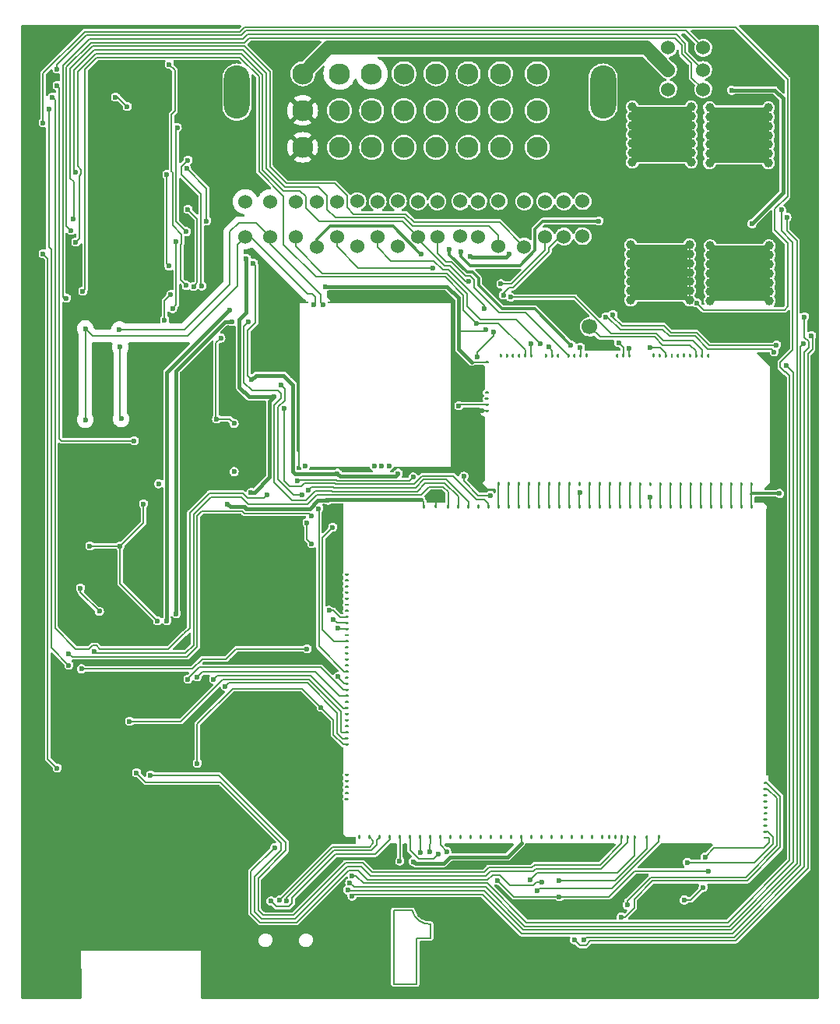
<source format=gbl>
G04 #@! TF.GenerationSoftware,KiCad,Pcbnew,(6.0.0-rc1-458-g78ff9a857a-dirty)*
G04 #@! TF.CreationDate,2021-12-31T11:49:42+02:00*
G04 #@! TF.ProjectId,alphax_2ch,616c7068-6178-45f3-9263-682e6b696361,b*
G04 #@! TF.SameCoordinates,PX141f5e0PYa2cace0*
G04 #@! TF.FileFunction,Copper,L2,Bot*
G04 #@! TF.FilePolarity,Positive*
%FSLAX46Y46*%
G04 Gerber Fmt 4.6, Leading zero omitted, Abs format (unit mm)*
G04 Created by KiCad (PCBNEW (6.0.0-rc1-458-g78ff9a857a-dirty)) date 2021-12-31 11:49:42*
%MOMM*%
%LPD*%
G01*
G04 APERTURE LIST*
G04 #@! TA.AperFunction,EtchedComponent*
%ADD10C,0.200000*%
G04 #@! TD*
G04 #@! TA.AperFunction,ComponentPad*
%ADD11C,0.599999*%
G04 #@! TD*
G04 #@! TA.AperFunction,ComponentPad*
%ADD12C,1.524000*%
G04 #@! TD*
G04 #@! TA.AperFunction,ComponentPad*
%ADD13C,1.700000*%
G04 #@! TD*
G04 #@! TA.AperFunction,SMDPad,CuDef*
%ADD14R,1.250000X0.250000*%
G04 #@! TD*
G04 #@! TA.AperFunction,SMDPad,CuDef*
%ADD15R,0.350000X0.250000*%
G04 #@! TD*
G04 #@! TA.AperFunction,SMDPad,CuDef*
%ADD16R,6.450000X0.250000*%
G04 #@! TD*
G04 #@! TA.AperFunction,SMDPad,CuDef*
%ADD17R,0.250000X18.200000*%
G04 #@! TD*
G04 #@! TA.AperFunction,SMDPad,CuDef*
%ADD18R,6.500000X0.250000*%
G04 #@! TD*
G04 #@! TA.AperFunction,SMDPad,CuDef*
%ADD19R,13.650000X0.250000*%
G04 #@! TD*
G04 #@! TA.AperFunction,ComponentPad*
%ADD20O,2.800000X5.800000*%
G04 #@! TD*
G04 #@! TA.AperFunction,ComponentPad*
%ADD21C,2.300000*%
G04 #@! TD*
G04 #@! TA.AperFunction,ViaPad*
%ADD22C,0.600000*%
G04 #@! TD*
G04 #@! TA.AperFunction,ViaPad*
%ADD23C,1.000000*%
G04 #@! TD*
G04 #@! TA.AperFunction,Conductor*
%ADD24C,0.200000*%
G04 #@! TD*
G04 #@! TA.AperFunction,Conductor*
%ADD25C,0.400000*%
G04 #@! TD*
G04 #@! TA.AperFunction,Conductor*
%ADD26C,0.300000*%
G04 #@! TD*
G04 #@! TA.AperFunction,Conductor*
%ADD27C,0.203200*%
G04 #@! TD*
G04 #@! TA.AperFunction,Conductor*
%ADD28C,1.500000*%
G04 #@! TD*
G04 APERTURE END LIST*
D10*
G04 #@! TO.C,G3*
X40646000Y1700000D02*
X40646000Y9700000D01*
X44646000Y6700000D02*
X43146000Y6700000D01*
X43146000Y6700000D02*
X43146000Y1700000D01*
X40646000Y9700000D02*
X42646000Y9700000D01*
X44646000Y6700000D02*
X44646000Y8200000D01*
X43146000Y1700000D02*
X40646000Y1700000D01*
X42646001Y9700000D02*
G75*
G03*
X44646000Y8200000I1921600J478801D01*
G01*
G04 #@! TD*
D11*
G04 #@! TO.P,M4,V1,IGN8*
G04 #@! TO.N,GND*
X70363132Y10805111D03*
G04 #@! TO.P,M4,V2,IGN7*
X69938124Y8970101D03*
G04 #@! TO.P,M4,V3,IGN6*
X69388127Y11020109D03*
G04 #@! TO.P,M4,V4,IGN5*
X68513168Y10805114D03*
G04 #@! TO.P,M4,V5,IGN4*
X67663145Y10730107D03*
G04 #@! TO.P,M4,V6,IGN3*
X67338129Y8970101D03*
G04 #@! TO.P,M4,V7,IGN2*
G04 #@! TO.N,/IGN2*
X66038162Y10280101D03*
G04 #@! TO.P,M4,V8,IGN1*
G04 #@! TO.N,/IGN1*
X65388145Y8970101D03*
G04 #@! TO.P,M4,V9,VCC*
G04 #@! TO.N,+5V_IGN*
X72563148Y14895116D03*
G04 #@! TO.P,M4,V10,V33*
G04 #@! TO.N,+3V3_IGN*
X72263146Y10820110D03*
G04 #@! TD*
D12*
G04 #@! TO.P,R8,1,1*
G04 #@! TO.N,/CAN-*
X49836417Y82896579D03*
G04 #@! TO.P,R8,2,2*
G04 #@! TO.N,/C6*
X49836417Y86706579D03*
G04 #@! TD*
G04 #@! TO.P,R9,1,1*
G04 #@! TO.N,/CAN+*
X47882571Y82918049D03*
G04 #@! TO.P,R9,2,2*
G04 #@! TO.N,/C5*
X47882571Y86728049D03*
G04 #@! TD*
G04 #@! TO.P,F4,1,1*
G04 #@! TO.N,/A3*
X36700000Y86750000D03*
G04 #@! TO.P,F4,2,2*
G04 #@! TO.N,/OUT_PUMP_RELAY*
X36700000Y81850000D03*
G04 #@! TD*
G04 #@! TO.P,M5,E1,GND*
G04 #@! TO.N,GND*
G04 #@! TA.AperFunction,SMDPad,CuDef*
G36*
G01*
X50649998Y64096477D02*
X50899998Y64096477D01*
G75*
G02*
X51024998Y63971477I0J-125000D01*
G01*
X51024998Y63971477D01*
G75*
G02*
X50899998Y63846477I-125000J0D01*
G01*
X50649998Y63846477D01*
G75*
G02*
X50524998Y63971477I0J125000D01*
G01*
X50524998Y63971477D01*
G75*
G02*
X50649998Y64096477I125000J0D01*
G01*
G37*
G04 #@! TD.AperFunction*
G04 #@! TO.P,M5,E2,V5*
G04 #@! TO.N,+5V*
G04 #@! TA.AperFunction,SMDPad,CuDef*
G36*
G01*
X50649998Y64756478D02*
X50899998Y64756478D01*
G75*
G02*
X51024998Y64631478I0J-125000D01*
G01*
X51024998Y64631478D01*
G75*
G02*
X50899998Y64506478I-125000J0D01*
G01*
X50649998Y64506478D01*
G75*
G02*
X50524998Y64631478I0J125000D01*
G01*
X50524998Y64631478D01*
G75*
G02*
X50649998Y64756478I125000J0D01*
G01*
G37*
G04 #@! TD.AperFunction*
G04 #@! TO.P,M5,E3,WBO_O2S2*
G04 #@! TO.N,unconnected-(M5-PadE3)*
G04 #@! TA.AperFunction,SMDPad,CuDef*
G36*
G01*
X50649998Y65416479D02*
X50899998Y65416479D01*
G75*
G02*
X51024998Y65291479I0J-125000D01*
G01*
X51024998Y65291479D01*
G75*
G02*
X50899998Y65166479I-125000J0D01*
G01*
X50649998Y65166479D01*
G75*
G02*
X50524998Y65291479I0J125000D01*
G01*
X50524998Y65291479D01*
G75*
G02*
X50649998Y65416479I125000J0D01*
G01*
G37*
G04 #@! TD.AperFunction*
G04 #@! TO.P,M5,E4,WBO_O2S*
G04 #@! TO.N,unconnected-(M5-PadE4)*
G04 #@! TA.AperFunction,SMDPad,CuDef*
G36*
G01*
X50649998Y66076480D02*
X50899998Y66076480D01*
G75*
G02*
X51024998Y65951480I0J-125000D01*
G01*
X51024998Y65951480D01*
G75*
G02*
X50899998Y65826480I-125000J0D01*
G01*
X50649998Y65826480D01*
G75*
G02*
X50524998Y65951480I0J125000D01*
G01*
X50524998Y65951480D01*
G75*
G02*
X50649998Y66076480I125000J0D01*
G01*
G37*
G04 #@! TD.AperFunction*
G04 #@! TO.P,M5,E5,V5A*
G04 #@! TO.N,+5VA*
G04 #@! TA.AperFunction,SMDPad,CuDef*
G36*
G01*
X50649998Y69376487D02*
X50899998Y69376487D01*
G75*
G02*
X51024998Y69251487I0J-125000D01*
G01*
X51024998Y69251487D01*
G75*
G02*
X50899998Y69126487I-125000J0D01*
G01*
X50649998Y69126487D01*
G75*
G02*
X50524998Y69251487I0J125000D01*
G01*
X50524998Y69251487D01*
G75*
G02*
X50649998Y69376487I125000J0D01*
G01*
G37*
G04 #@! TD.AperFunction*
G04 #@! TO.P,M5,N1,V5A*
G04 #@! TA.AperFunction,SMDPad,CuDef*
G36*
G01*
X79420000Y55877684D02*
X79420000Y56127684D01*
G75*
G02*
X79545000Y56252684I125000J0D01*
G01*
X79545000Y56252684D01*
G75*
G02*
X79670000Y56127684I0J-125000D01*
G01*
X79670000Y55877684D01*
G75*
G02*
X79545000Y55752684I-125000J0D01*
G01*
X79545000Y55752684D01*
G75*
G02*
X79420000Y55877684I0J125000D01*
G01*
G37*
G04 #@! TD.AperFunction*
G04 #@! TO.P,M5,N2,GNDA*
G04 #@! TO.N,GNDA*
G04 #@! TA.AperFunction,SMDPad,CuDef*
G36*
G01*
X78569996Y56127684D02*
X78569996Y55877684D01*
G75*
G02*
X78444996Y55752684I-125000J0D01*
G01*
X78444996Y55752684D01*
G75*
G02*
X78319996Y55877684I0J125000D01*
G01*
X78319996Y56127684D01*
G75*
G02*
X78444996Y56252684I125000J0D01*
G01*
X78444996Y56252684D01*
G75*
G02*
X78569996Y56127684I0J-125000D01*
G01*
G37*
G04 #@! TD.AperFunction*
G04 #@! TO.P,M5,N3,RES2*
G04 #@! TO.N,Net-(M5-PadN3)*
G04 #@! TA.AperFunction,SMDPad,CuDef*
G36*
G01*
X77469995Y56127684D02*
X77469995Y55877684D01*
G75*
G02*
X77344995Y55752684I-125000J0D01*
G01*
X77344995Y55752684D01*
G75*
G02*
X77219995Y55877684I0J125000D01*
G01*
X77219995Y56127684D01*
G75*
G02*
X77344995Y56252684I125000J0D01*
G01*
X77344995Y56252684D01*
G75*
G02*
X77469995Y56127684I0J-125000D01*
G01*
G37*
G04 #@! TD.AperFunction*
G04 #@! TO.P,M5,N4,O2S2*
G04 #@! TO.N,/AFR*
G04 #@! TA.AperFunction,SMDPad,CuDef*
G36*
G01*
X76369998Y56127684D02*
X76369998Y55877684D01*
G75*
G02*
X76244998Y55752684I-125000J0D01*
G01*
X76244998Y55752684D01*
G75*
G02*
X76119998Y55877684I0J125000D01*
G01*
X76119998Y56127684D01*
G75*
G02*
X76244998Y56252684I125000J0D01*
G01*
X76244998Y56252684D01*
G75*
G02*
X76369998Y56127684I0J-125000D01*
G01*
G37*
G04 #@! TD.AperFunction*
G04 #@! TO.P,M5,N5,PPS*
G04 #@! TO.N,Net-(M5-PadN5)*
G04 #@! TA.AperFunction,SMDPad,CuDef*
G36*
G01*
X75270000Y56127684D02*
X75270000Y55877684D01*
G75*
G02*
X75145000Y55752684I-125000J0D01*
G01*
X75145000Y55752684D01*
G75*
G02*
X75020000Y55877684I0J125000D01*
G01*
X75020000Y56127684D01*
G75*
G02*
X75145000Y56252684I125000J0D01*
G01*
X75145000Y56252684D01*
G75*
G02*
X75270000Y56127684I0J-125000D01*
G01*
G37*
G04 #@! TD.AperFunction*
G04 #@! TO.P,M5,N6,RES1*
G04 #@! TO.N,Net-(M5-PadN6)*
G04 #@! TA.AperFunction,SMDPad,CuDef*
G36*
G01*
X74170002Y56127684D02*
X74170002Y55877684D01*
G75*
G02*
X74045002Y55752684I-125000J0D01*
G01*
X74045002Y55752684D01*
G75*
G02*
X73920002Y55877684I0J125000D01*
G01*
X73920002Y56127684D01*
G75*
G02*
X74045002Y56252684I125000J0D01*
G01*
X74045002Y56252684D01*
G75*
G02*
X74170002Y56127684I0J-125000D01*
G01*
G37*
G04 #@! TD.AperFunction*
G04 #@! TO.P,M5,N7,AUX4*
G04 #@! TO.N,Net-(M5-PadN7)*
G04 #@! TA.AperFunction,SMDPad,CuDef*
G36*
G01*
X73070004Y56127684D02*
X73070004Y55877684D01*
G75*
G02*
X72945004Y55752684I-125000J0D01*
G01*
X72945004Y55752684D01*
G75*
G02*
X72820004Y55877684I0J125000D01*
G01*
X72820004Y56127684D01*
G75*
G02*
X72945004Y56252684I125000J0D01*
G01*
X72945004Y56252684D01*
G75*
G02*
X73070004Y56127684I0J-125000D01*
G01*
G37*
G04 #@! TD.AperFunction*
G04 #@! TO.P,M5,N8,AUX3*
G04 #@! TO.N,Net-(M5-PadN8)*
G04 #@! TA.AperFunction,SMDPad,CuDef*
G36*
G01*
X71970006Y56127684D02*
X71970006Y55877684D01*
G75*
G02*
X71845006Y55752684I-125000J0D01*
G01*
X71845006Y55752684D01*
G75*
G02*
X71720006Y55877684I0J125000D01*
G01*
X71720006Y56127684D01*
G75*
G02*
X71845006Y56252684I125000J0D01*
G01*
X71845006Y56252684D01*
G75*
G02*
X71970006Y56127684I0J-125000D01*
G01*
G37*
G04 #@! TD.AperFunction*
G04 #@! TO.P,M5,N9,AUX2*
G04 #@! TO.N,Net-(M5-PadN9)*
G04 #@! TA.AperFunction,SMDPad,CuDef*
G36*
G01*
X70870009Y56127684D02*
X70870009Y55877684D01*
G75*
G02*
X70745009Y55752684I-125000J0D01*
G01*
X70745009Y55752684D01*
G75*
G02*
X70620009Y55877684I0J125000D01*
G01*
X70620009Y56127684D01*
G75*
G02*
X70745009Y56252684I125000J0D01*
G01*
X70745009Y56252684D01*
G75*
G02*
X70870009Y56127684I0J-125000D01*
G01*
G37*
G04 #@! TD.AperFunction*
G04 #@! TO.P,M5,N10,AUX1*
G04 #@! TO.N,Net-(M5-PadN10)*
G04 #@! TA.AperFunction,SMDPad,CuDef*
G36*
G01*
X69770011Y56127684D02*
X69770011Y55877684D01*
G75*
G02*
X69645011Y55752684I-125000J0D01*
G01*
X69645011Y55752684D01*
G75*
G02*
X69520011Y55877684I0J125000D01*
G01*
X69520011Y56127684D01*
G75*
G02*
X69645011Y56252684I125000J0D01*
G01*
X69645011Y56252684D01*
G75*
G02*
X69770011Y56127684I0J-125000D01*
G01*
G37*
G04 #@! TD.AperFunction*
G04 #@! TO.P,M5,N11,RES3*
G04 #@! TO.N,unconnected-(M5-PadN11)*
G04 #@! TA.AperFunction,SMDPad,CuDef*
G36*
G01*
X68670013Y56127684D02*
X68670013Y55877684D01*
G75*
G02*
X68545013Y55752684I-125000J0D01*
G01*
X68545013Y55752684D01*
G75*
G02*
X68420013Y55877684I0J125000D01*
G01*
X68420013Y56127684D01*
G75*
G02*
X68545013Y56252684I125000J0D01*
G01*
X68545013Y56252684D01*
G75*
G02*
X68670013Y56127684I0J-125000D01*
G01*
G37*
G04 #@! TD.AperFunction*
G04 #@! TO.P,M5,N12,MAP3*
G04 #@! TO.N,/MAP2*
G04 #@! TA.AperFunction,SMDPad,CuDef*
G36*
G01*
X67570015Y56127684D02*
X67570015Y55877684D01*
G75*
G02*
X67445015Y55752684I-125000J0D01*
G01*
X67445015Y55752684D01*
G75*
G02*
X67320015Y55877684I0J125000D01*
G01*
X67320015Y56127684D01*
G75*
G02*
X67445015Y56252684I125000J0D01*
G01*
X67445015Y56252684D01*
G75*
G02*
X67570015Y56127684I0J-125000D01*
G01*
G37*
G04 #@! TD.AperFunction*
G04 #@! TO.P,M5,N13,MAP2*
G04 #@! TO.N,/MAP*
G04 #@! TA.AperFunction,SMDPad,CuDef*
G36*
G01*
X66470017Y56127684D02*
X66470017Y55877684D01*
G75*
G02*
X66345017Y55752684I-125000J0D01*
G01*
X66345017Y55752684D01*
G75*
G02*
X66220017Y55877684I0J125000D01*
G01*
X66220017Y56127684D01*
G75*
G02*
X66345017Y56252684I125000J0D01*
G01*
X66345017Y56252684D01*
G75*
G02*
X66470017Y56127684I0J-125000D01*
G01*
G37*
G04 #@! TD.AperFunction*
G04 #@! TO.P,M5,N14,MAP1*
G04 #@! TO.N,Net-(M6-PadS20)*
G04 #@! TA.AperFunction,SMDPad,CuDef*
G36*
G01*
X65370020Y56127684D02*
X65370020Y55877684D01*
G75*
G02*
X65245020Y55752684I-125000J0D01*
G01*
X65245020Y55752684D01*
G75*
G02*
X65120020Y55877684I0J125000D01*
G01*
X65120020Y56127684D01*
G75*
G02*
X65245020Y56252684I125000J0D01*
G01*
X65245020Y56252684D01*
G75*
G02*
X65370020Y56127684I0J-125000D01*
G01*
G37*
G04 #@! TD.AperFunction*
G04 #@! TO.P,M5,N15,IAT*
G04 #@! TO.N,/IAT*
G04 #@! TA.AperFunction,SMDPad,CuDef*
G36*
G01*
X64270022Y56127684D02*
X64270022Y55877684D01*
G75*
G02*
X64145022Y55752684I-125000J0D01*
G01*
X64145022Y55752684D01*
G75*
G02*
X64020022Y55877684I0J125000D01*
G01*
X64020022Y56127684D01*
G75*
G02*
X64145022Y56252684I125000J0D01*
G01*
X64145022Y56252684D01*
G75*
G02*
X64270022Y56127684I0J-125000D01*
G01*
G37*
G04 #@! TD.AperFunction*
G04 #@! TO.P,M5,N16,CLT*
G04 #@! TO.N,/CLT*
G04 #@! TA.AperFunction,SMDPad,CuDef*
G36*
G01*
X63170024Y56127684D02*
X63170024Y55877684D01*
G75*
G02*
X63045024Y55752684I-125000J0D01*
G01*
X63045024Y55752684D01*
G75*
G02*
X62920024Y55877684I0J125000D01*
G01*
X62920024Y56127684D01*
G75*
G02*
X63045024Y56252684I125000J0D01*
G01*
X63045024Y56252684D01*
G75*
G02*
X63170024Y56127684I0J-125000D01*
G01*
G37*
G04 #@! TD.AperFunction*
G04 #@! TO.P,M5,N17,TPS*
G04 #@! TO.N,/TPS*
G04 #@! TA.AperFunction,SMDPad,CuDef*
G36*
G01*
X62070026Y56127684D02*
X62070026Y55877684D01*
G75*
G02*
X61945026Y55752684I-125000J0D01*
G01*
X61945026Y55752684D01*
G75*
G02*
X61820026Y55877684I0J125000D01*
G01*
X61820026Y56127684D01*
G75*
G02*
X61945026Y56252684I125000J0D01*
G01*
X61945026Y56252684D01*
G75*
G02*
X62070026Y56127684I0J-125000D01*
G01*
G37*
G04 #@! TD.AperFunction*
G04 #@! TO.P,M5,N18,O2S*
G04 #@! TO.N,unconnected-(M5-PadN18)*
G04 #@! TA.AperFunction,SMDPad,CuDef*
G36*
G01*
X60970028Y56127684D02*
X60970028Y55877684D01*
G75*
G02*
X60845028Y55752684I-125000J0D01*
G01*
X60845028Y55752684D01*
G75*
G02*
X60720028Y55877684I0J125000D01*
G01*
X60720028Y56127684D01*
G75*
G02*
X60845028Y56252684I125000J0D01*
G01*
X60845028Y56252684D01*
G75*
G02*
X60970028Y56127684I0J-125000D01*
G01*
G37*
G04 #@! TD.AperFunction*
G04 #@! TO.P,M5,N19,CAM*
G04 #@! TO.N,/CAM*
G04 #@! TA.AperFunction,SMDPad,CuDef*
G36*
G01*
X59870031Y56127684D02*
X59870031Y55877684D01*
G75*
G02*
X59745031Y55752684I-125000J0D01*
G01*
X59745031Y55752684D01*
G75*
G02*
X59620031Y55877684I0J125000D01*
G01*
X59620031Y56127684D01*
G75*
G02*
X59745031Y56252684I125000J0D01*
G01*
X59745031Y56252684D01*
G75*
G02*
X59870031Y56127684I0J-125000D01*
G01*
G37*
G04 #@! TD.AperFunction*
G04 #@! TO.P,M5,N20,VSS*
G04 #@! TO.N,/2STEP*
G04 #@! TA.AperFunction,SMDPad,CuDef*
G36*
G01*
X58770033Y56127684D02*
X58770033Y55877684D01*
G75*
G02*
X58645033Y55752684I-125000J0D01*
G01*
X58645033Y55752684D01*
G75*
G02*
X58520033Y55877684I0J125000D01*
G01*
X58520033Y56127684D01*
G75*
G02*
X58645033Y56252684I125000J0D01*
G01*
X58645033Y56252684D01*
G75*
G02*
X58770033Y56127684I0J-125000D01*
G01*
G37*
G04 #@! TD.AperFunction*
G04 #@! TO.P,M5,N21,CRANK*
G04 #@! TO.N,/CRANK*
G04 #@! TA.AperFunction,SMDPad,CuDef*
G36*
G01*
X57670035Y56127684D02*
X57670035Y55877684D01*
G75*
G02*
X57545035Y55752684I-125000J0D01*
G01*
X57545035Y55752684D01*
G75*
G02*
X57420035Y55877684I0J125000D01*
G01*
X57420035Y56127684D01*
G75*
G02*
X57545035Y56252684I125000J0D01*
G01*
X57545035Y56252684D01*
G75*
G02*
X57670035Y56127684I0J-125000D01*
G01*
G37*
G04 #@! TD.AperFunction*
G04 #@! TO.P,M5,N22,KNOCK*
G04 #@! TO.N,Net-(M5-PadN22)*
G04 #@! TA.AperFunction,SMDPad,CuDef*
G36*
G01*
X56570037Y56127684D02*
X56570037Y55877684D01*
G75*
G02*
X56445037Y55752684I-125000J0D01*
G01*
X56445037Y55752684D01*
G75*
G02*
X56320037Y55877684I0J125000D01*
G01*
X56320037Y56127684D01*
G75*
G02*
X56445037Y56252684I125000J0D01*
G01*
X56445037Y56252684D01*
G75*
G02*
X56570037Y56127684I0J-125000D01*
G01*
G37*
G04 #@! TD.AperFunction*
G04 #@! TO.P,M5,N23,SENS4*
G04 #@! TO.N,Net-(M5-PadN23)*
G04 #@! TA.AperFunction,SMDPad,CuDef*
G36*
G01*
X55470039Y56127684D02*
X55470039Y55877684D01*
G75*
G02*
X55345039Y55752684I-125000J0D01*
G01*
X55345039Y55752684D01*
G75*
G02*
X55220039Y55877684I0J125000D01*
G01*
X55220039Y56127684D01*
G75*
G02*
X55345039Y56252684I125000J0D01*
G01*
X55345039Y56252684D01*
G75*
G02*
X55470039Y56127684I0J-125000D01*
G01*
G37*
G04 #@! TD.AperFunction*
G04 #@! TO.P,M5,N24,SENS3*
G04 #@! TO.N,Net-(M5-PadN24)*
G04 #@! TA.AperFunction,SMDPad,CuDef*
G36*
G01*
X54370042Y56127684D02*
X54370042Y55877684D01*
G75*
G02*
X54245042Y55752684I-125000J0D01*
G01*
X54245042Y55752684D01*
G75*
G02*
X54120042Y55877684I0J125000D01*
G01*
X54120042Y56127684D01*
G75*
G02*
X54245042Y56252684I125000J0D01*
G01*
X54245042Y56252684D01*
G75*
G02*
X54370042Y56127684I0J-125000D01*
G01*
G37*
G04 #@! TD.AperFunction*
G04 #@! TO.P,M5,N25,SENS2*
G04 #@! TO.N,Net-(M5-PadN25)*
G04 #@! TA.AperFunction,SMDPad,CuDef*
G36*
G01*
X53270044Y56127684D02*
X53270044Y55877684D01*
G75*
G02*
X53145044Y55752684I-125000J0D01*
G01*
X53145044Y55752684D01*
G75*
G02*
X53020044Y55877684I0J125000D01*
G01*
X53020044Y56127684D01*
G75*
G02*
X53145044Y56252684I125000J0D01*
G01*
X53145044Y56252684D01*
G75*
G02*
X53270044Y56127684I0J-125000D01*
G01*
G37*
G04 #@! TD.AperFunction*
G04 #@! TO.P,M5,N26,SENS1*
G04 #@! TO.N,Net-(M5-PadN26)*
G04 #@! TA.AperFunction,SMDPad,CuDef*
G36*
G01*
X52170046Y56127684D02*
X52170046Y55877684D01*
G75*
G02*
X52045046Y55752684I-125000J0D01*
G01*
X52045046Y55752684D01*
G75*
G02*
X51920046Y55877684I0J125000D01*
G01*
X51920046Y56127684D01*
G75*
G02*
X52045046Y56252684I125000J0D01*
G01*
X52045046Y56252684D01*
G75*
G02*
X52170046Y56127684I0J-125000D01*
G01*
G37*
G04 #@! TD.AperFunction*
G04 #@! TO.P,M5,S1,IN_SENS1*
G04 #@! TO.N,unconnected-(M5-PadS1)*
G04 #@! TA.AperFunction,SMDPad,CuDef*
G36*
G01*
X52420990Y70089683D02*
X52420990Y69839683D01*
G75*
G02*
X52295990Y69714683I-125000J0D01*
G01*
X52295990Y69714683D01*
G75*
G02*
X52170990Y69839683I0J125000D01*
G01*
X52170990Y70089683D01*
G75*
G02*
X52295990Y70214683I125000J0D01*
G01*
X52295990Y70214683D01*
G75*
G02*
X52420990Y70089683I0J-125000D01*
G01*
G37*
G04 #@! TD.AperFunction*
G04 #@! TO.P,M5,S2,IN_SENS2*
G04 #@! TO.N,unconnected-(M5-PadS2)*
G04 #@! TA.AperFunction,SMDPad,CuDef*
G36*
G01*
X53080992Y70089683D02*
X53080992Y69839683D01*
G75*
G02*
X52955992Y69714683I-125000J0D01*
G01*
X52955992Y69714683D01*
G75*
G02*
X52830992Y69839683I0J125000D01*
G01*
X52830992Y70089683D01*
G75*
G02*
X52955992Y70214683I125000J0D01*
G01*
X52955992Y70214683D01*
G75*
G02*
X53080992Y70089683I0J-125000D01*
G01*
G37*
G04 #@! TD.AperFunction*
G04 #@! TO.P,M5,S3,IN_SENS3*
G04 #@! TO.N,unconnected-(M5-PadS3)*
G04 #@! TA.AperFunction,SMDPad,CuDef*
G36*
G01*
X53740993Y70089683D02*
X53740993Y69839683D01*
G75*
G02*
X53615993Y69714683I-125000J0D01*
G01*
X53615993Y69714683D01*
G75*
G02*
X53490993Y69839683I0J125000D01*
G01*
X53490993Y70089683D01*
G75*
G02*
X53615993Y70214683I125000J0D01*
G01*
X53615993Y70214683D01*
G75*
G02*
X53740993Y70089683I0J-125000D01*
G01*
G37*
G04 #@! TD.AperFunction*
G04 #@! TO.P,M5,S4,IN_SENS4*
G04 #@! TO.N,unconnected-(M5-PadS4)*
G04 #@! TA.AperFunction,SMDPad,CuDef*
G36*
G01*
X54400994Y70089683D02*
X54400994Y69839683D01*
G75*
G02*
X54275994Y69714683I-125000J0D01*
G01*
X54275994Y69714683D01*
G75*
G02*
X54150994Y69839683I0J125000D01*
G01*
X54150994Y70089683D01*
G75*
G02*
X54275994Y70214683I125000J0D01*
G01*
X54275994Y70214683D01*
G75*
G02*
X54400994Y70089683I0J-125000D01*
G01*
G37*
G04 #@! TD.AperFunction*
G04 #@! TO.P,M5,S5,IN_CAM*
G04 #@! TO.N,/IN_CAM*
G04 #@! TA.AperFunction,SMDPad,CuDef*
G36*
G01*
X55060995Y70089683D02*
X55060995Y69839683D01*
G75*
G02*
X54935995Y69714683I-125000J0D01*
G01*
X54935995Y69714683D01*
G75*
G02*
X54810995Y69839683I0J125000D01*
G01*
X54810995Y70089683D01*
G75*
G02*
X54935995Y70214683I125000J0D01*
G01*
X54935995Y70214683D01*
G75*
G02*
X55060995Y70089683I0J-125000D01*
G01*
G37*
G04 #@! TD.AperFunction*
G04 #@! TO.P,M5,S6,IN_VSS*
G04 #@! TO.N,/IN_2STEP*
G04 #@! TA.AperFunction,SMDPad,CuDef*
G36*
G01*
X55720997Y70089683D02*
X55720997Y69839683D01*
G75*
G02*
X55595997Y69714683I-125000J0D01*
G01*
X55595997Y69714683D01*
G75*
G02*
X55470997Y69839683I0J125000D01*
G01*
X55470997Y70089683D01*
G75*
G02*
X55595997Y70214683I125000J0D01*
G01*
X55595997Y70214683D01*
G75*
G02*
X55720997Y70089683I0J-125000D01*
G01*
G37*
G04 #@! TD.AperFunction*
G04 #@! TO.P,M5,S7,IN_KNOCK*
G04 #@! TO.N,unconnected-(M5-PadS7)*
G04 #@! TA.AperFunction,SMDPad,CuDef*
G36*
G01*
X57321994Y70089683D02*
X57321994Y69839683D01*
G75*
G02*
X57196994Y69714683I-125000J0D01*
G01*
X57196994Y69714683D01*
G75*
G02*
X57071994Y69839683I0J125000D01*
G01*
X57071994Y70089683D01*
G75*
G02*
X57196994Y70214683I125000J0D01*
G01*
X57196994Y70214683D01*
G75*
G02*
X57321994Y70089683I0J-125000D01*
G01*
G37*
G04 #@! TD.AperFunction*
G04 #@! TO.P,M5,S8,IN_CRANK*
G04 #@! TO.N,/IN_CRANK*
G04 #@! TA.AperFunction,SMDPad,CuDef*
G36*
G01*
X57981995Y70089683D02*
X57981995Y69839683D01*
G75*
G02*
X57856995Y69714683I-125000J0D01*
G01*
X57856995Y69714683D01*
G75*
G02*
X57731995Y69839683I0J125000D01*
G01*
X57731995Y70089683D01*
G75*
G02*
X57856995Y70214683I125000J0D01*
G01*
X57856995Y70214683D01*
G75*
G02*
X57981995Y70089683I0J-125000D01*
G01*
G37*
G04 #@! TD.AperFunction*
G04 #@! TO.P,M5,S9,IN_O2S*
G04 #@! TO.N,unconnected-(M5-PadS9)*
G04 #@! TA.AperFunction,SMDPad,CuDef*
G36*
G01*
X58641997Y70089683D02*
X58641997Y69839683D01*
G75*
G02*
X58516997Y69714683I-125000J0D01*
G01*
X58516997Y69714683D01*
G75*
G02*
X58391997Y69839683I0J125000D01*
G01*
X58391997Y70089683D01*
G75*
G02*
X58516997Y70214683I125000J0D01*
G01*
X58516997Y70214683D01*
G75*
G02*
X58641997Y70089683I0J-125000D01*
G01*
G37*
G04 #@! TD.AperFunction*
G04 #@! TO.P,M5,S10,IN_TPS*
G04 #@! TO.N,/IN_TPS*
G04 #@! TA.AperFunction,SMDPad,CuDef*
G36*
G01*
X59762896Y70089683D02*
X59762896Y69839683D01*
G75*
G02*
X59637896Y69714683I-125000J0D01*
G01*
X59637896Y69714683D01*
G75*
G02*
X59512896Y69839683I0J125000D01*
G01*
X59512896Y70089683D01*
G75*
G02*
X59637896Y70214683I125000J0D01*
G01*
X59637896Y70214683D01*
G75*
G02*
X59762896Y70089683I0J-125000D01*
G01*
G37*
G04 #@! TD.AperFunction*
G04 #@! TO.P,M5,S11,IN_MAP1*
G04 #@! TO.N,unconnected-(M5-PadS11)*
G04 #@! TA.AperFunction,SMDPad,CuDef*
G36*
G01*
X60422897Y70089683D02*
X60422897Y69839683D01*
G75*
G02*
X60297897Y69714683I-125000J0D01*
G01*
X60297897Y69714683D01*
G75*
G02*
X60172897Y69839683I0J125000D01*
G01*
X60172897Y70089683D01*
G75*
G02*
X60297897Y70214683I125000J0D01*
G01*
X60297897Y70214683D01*
G75*
G02*
X60422897Y70089683I0J-125000D01*
G01*
G37*
G04 #@! TD.AperFunction*
G04 #@! TO.P,M5,S12,IN_MAP2*
G04 #@! TO.N,/IN_MAP*
G04 #@! TA.AperFunction,SMDPad,CuDef*
G36*
G01*
X61082898Y70089683D02*
X61082898Y69839683D01*
G75*
G02*
X60957898Y69714683I-125000J0D01*
G01*
X60957898Y69714683D01*
G75*
G02*
X60832898Y69839683I0J125000D01*
G01*
X60832898Y70089683D01*
G75*
G02*
X60957898Y70214683I125000J0D01*
G01*
X60957898Y70214683D01*
G75*
G02*
X61082898Y70089683I0J-125000D01*
G01*
G37*
G04 #@! TD.AperFunction*
G04 #@! TO.P,M5,S13,VREF2*
G04 #@! TO.N,unconnected-(M5-PadS13)*
G04 #@! TA.AperFunction,SMDPad,CuDef*
G36*
G01*
X61742900Y70089683D02*
X61742900Y69839683D01*
G75*
G02*
X61617900Y69714683I-125000J0D01*
G01*
X61617900Y69714683D01*
G75*
G02*
X61492900Y69839683I0J125000D01*
G01*
X61492900Y70089683D01*
G75*
G02*
X61617900Y70214683I125000J0D01*
G01*
X61617900Y70214683D01*
G75*
G02*
X61742900Y70089683I0J-125000D01*
G01*
G37*
G04 #@! TD.AperFunction*
G04 #@! TO.P,M5,S14,VREF1*
G04 #@! TO.N,unconnected-(M5-PadS14)*
G04 #@! TA.AperFunction,SMDPad,CuDef*
G36*
G01*
X65068994Y70089683D02*
X65068994Y69839683D01*
G75*
G02*
X64943994Y69714683I-125000J0D01*
G01*
X64943994Y69714683D01*
G75*
G02*
X64818994Y69839683I0J125000D01*
G01*
X64818994Y70089683D01*
G75*
G02*
X64943994Y70214683I125000J0D01*
G01*
X64943994Y70214683D01*
G75*
G02*
X65068994Y70089683I0J-125000D01*
G01*
G37*
G04 #@! TD.AperFunction*
G04 #@! TO.P,M5,S15,IN_CLT*
G04 #@! TO.N,/IN_CLT*
G04 #@! TA.AperFunction,SMDPad,CuDef*
G36*
G01*
X65728995Y70089683D02*
X65728995Y69839683D01*
G75*
G02*
X65603995Y69714683I-125000J0D01*
G01*
X65603995Y69714683D01*
G75*
G02*
X65478995Y69839683I0J125000D01*
G01*
X65478995Y70089683D01*
G75*
G02*
X65603995Y70214683I125000J0D01*
G01*
X65603995Y70214683D01*
G75*
G02*
X65728995Y70089683I0J-125000D01*
G01*
G37*
G04 #@! TD.AperFunction*
G04 #@! TO.P,M5,S16,IN_IAT*
G04 #@! TO.N,/IN_IAT*
G04 #@! TA.AperFunction,SMDPad,CuDef*
G36*
G01*
X66388997Y70089683D02*
X66388997Y69839683D01*
G75*
G02*
X66263997Y69714683I-125000J0D01*
G01*
X66263997Y69714683D01*
G75*
G02*
X66138997Y69839683I0J125000D01*
G01*
X66138997Y70089683D01*
G75*
G02*
X66263997Y70214683I125000J0D01*
G01*
X66263997Y70214683D01*
G75*
G02*
X66388997Y70089683I0J-125000D01*
G01*
G37*
G04 #@! TD.AperFunction*
G04 #@! TO.P,M5,S17,IN_AUX1*
G04 #@! TO.N,unconnected-(M5-PadS17)*
G04 #@! TA.AperFunction,SMDPad,CuDef*
G36*
G01*
X69034988Y70089683D02*
X69034988Y69839683D01*
G75*
G02*
X68909988Y69714683I-125000J0D01*
G01*
X68909988Y69714683D01*
G75*
G02*
X68784988Y69839683I0J125000D01*
G01*
X68784988Y70089683D01*
G75*
G02*
X68909988Y70214683I125000J0D01*
G01*
X68909988Y70214683D01*
G75*
G02*
X69034988Y70089683I0J-125000D01*
G01*
G37*
G04 #@! TD.AperFunction*
G04 #@! TO.P,M5,S18,IN_AUX2*
G04 #@! TO.N,unconnected-(M5-PadS18)*
G04 #@! TA.AperFunction,SMDPad,CuDef*
G36*
G01*
X69694989Y70089683D02*
X69694989Y69839683D01*
G75*
G02*
X69569989Y69714683I-125000J0D01*
G01*
X69569989Y69714683D01*
G75*
G02*
X69444989Y69839683I0J125000D01*
G01*
X69444989Y70089683D01*
G75*
G02*
X69569989Y70214683I125000J0D01*
G01*
X69569989Y70214683D01*
G75*
G02*
X69694989Y70089683I0J-125000D01*
G01*
G37*
G04 #@! TD.AperFunction*
G04 #@! TO.P,M5,S19,IN_MAP3*
G04 #@! TO.N,/IN_MAP2*
G04 #@! TA.AperFunction,SMDPad,CuDef*
G36*
G01*
X70354991Y70089683D02*
X70354991Y69839683D01*
G75*
G02*
X70229991Y69714683I-125000J0D01*
G01*
X70229991Y69714683D01*
G75*
G02*
X70104991Y69839683I0J125000D01*
G01*
X70104991Y70089683D01*
G75*
G02*
X70229991Y70214683I125000J0D01*
G01*
X70229991Y70214683D01*
G75*
G02*
X70354991Y70089683I0J-125000D01*
G01*
G37*
G04 #@! TD.AperFunction*
G04 #@! TO.P,M5,S20,IN_AUX3*
G04 #@! TO.N,unconnected-(M5-PadS20)*
G04 #@! TA.AperFunction,SMDPad,CuDef*
G36*
G01*
X71014992Y70089683D02*
X71014992Y69839683D01*
G75*
G02*
X70889992Y69714683I-125000J0D01*
G01*
X70889992Y69714683D01*
G75*
G02*
X70764992Y69839683I0J125000D01*
G01*
X70764992Y70089683D01*
G75*
G02*
X70889992Y70214683I125000J0D01*
G01*
X70889992Y70214683D01*
G75*
G02*
X71014992Y70089683I0J-125000D01*
G01*
G37*
G04 #@! TD.AperFunction*
G04 #@! TO.P,M5,S21,IN_AUX4*
G04 #@! TO.N,unconnected-(M5-PadS21)*
G04 #@! TA.AperFunction,SMDPad,CuDef*
G36*
G01*
X71674993Y70089683D02*
X71674993Y69839683D01*
G75*
G02*
X71549993Y69714683I-125000J0D01*
G01*
X71549993Y69714683D01*
G75*
G02*
X71424993Y69839683I0J125000D01*
G01*
X71424993Y70089683D01*
G75*
G02*
X71549993Y70214683I125000J0D01*
G01*
X71549993Y70214683D01*
G75*
G02*
X71674993Y70089683I0J-125000D01*
G01*
G37*
G04 #@! TD.AperFunction*
G04 #@! TO.P,M5,S22,IN_RES3*
G04 #@! TO.N,unconnected-(M5-PadS22)*
G04 #@! TA.AperFunction,SMDPad,CuDef*
G36*
G01*
X72334994Y70089683D02*
X72334994Y69839683D01*
G75*
G02*
X72209994Y69714683I-125000J0D01*
G01*
X72209994Y69714683D01*
G75*
G02*
X72084994Y69839683I0J125000D01*
G01*
X72084994Y70089683D01*
G75*
G02*
X72209994Y70214683I125000J0D01*
G01*
X72209994Y70214683D01*
G75*
G02*
X72334994Y70089683I0J-125000D01*
G01*
G37*
G04 #@! TD.AperFunction*
G04 #@! TO.P,M5,S23,IN_RES1*
G04 #@! TO.N,unconnected-(M5-PadS23)*
G04 #@! TA.AperFunction,SMDPad,CuDef*
G36*
G01*
X72994996Y70089683D02*
X72994996Y69839683D01*
G75*
G02*
X72869996Y69714683I-125000J0D01*
G01*
X72869996Y69714683D01*
G75*
G02*
X72744996Y69839683I0J125000D01*
G01*
X72744996Y70089683D01*
G75*
G02*
X72869996Y70214683I125000J0D01*
G01*
X72869996Y70214683D01*
G75*
G02*
X72994996Y70089683I0J-125000D01*
G01*
G37*
G04 #@! TD.AperFunction*
G04 #@! TO.P,M5,S24,IN_PPS*
G04 #@! TO.N,Net-(M5-PadS24)*
G04 #@! TA.AperFunction,SMDPad,CuDef*
G36*
G01*
X73654997Y70089683D02*
X73654997Y69839683D01*
G75*
G02*
X73529997Y69714683I-125000J0D01*
G01*
X73529997Y69714683D01*
G75*
G02*
X73404997Y69839683I0J125000D01*
G01*
X73404997Y70089683D01*
G75*
G02*
X73529997Y70214683I125000J0D01*
G01*
X73529997Y70214683D01*
G75*
G02*
X73654997Y70089683I0J-125000D01*
G01*
G37*
G04 #@! TD.AperFunction*
G04 #@! TO.P,M5,S25,IN_O2S2*
G04 #@! TO.N,/IN_AFR*
G04 #@! TA.AperFunction,SMDPad,CuDef*
G36*
G01*
X74314998Y70089683D02*
X74314998Y69839683D01*
G75*
G02*
X74189998Y69714683I-125000J0D01*
G01*
X74189998Y69714683D01*
G75*
G02*
X74064998Y69839683I0J125000D01*
G01*
X74064998Y70089683D01*
G75*
G02*
X74189998Y70214683I125000J0D01*
G01*
X74189998Y70214683D01*
G75*
G02*
X74314998Y70089683I0J-125000D01*
G01*
G37*
G04 #@! TD.AperFunction*
G04 #@! TO.P,M5,S26,IN_RES2*
G04 #@! TO.N,unconnected-(M5-PadS26)*
G04 #@! TA.AperFunction,SMDPad,CuDef*
G36*
G01*
X74975000Y70089683D02*
X74975000Y69839683D01*
G75*
G02*
X74850000Y69714683I-125000J0D01*
G01*
X74850000Y69714683D01*
G75*
G02*
X74725000Y69839683I0J125000D01*
G01*
X74725000Y70089683D01*
G75*
G02*
X74850000Y70214683I125000J0D01*
G01*
X74850000Y70214683D01*
G75*
G02*
X74975000Y70089683I0J-125000D01*
G01*
G37*
G04 #@! TD.AperFunction*
G04 #@! TD*
D13*
G04 #@! TO.P,P2,1,Pin_1*
G04 #@! TO.N,Net-(M5-PadS24)*
X61958000Y73100000D03*
G04 #@! TD*
D12*
G04 #@! TO.P,R11,1,1*
G04 #@! TO.N,/IN_CRANK+*
X24500000Y82895000D03*
G04 #@! TO.P,R11,2,2*
G04 #@! TO.N,/C3*
X24500000Y86705000D03*
G04 #@! TD*
G04 #@! TO.P,R6,1,1*
G04 #@! TO.N,/OUT_IDLE*
X74305000Y103400000D03*
G04 #@! TO.P,R6,2,2*
G04 #@! TO.N,/C8*
X70495000Y103400000D03*
G04 #@! TD*
G04 #@! TO.P,R17,1,1*
G04 #@! TO.N,/IN_AFR*
X38900000Y82895000D03*
G04 #@! TO.P,R17,2,2*
G04 #@! TO.N,/B4*
X38900000Y86705000D03*
G04 #@! TD*
G04 #@! TO.P,R16,1,1*
G04 #@! TO.N,/IN_TPS*
X45400000Y82895000D03*
G04 #@! TO.P,R16,2,2*
G04 #@! TO.N,/B5*
X45400000Y86705000D03*
G04 #@! TD*
D11*
G04 #@! TO.P,M7,V1,V5*
G04 #@! TO.N,+5V*
X56773001Y12737498D03*
G04 #@! TO.P,M7,V2,CAN_VIO*
G04 #@! TO.N,/CAN_VIO*
X56248001Y11862496D03*
G04 #@! TO.P,M7,V5,CAN_TX*
G04 #@! TO.N,/CAN_TX*
X55498003Y13037500D03*
G04 #@! TO.P,M7,V6,CAN_RX*
G04 #@! TO.N,/CAN_RX*
X51948002Y12962497D03*
G04 #@! TD*
G04 #@! TO.P,M1,V1,V12*
G04 #@! TO.N,+12V*
X15066016Y56037888D03*
G04 #@! TO.P,M1,V2,VBAT*
G04 #@! TO.N,unconnected-(M1-PadV2)*
X23291016Y57362892D03*
G04 #@! TO.P,M1,V3,IN_VIGN*
G04 #@! TO.N,+12V_RAW*
X23273511Y62595386D03*
G04 #@! TO.P,M1,V4,V12_PERM*
X21391015Y63087892D03*
G04 #@! TO.P,M1,V5,VIGN*
G04 #@! TO.N,/VIGN*
X28741008Y64212878D03*
G04 #@! TD*
G04 #@! TO.P,M3,E1,Thresh_IN*
G04 #@! TO.N,/THRESHOLD_VR*
X31025000Y58000000D03*
G04 #@! TO.P,M3,E2,OUT_A*
G04 #@! TO.N,/VR_ANALOG*
X38525000Y58000000D03*
G04 #@! TO.P,M3,E3,OUT*
G04 #@! TO.N,/IN_CRANK*
X39325000Y58000000D03*
G04 #@! TO.P,M3,E4,V5_IN*
G04 #@! TO.N,+5V*
X40125000Y58000000D03*
D14*
G04 #@! TO.P,M3,G,GND*
G04 #@! TO.N,GND*
X30800000Y75750000D03*
D15*
X30350000Y57800000D03*
D16*
X43850000Y57800000D03*
D17*
X30300000Y66775000D03*
D18*
X34775000Y57800000D03*
D19*
X40250000Y75750000D03*
D17*
X46950000Y66775000D03*
D11*
G04 #@! TO.P,M3,W1,VR-*
G04 #@! TO.N,/IN_CRANK-*
X32925000Y75525000D03*
G04 #@! TO.P,M3,W2,VR+*
G04 #@! TO.N,/IN_CRANK+*
X31925000Y75525000D03*
G04 #@! TD*
D12*
G04 #@! TO.P,R10,1,1*
G04 #@! TO.N,/IN_2STEP*
X43300000Y82895000D03*
G04 #@! TO.P,R10,2,2*
G04 #@! TO.N,/C4*
X43300000Y86705000D03*
G04 #@! TD*
G04 #@! TO.P,R19,1,1*
G04 #@! TO.N,/IN_MAP*
X30000000Y82895000D03*
G04 #@! TO.P,R19,2,2*
G04 #@! TO.N,/B2*
X30000000Y86705000D03*
G04 #@! TD*
G04 #@! TO.P,F1,1,1*
G04 #@! TO.N,/A7*
X54846000Y86700000D03*
G04 #@! TO.P,F1,2,2*
G04 #@! TO.N,/OUT_IGN2*
X54846000Y81800000D03*
G04 #@! TD*
G04 #@! TO.P,R14,1,1*
G04 #@! TO.N,/B8*
X70495000Y98900000D03*
G04 #@! TO.P,R14,2,2*
G04 #@! TO.N,/OUT_INJ2*
X74305000Y98900000D03*
G04 #@! TD*
G04 #@! TO.P,F3,1,1*
G04 #@! TO.N,/A4*
X41100000Y86750000D03*
G04 #@! TO.P,F3,2,2*
G04 #@! TO.N,/OUT_TACH*
X41100000Y81850000D03*
G04 #@! TD*
G04 #@! TO.P,M6,E1,SPI1_SCK*
G04 #@! TO.N,unconnected-(M6-PadE1)*
G04 #@! TA.AperFunction,SMDPad,CuDef*
G36*
G01*
X35410503Y21903625D02*
X35660503Y21903625D01*
G75*
G02*
X35785503Y21778625I0J-125000D01*
G01*
X35785503Y21778625D01*
G75*
G02*
X35660503Y21653625I-125000J0D01*
G01*
X35410503Y21653625D01*
G75*
G02*
X35285503Y21778625I0J125000D01*
G01*
X35285503Y21778625D01*
G75*
G02*
X35410503Y21903625I125000J0D01*
G01*
G37*
G04 #@! TD.AperFunction*
G04 #@! TO.P,M6,E2,SPI1_MISO*
G04 #@! TO.N,unconnected-(M6-PadE2)*
G04 #@! TA.AperFunction,SMDPad,CuDef*
G36*
G01*
X35660503Y22313623D02*
X35410503Y22313623D01*
G75*
G02*
X35285503Y22438623I0J125000D01*
G01*
X35285503Y22438623D01*
G75*
G02*
X35410503Y22563623I125000J0D01*
G01*
X35660503Y22563623D01*
G75*
G02*
X35785503Y22438623I0J-125000D01*
G01*
X35785503Y22438623D01*
G75*
G02*
X35660503Y22313623I-125000J0D01*
G01*
G37*
G04 #@! TD.AperFunction*
G04 #@! TO.P,M6,E3,SPI1_MOSI*
G04 #@! TO.N,unconnected-(M6-PadE3)*
G04 #@! TA.AperFunction,SMDPad,CuDef*
G36*
G01*
X35660503Y22973628D02*
X35410503Y22973628D01*
G75*
G02*
X35285503Y23098628I0J125000D01*
G01*
X35285503Y23098628D01*
G75*
G02*
X35410503Y23223628I125000J0D01*
G01*
X35660503Y23223628D01*
G75*
G02*
X35785503Y23098628I0J-125000D01*
G01*
X35785503Y23098628D01*
G75*
G02*
X35660503Y22973628I-125000J0D01*
G01*
G37*
G04 #@! TD.AperFunction*
G04 #@! TO.P,M6,E4,SPI1_CS1*
G04 #@! TO.N,unconnected-(M6-PadE4)*
G04 #@! TA.AperFunction,SMDPad,CuDef*
G36*
G01*
X35660503Y23633623D02*
X35410503Y23633623D01*
G75*
G02*
X35285503Y23758623I0J125000D01*
G01*
X35285503Y23758623D01*
G75*
G02*
X35410503Y23883623I125000J0D01*
G01*
X35660503Y23883623D01*
G75*
G02*
X35785503Y23758623I0J-125000D01*
G01*
X35785503Y23758623D01*
G75*
G02*
X35660503Y23633623I-125000J0D01*
G01*
G37*
G04 #@! TD.AperFunction*
G04 #@! TO.P,M6,E5,SPI1_CS2*
G04 #@! TO.N,unconnected-(M6-PadE5)*
G04 #@! TA.AperFunction,SMDPad,CuDef*
G36*
G01*
X35660503Y24293625D02*
X35410503Y24293625D01*
G75*
G02*
X35285503Y24418625I0J125000D01*
G01*
X35285503Y24418625D01*
G75*
G02*
X35410503Y24543625I125000J0D01*
G01*
X35660503Y24543625D01*
G75*
G02*
X35785503Y24418625I0J-125000D01*
G01*
X35785503Y24418625D01*
G75*
G02*
X35660503Y24293625I-125000J0D01*
G01*
G37*
G04 #@! TD.AperFunction*
G04 #@! TO.P,M6,E6,OUT_IO3*
G04 #@! TO.N,/PWR_EN*
G04 #@! TA.AperFunction,SMDPad,CuDef*
G36*
G01*
X35660503Y27593626D02*
X35410503Y27593626D01*
G75*
G02*
X35285503Y27718626I0J125000D01*
G01*
X35285503Y27718626D01*
G75*
G02*
X35410503Y27843626I125000J0D01*
G01*
X35660503Y27843626D01*
G75*
G02*
X35785503Y27718626I0J-125000D01*
G01*
X35785503Y27718626D01*
G75*
G02*
X35660503Y27593626I-125000J0D01*
G01*
G37*
G04 #@! TD.AperFunction*
G04 #@! TO.P,M6,E7,OUT_IO5*
G04 #@! TO.N,/CRANK_N_PULLUP*
G04 #@! TA.AperFunction,SMDPad,CuDef*
G36*
G01*
X35660503Y28253627D02*
X35410503Y28253627D01*
G75*
G02*
X35285503Y28378627I0J125000D01*
G01*
X35285503Y28378627D01*
G75*
G02*
X35410503Y28503627I125000J0D01*
G01*
X35660503Y28503627D01*
G75*
G02*
X35785503Y28378627I0J-125000D01*
G01*
X35785503Y28378627D01*
G75*
G02*
X35660503Y28253627I-125000J0D01*
G01*
G37*
G04 #@! TD.AperFunction*
G04 #@! TO.P,M6,E8,OUT_IO1*
G04 #@! TO.N,/TACH_PULLUP*
G04 #@! TA.AperFunction,SMDPad,CuDef*
G36*
G01*
X35660503Y28913629D02*
X35410503Y28913629D01*
G75*
G02*
X35285503Y29038629I0J125000D01*
G01*
X35285503Y29038629D01*
G75*
G02*
X35410503Y29163629I125000J0D01*
G01*
X35660503Y29163629D01*
G75*
G02*
X35785503Y29038629I0J-125000D01*
G01*
X35785503Y29038629D01*
G75*
G02*
X35660503Y28913629I-125000J0D01*
G01*
G37*
G04 #@! TD.AperFunction*
G04 #@! TO.P,M6,E9,OUT_IO6*
G04 #@! TO.N,unconnected-(M6-PadE9)*
G04 #@! TA.AperFunction,SMDPad,CuDef*
G36*
G01*
X35660503Y29573627D02*
X35410503Y29573627D01*
G75*
G02*
X35285503Y29698627I0J125000D01*
G01*
X35285503Y29698627D01*
G75*
G02*
X35410503Y29823627I125000J0D01*
G01*
X35660503Y29823627D01*
G75*
G02*
X35785503Y29698627I0J-125000D01*
G01*
X35785503Y29698627D01*
G75*
G02*
X35660503Y29573627I-125000J0D01*
G01*
G37*
G04 #@! TD.AperFunction*
G04 #@! TO.P,M6,E10,OUT_IO10*
G04 #@! TO.N,unconnected-(M6-PadE10)*
G04 #@! TA.AperFunction,SMDPad,CuDef*
G36*
G01*
X35660503Y30233629D02*
X35410503Y30233629D01*
G75*
G02*
X35285503Y30358629I0J125000D01*
G01*
X35285503Y30358629D01*
G75*
G02*
X35410503Y30483629I125000J0D01*
G01*
X35660503Y30483629D01*
G75*
G02*
X35785503Y30358629I0J-125000D01*
G01*
X35785503Y30358629D01*
G75*
G02*
X35660503Y30233629I-125000J0D01*
G01*
G37*
G04 #@! TD.AperFunction*
G04 #@! TO.P,M6,E11,OUT_IO9*
G04 #@! TO.N,unconnected-(M6-PadE11)*
G04 #@! TA.AperFunction,SMDPad,CuDef*
G36*
G01*
X35660503Y30893627D02*
X35410503Y30893627D01*
G75*
G02*
X35285503Y31018627I0J125000D01*
G01*
X35285503Y31018627D01*
G75*
G02*
X35410503Y31143627I125000J0D01*
G01*
X35660503Y31143627D01*
G75*
G02*
X35785503Y31018627I0J-125000D01*
G01*
X35785503Y31018627D01*
G75*
G02*
X35660503Y30893627I-125000J0D01*
G01*
G37*
G04 #@! TD.AperFunction*
G04 #@! TO.P,M6,E12,OUT_IO2*
G04 #@! TO.N,/CRANK_P_PULLUP*
G04 #@! TA.AperFunction,SMDPad,CuDef*
G36*
G01*
X35660503Y31553628D02*
X35410503Y31553628D01*
G75*
G02*
X35285503Y31678628I0J125000D01*
G01*
X35285503Y31678628D01*
G75*
G02*
X35410503Y31803628I125000J0D01*
G01*
X35660503Y31803628D01*
G75*
G02*
X35785503Y31678628I0J-125000D01*
G01*
X35785503Y31678628D01*
G75*
G02*
X35660503Y31553628I-125000J0D01*
G01*
G37*
G04 #@! TD.AperFunction*
G04 #@! TO.P,M6,E13,OUT_IO12*
G04 #@! TO.N,unconnected-(M6-PadE13)*
G04 #@! TA.AperFunction,SMDPad,CuDef*
G36*
G01*
X35660503Y32213627D02*
X35410503Y32213627D01*
G75*
G02*
X35285503Y32338627I0J125000D01*
G01*
X35285503Y32338627D01*
G75*
G02*
X35410503Y32463627I125000J0D01*
G01*
X35660503Y32463627D01*
G75*
G02*
X35785503Y32338627I0J-125000D01*
G01*
X35785503Y32338627D01*
G75*
G02*
X35660503Y32213627I-125000J0D01*
G01*
G37*
G04 #@! TD.AperFunction*
G04 #@! TO.P,M6,E14,OUT_PWM2*
G04 #@! TO.N,/PUMP_RELAY*
G04 #@! TA.AperFunction,SMDPad,CuDef*
G36*
G01*
X35660503Y32873628D02*
X35410503Y32873628D01*
G75*
G02*
X35285503Y32998628I0J125000D01*
G01*
X35285503Y32998628D01*
G75*
G02*
X35410503Y33123628I125000J0D01*
G01*
X35660503Y33123628D01*
G75*
G02*
X35785503Y32998628I0J-125000D01*
G01*
X35785503Y32998628D01*
G75*
G02*
X35660503Y32873628I-125000J0D01*
G01*
G37*
G04 #@! TD.AperFunction*
G04 #@! TO.P,M6,E15,OUT_PWM3*
G04 #@! TO.N,/TACH*
G04 #@! TA.AperFunction,SMDPad,CuDef*
G36*
G01*
X35660503Y33533627D02*
X35410503Y33533627D01*
G75*
G02*
X35285503Y33658627I0J125000D01*
G01*
X35285503Y33658627D01*
G75*
G02*
X35410503Y33783627I125000J0D01*
G01*
X35660503Y33783627D01*
G75*
G02*
X35785503Y33658627I0J-125000D01*
G01*
X35785503Y33658627D01*
G75*
G02*
X35660503Y33533627I-125000J0D01*
G01*
G37*
G04 #@! TD.AperFunction*
G04 #@! TO.P,M6,E16,OUT_PWM4*
G04 #@! TO.N,/FAN_RELAY*
G04 #@! TA.AperFunction,SMDPad,CuDef*
G36*
G01*
X35660503Y34193628D02*
X35410503Y34193628D01*
G75*
G02*
X35285503Y34318628I0J125000D01*
G01*
X35285503Y34318628D01*
G75*
G02*
X35410503Y34443628I125000J0D01*
G01*
X35660503Y34443628D01*
G75*
G02*
X35785503Y34318628I0J-125000D01*
G01*
X35785503Y34318628D01*
G75*
G02*
X35660503Y34193628I-125000J0D01*
G01*
G37*
G04 #@! TD.AperFunction*
G04 #@! TO.P,M6,E17,OUT_PWM5*
G04 #@! TO.N,unconnected-(M6-PadE17)*
G04 #@! TA.AperFunction,SMDPad,CuDef*
G36*
G01*
X35660503Y34853627D02*
X35410503Y34853627D01*
G75*
G02*
X35285503Y34978627I0J125000D01*
G01*
X35285503Y34978627D01*
G75*
G02*
X35410503Y35103627I125000J0D01*
G01*
X35660503Y35103627D01*
G75*
G02*
X35785503Y34978627I0J-125000D01*
G01*
X35785503Y34978627D01*
G75*
G02*
X35660503Y34853627I-125000J0D01*
G01*
G37*
G04 #@! TD.AperFunction*
G04 #@! TO.P,M6,E18,OUT_PWM6*
G04 #@! TO.N,/THRESHOLD_VR*
G04 #@! TA.AperFunction,SMDPad,CuDef*
G36*
G01*
X35660503Y35513628D02*
X35410503Y35513628D01*
G75*
G02*
X35285503Y35638628I0J125000D01*
G01*
X35285503Y35638628D01*
G75*
G02*
X35410503Y35763628I125000J0D01*
G01*
X35660503Y35763628D01*
G75*
G02*
X35785503Y35638628I0J-125000D01*
G01*
X35785503Y35638628D01*
G75*
G02*
X35660503Y35513628I-125000J0D01*
G01*
G37*
G04 #@! TD.AperFunction*
G04 #@! TO.P,M6,E19,OUT_PWM7*
G04 #@! TO.N,unconnected-(M6-PadE19)*
G04 #@! TA.AperFunction,SMDPad,CuDef*
G36*
G01*
X35660503Y36173627D02*
X35410503Y36173627D01*
G75*
G02*
X35285503Y36298627I0J125000D01*
G01*
X35285503Y36298627D01*
G75*
G02*
X35410503Y36423627I125000J0D01*
G01*
X35660503Y36423627D01*
G75*
G02*
X35785503Y36298627I0J-125000D01*
G01*
X35785503Y36298627D01*
G75*
G02*
X35660503Y36173627I-125000J0D01*
G01*
G37*
G04 #@! TD.AperFunction*
G04 #@! TO.P,M6,E20,OUT_IO11*
G04 #@! TO.N,unconnected-(M6-PadE20)*
G04 #@! TA.AperFunction,SMDPad,CuDef*
G36*
G01*
X35660503Y36833628D02*
X35410503Y36833628D01*
G75*
G02*
X35285503Y36958628I0J125000D01*
G01*
X35285503Y36958628D01*
G75*
G02*
X35410503Y37083628I125000J0D01*
G01*
X35660503Y37083628D01*
G75*
G02*
X35785503Y36958628I0J-125000D01*
G01*
X35785503Y36958628D01*
G75*
G02*
X35660503Y36833628I-125000J0D01*
G01*
G37*
G04 #@! TD.AperFunction*
G04 #@! TO.P,M6,E21,OUT_IO7*
G04 #@! TO.N,unconnected-(M6-PadE21)*
G04 #@! TA.AperFunction,SMDPad,CuDef*
G36*
G01*
X35660503Y37493627D02*
X35410503Y37493627D01*
G75*
G02*
X35285503Y37618627I0J125000D01*
G01*
X35285503Y37618627D01*
G75*
G02*
X35410503Y37743627I125000J0D01*
G01*
X35660503Y37743627D01*
G75*
G02*
X35785503Y37618627I0J-125000D01*
G01*
X35785503Y37618627D01*
G75*
G02*
X35660503Y37493627I-125000J0D01*
G01*
G37*
G04 #@! TD.AperFunction*
G04 #@! TO.P,M6,E22,OUT_IO8*
G04 #@! TO.N,unconnected-(M6-PadE22)*
G04 #@! TA.AperFunction,SMDPad,CuDef*
G36*
G01*
X35660503Y38153628D02*
X35410503Y38153628D01*
G75*
G02*
X35285503Y38278628I0J125000D01*
G01*
X35285503Y38278628D01*
G75*
G02*
X35410503Y38403628I125000J0D01*
G01*
X35660503Y38403628D01*
G75*
G02*
X35785503Y38278628I0J-125000D01*
G01*
X35785503Y38278628D01*
G75*
G02*
X35660503Y38153628I-125000J0D01*
G01*
G37*
G04 #@! TD.AperFunction*
G04 #@! TO.P,M6,E23,OUT_IO4*
G04 #@! TO.N,/TEMP_PULLUP*
G04 #@! TA.AperFunction,SMDPad,CuDef*
G36*
G01*
X35660503Y38813627D02*
X35410503Y38813627D01*
G75*
G02*
X35285503Y38938627I0J125000D01*
G01*
X35285503Y38938627D01*
G75*
G02*
X35410503Y39063627I125000J0D01*
G01*
X35660503Y39063627D01*
G75*
G02*
X35785503Y38938627I0J-125000D01*
G01*
X35785503Y38938627D01*
G75*
G02*
X35660503Y38813627I-125000J0D01*
G01*
G37*
G04 #@! TD.AperFunction*
G04 #@! TO.P,M6,E24,OUT_IO13*
G04 #@! TO.N,unconnected-(M6-PadE24)*
G04 #@! TA.AperFunction,SMDPad,CuDef*
G36*
G01*
X35660503Y39473628D02*
X35410503Y39473628D01*
G75*
G02*
X35285503Y39598628I0J125000D01*
G01*
X35285503Y39598628D01*
G75*
G02*
X35410503Y39723628I125000J0D01*
G01*
X35660503Y39723628D01*
G75*
G02*
X35785503Y39598628I0J-125000D01*
G01*
X35785503Y39598628D01*
G75*
G02*
X35660503Y39473628I-125000J0D01*
G01*
G37*
G04 #@! TD.AperFunction*
G04 #@! TO.P,M6,E25,OUT_INJ1*
G04 #@! TO.N,/INJ1*
G04 #@! TA.AperFunction,SMDPad,CuDef*
G36*
G01*
X35660503Y40133627D02*
X35410503Y40133627D01*
G75*
G02*
X35285503Y40258627I0J125000D01*
G01*
X35285503Y40258627D01*
G75*
G02*
X35410503Y40383627I125000J0D01*
G01*
X35660503Y40383627D01*
G75*
G02*
X35785503Y40258627I0J-125000D01*
G01*
X35785503Y40258627D01*
G75*
G02*
X35660503Y40133627I-125000J0D01*
G01*
G37*
G04 #@! TD.AperFunction*
G04 #@! TO.P,M6,E26,OUT_INJ2*
G04 #@! TO.N,/INJ2*
G04 #@! TA.AperFunction,SMDPad,CuDef*
G36*
G01*
X35660503Y40793628D02*
X35410503Y40793628D01*
G75*
G02*
X35285503Y40918628I0J125000D01*
G01*
X35285503Y40918628D01*
G75*
G02*
X35410503Y41043628I125000J0D01*
G01*
X35660503Y41043628D01*
G75*
G02*
X35785503Y40918628I0J-125000D01*
G01*
X35785503Y40918628D01*
G75*
G02*
X35660503Y40793628I-125000J0D01*
G01*
G37*
G04 #@! TD.AperFunction*
G04 #@! TO.P,M6,E27,OUT_PWM1*
G04 #@! TO.N,/IDLE*
G04 #@! TA.AperFunction,SMDPad,CuDef*
G36*
G01*
X35660503Y41453626D02*
X35410503Y41453626D01*
G75*
G02*
X35285503Y41578626I0J125000D01*
G01*
X35285503Y41578626D01*
G75*
G02*
X35410503Y41703626I125000J0D01*
G01*
X35660503Y41703626D01*
G75*
G02*
X35785503Y41578626I0J-125000D01*
G01*
X35785503Y41578626D01*
G75*
G02*
X35660503Y41453626I-125000J0D01*
G01*
G37*
G04 #@! TD.AperFunction*
G04 #@! TO.P,M6,E28,OUT_PWM8*
G04 #@! TO.N,unconnected-(M6-PadE28)*
G04 #@! TA.AperFunction,SMDPad,CuDef*
G36*
G01*
X35660503Y42113628D02*
X35410503Y42113628D01*
G75*
G02*
X35285503Y42238628I0J125000D01*
G01*
X35285503Y42238628D01*
G75*
G02*
X35410503Y42363628I125000J0D01*
G01*
X35660503Y42363628D01*
G75*
G02*
X35785503Y42238628I0J-125000D01*
G01*
X35785503Y42238628D01*
G75*
G02*
X35660503Y42113628I-125000J0D01*
G01*
G37*
G04 #@! TD.AperFunction*
G04 #@! TO.P,M6,E29,OUT_INJ3*
G04 #@! TO.N,unconnected-(M6-PadE29)*
G04 #@! TA.AperFunction,SMDPad,CuDef*
G36*
G01*
X35660503Y42773626D02*
X35410503Y42773626D01*
G75*
G02*
X35285503Y42898626I0J125000D01*
G01*
X35285503Y42898626D01*
G75*
G02*
X35410503Y43023626I125000J0D01*
G01*
X35660503Y43023626D01*
G75*
G02*
X35785503Y42898626I0J-125000D01*
G01*
X35785503Y42898626D01*
G75*
G02*
X35660503Y42773626I-125000J0D01*
G01*
G37*
G04 #@! TD.AperFunction*
G04 #@! TO.P,M6,E30,OUT_INJ4*
G04 #@! TO.N,unconnected-(M6-PadE30)*
G04 #@! TA.AperFunction,SMDPad,CuDef*
G36*
G01*
X35660503Y43433628D02*
X35410503Y43433628D01*
G75*
G02*
X35285503Y43558628I0J125000D01*
G01*
X35285503Y43558628D01*
G75*
G02*
X35410503Y43683628I125000J0D01*
G01*
X35660503Y43683628D01*
G75*
G02*
X35785503Y43558628I0J-125000D01*
G01*
X35785503Y43558628D01*
G75*
G02*
X35660503Y43433628I-125000J0D01*
G01*
G37*
G04 #@! TD.AperFunction*
G04 #@! TO.P,M6,E31,OUT_INJ5*
G04 #@! TO.N,unconnected-(M6-PadE31)*
G04 #@! TA.AperFunction,SMDPad,CuDef*
G36*
G01*
X35660503Y44093626D02*
X35410503Y44093626D01*
G75*
G02*
X35285503Y44218626I0J125000D01*
G01*
X35285503Y44218626D01*
G75*
G02*
X35410503Y44343626I125000J0D01*
G01*
X35660503Y44343626D01*
G75*
G02*
X35785503Y44218626I0J-125000D01*
G01*
X35785503Y44218626D01*
G75*
G02*
X35660503Y44093626I-125000J0D01*
G01*
G37*
G04 #@! TD.AperFunction*
G04 #@! TO.P,M6,E32,OUT_INJ6*
G04 #@! TO.N,unconnected-(M6-PadE32)*
G04 #@! TA.AperFunction,SMDPad,CuDef*
G36*
G01*
X35660503Y44753627D02*
X35410503Y44753627D01*
G75*
G02*
X35285503Y44878627I0J125000D01*
G01*
X35285503Y44878627D01*
G75*
G02*
X35410503Y45003627I125000J0D01*
G01*
X35660503Y45003627D01*
G75*
G02*
X35785503Y44878627I0J-125000D01*
G01*
X35785503Y44878627D01*
G75*
G02*
X35660503Y44753627I-125000J0D01*
G01*
G37*
G04 #@! TD.AperFunction*
G04 #@! TO.P,M6,E33,OUT_INJ7*
G04 #@! TO.N,unconnected-(M6-PadE33)*
G04 #@! TA.AperFunction,SMDPad,CuDef*
G36*
G01*
X35660503Y45413626D02*
X35410503Y45413626D01*
G75*
G02*
X35285503Y45538626I0J125000D01*
G01*
X35285503Y45538626D01*
G75*
G02*
X35410503Y45663626I125000J0D01*
G01*
X35660503Y45663626D01*
G75*
G02*
X35785503Y45538626I0J-125000D01*
G01*
X35785503Y45538626D01*
G75*
G02*
X35660503Y45413626I-125000J0D01*
G01*
G37*
G04 #@! TD.AperFunction*
G04 #@! TO.P,M6,E34,OUT_INJ8*
G04 #@! TO.N,unconnected-(M6-PadE34)*
G04 #@! TA.AperFunction,SMDPad,CuDef*
G36*
G01*
X35660503Y46073627D02*
X35410503Y46073627D01*
G75*
G02*
X35285503Y46198627I0J125000D01*
G01*
X35285503Y46198627D01*
G75*
G02*
X35410503Y46323627I125000J0D01*
G01*
X35660503Y46323627D01*
G75*
G02*
X35785503Y46198627I0J-125000D01*
G01*
X35785503Y46198627D01*
G75*
G02*
X35660503Y46073627I-125000J0D01*
G01*
G37*
G04 #@! TD.AperFunction*
G04 #@! TO.P,M6,N1,CAN_VIO*
G04 #@! TO.N,/CAN_VIO*
G04 #@! TA.AperFunction,SMDPad,CuDef*
G36*
G01*
X69357501Y17526623D02*
X69357501Y17776623D01*
G75*
G02*
X69482501Y17901623I125000J0D01*
G01*
X69482501Y17901623D01*
G75*
G02*
X69607501Y17776623I0J-125000D01*
G01*
X69607501Y17526623D01*
G75*
G02*
X69482501Y17401623I-125000J0D01*
G01*
X69482501Y17401623D01*
G75*
G02*
X69357501Y17526623I0J125000D01*
G01*
G37*
G04 #@! TD.AperFunction*
G04 #@! TO.P,M6,N2,CAN_RX*
G04 #@! TO.N,/CAN_RX*
G04 #@! TA.AperFunction,SMDPad,CuDef*
G36*
G01*
X68287499Y17776623D02*
X68287499Y17526623D01*
G75*
G02*
X68162499Y17401623I-125000J0D01*
G01*
X68162499Y17401623D01*
G75*
G02*
X68037499Y17526623I0J125000D01*
G01*
X68037499Y17776623D01*
G75*
G02*
X68162499Y17901623I125000J0D01*
G01*
X68162499Y17901623D01*
G75*
G02*
X68287499Y17776623I0J-125000D01*
G01*
G37*
G04 #@! TD.AperFunction*
G04 #@! TO.P,M6,N3,CAN_TX*
G04 #@! TO.N,/CAN_TX*
G04 #@! TA.AperFunction,SMDPad,CuDef*
G36*
G01*
X66967496Y17776623D02*
X66967496Y17526623D01*
G75*
G02*
X66842496Y17401623I-125000J0D01*
G01*
X66842496Y17401623D01*
G75*
G02*
X66717496Y17526623I0J125000D01*
G01*
X66717496Y17776623D01*
G75*
G02*
X66842496Y17901623I125000J0D01*
G01*
X66842496Y17901623D01*
G75*
G02*
X66967496Y17776623I0J-125000D01*
G01*
G37*
G04 #@! TD.AperFunction*
G04 #@! TO.P,M6,N4,UART1_TX*
G04 #@! TO.N,/UART_TX*
G04 #@! TA.AperFunction,SMDPad,CuDef*
G36*
G01*
X66207498Y17776623D02*
X66207498Y17526623D01*
G75*
G02*
X66082498Y17401623I-125000J0D01*
G01*
X66082498Y17401623D01*
G75*
G02*
X65957498Y17526623I0J125000D01*
G01*
X65957498Y17776623D01*
G75*
G02*
X66082498Y17901623I125000J0D01*
G01*
X66082498Y17901623D01*
G75*
G02*
X66207498Y17776623I0J-125000D01*
G01*
G37*
G04 #@! TD.AperFunction*
G04 #@! TO.P,M6,N5,UART1_RX*
G04 #@! TO.N,/UART_RX*
G04 #@! TA.AperFunction,SMDPad,CuDef*
G36*
G01*
X65542495Y17776623D02*
X65542495Y17526623D01*
G75*
G02*
X65417495Y17401623I-125000J0D01*
G01*
X65417495Y17401623D01*
G75*
G02*
X65292495Y17526623I0J125000D01*
G01*
X65292495Y17776623D01*
G75*
G02*
X65417495Y17901623I125000J0D01*
G01*
X65417495Y17901623D01*
G75*
G02*
X65542495Y17776623I0J-125000D01*
G01*
G37*
G04 #@! TD.AperFunction*
G04 #@! TO.P,M6,N6,UART2_TX*
G04 #@! TO.N,unconnected-(M6-PadN6)*
G04 #@! TA.AperFunction,SMDPad,CuDef*
G36*
G01*
X64877493Y17776623D02*
X64877493Y17526623D01*
G75*
G02*
X64752493Y17401623I-125000J0D01*
G01*
X64752493Y17401623D01*
G75*
G02*
X64627493Y17526623I0J125000D01*
G01*
X64627493Y17776623D01*
G75*
G02*
X64752493Y17901623I125000J0D01*
G01*
X64752493Y17901623D01*
G75*
G02*
X64877493Y17776623I0J-125000D01*
G01*
G37*
G04 #@! TD.AperFunction*
G04 #@! TO.P,M6,N7,UART2_RX*
G04 #@! TO.N,unconnected-(M6-PadN7)*
G04 #@! TA.AperFunction,SMDPad,CuDef*
G36*
G01*
X64212503Y17776623D02*
X64212503Y17526623D01*
G75*
G02*
X64087503Y17401623I-125000J0D01*
G01*
X64087503Y17401623D01*
G75*
G02*
X63962503Y17526623I0J125000D01*
G01*
X63962503Y17776623D01*
G75*
G02*
X64087503Y17901623I125000J0D01*
G01*
X64087503Y17901623D01*
G75*
G02*
X64212503Y17776623I0J-125000D01*
G01*
G37*
G04 #@! TD.AperFunction*
G04 #@! TO.P,M6,N8,SPI3_CS*
G04 #@! TO.N,unconnected-(M6-PadN8)*
G04 #@! TA.AperFunction,SMDPad,CuDef*
G36*
G01*
X63437503Y17776623D02*
X63437503Y17526623D01*
G75*
G02*
X63312503Y17401623I-125000J0D01*
G01*
X63312503Y17401623D01*
G75*
G02*
X63187503Y17526623I0J125000D01*
G01*
X63187503Y17776623D01*
G75*
G02*
X63312503Y17901623I125000J0D01*
G01*
X63312503Y17901623D01*
G75*
G02*
X63437503Y17776623I0J-125000D01*
G01*
G37*
G04 #@! TD.AperFunction*
G04 #@! TO.P,M6,N9,SPI3_SCK*
G04 #@! TO.N,unconnected-(M6-PadN9)*
G04 #@! TA.AperFunction,SMDPad,CuDef*
G36*
G01*
X62337505Y17776623D02*
X62337505Y17526623D01*
G75*
G02*
X62212505Y17401623I-125000J0D01*
G01*
X62212505Y17401623D01*
G75*
G02*
X62087505Y17526623I0J125000D01*
G01*
X62087505Y17776623D01*
G75*
G02*
X62212505Y17901623I125000J0D01*
G01*
X62212505Y17901623D01*
G75*
G02*
X62337505Y17776623I0J-125000D01*
G01*
G37*
G04 #@! TD.AperFunction*
G04 #@! TO.P,M6,N10,SPI3_MISO*
G04 #@! TO.N,unconnected-(M6-PadN10)*
G04 #@! TA.AperFunction,SMDPad,CuDef*
G36*
G01*
X61237508Y17776623D02*
X61237508Y17526623D01*
G75*
G02*
X61112508Y17401623I-125000J0D01*
G01*
X61112508Y17401623D01*
G75*
G02*
X60987508Y17526623I0J125000D01*
G01*
X60987508Y17776623D01*
G75*
G02*
X61112508Y17901623I125000J0D01*
G01*
X61112508Y17901623D01*
G75*
G02*
X61237508Y17776623I0J-125000D01*
G01*
G37*
G04 #@! TD.AperFunction*
G04 #@! TO.P,M6,N11,SPI3_MOSI*
G04 #@! TO.N,unconnected-(M6-PadN11)*
G04 #@! TA.AperFunction,SMDPad,CuDef*
G36*
G01*
X60137510Y17776623D02*
X60137510Y17526623D01*
G75*
G02*
X60012510Y17401623I-125000J0D01*
G01*
X60012510Y17401623D01*
G75*
G02*
X59887510Y17526623I0J125000D01*
G01*
X59887510Y17776623D01*
G75*
G02*
X60012510Y17901623I125000J0D01*
G01*
X60012510Y17901623D01*
G75*
G02*
X60137510Y17776623I0J-125000D01*
G01*
G37*
G04 #@! TD.AperFunction*
G04 #@! TO.P,M6,N12,IO1*
G04 #@! TO.N,unconnected-(M6-PadN12)*
G04 #@! TA.AperFunction,SMDPad,CuDef*
G36*
G01*
X59037512Y17776623D02*
X59037512Y17526623D01*
G75*
G02*
X58912512Y17401623I-125000J0D01*
G01*
X58912512Y17401623D01*
G75*
G02*
X58787512Y17526623I0J125000D01*
G01*
X58787512Y17776623D01*
G75*
G02*
X58912512Y17901623I125000J0D01*
G01*
X58912512Y17901623D01*
G75*
G02*
X59037512Y17776623I0J-125000D01*
G01*
G37*
G04 #@! TD.AperFunction*
G04 #@! TO.P,M6,N13,IO2*
G04 #@! TO.N,unconnected-(M6-PadN13)*
G04 #@! TA.AperFunction,SMDPad,CuDef*
G36*
G01*
X57937514Y17776623D02*
X57937514Y17526623D01*
G75*
G02*
X57812514Y17401623I-125000J0D01*
G01*
X57812514Y17401623D01*
G75*
G02*
X57687514Y17526623I0J125000D01*
G01*
X57687514Y17776623D01*
G75*
G02*
X57812514Y17901623I125000J0D01*
G01*
X57812514Y17901623D01*
G75*
G02*
X57937514Y17776623I0J-125000D01*
G01*
G37*
G04 #@! TD.AperFunction*
G04 #@! TO.P,M6,N14,IO3*
G04 #@! TO.N,unconnected-(M6-PadN14)*
G04 #@! TA.AperFunction,SMDPad,CuDef*
G36*
G01*
X56837516Y17776623D02*
X56837516Y17526623D01*
G75*
G02*
X56712516Y17401623I-125000J0D01*
G01*
X56712516Y17401623D01*
G75*
G02*
X56587516Y17526623I0J125000D01*
G01*
X56587516Y17776623D01*
G75*
G02*
X56712516Y17901623I125000J0D01*
G01*
X56712516Y17901623D01*
G75*
G02*
X56837516Y17776623I0J-125000D01*
G01*
G37*
G04 #@! TD.AperFunction*
G04 #@! TO.P,M6,N15,IO4*
G04 #@! TO.N,unconnected-(M6-PadN15)*
G04 #@! TA.AperFunction,SMDPad,CuDef*
G36*
G01*
X55737519Y17776623D02*
X55737519Y17526623D01*
G75*
G02*
X55612519Y17401623I-125000J0D01*
G01*
X55612519Y17401623D01*
G75*
G02*
X55487519Y17526623I0J125000D01*
G01*
X55487519Y17776623D01*
G75*
G02*
X55612519Y17901623I125000J0D01*
G01*
X55612519Y17901623D01*
G75*
G02*
X55737519Y17776623I0J-125000D01*
G01*
G37*
G04 #@! TD.AperFunction*
G04 #@! TO.P,M6,N16,V33*
G04 #@! TO.N,+3V3*
G04 #@! TA.AperFunction,SMDPad,CuDef*
G36*
G01*
X54637521Y17776623D02*
X54637521Y17526623D01*
G75*
G02*
X54512521Y17401623I-125000J0D01*
G01*
X54512521Y17401623D01*
G75*
G02*
X54387521Y17526623I0J125000D01*
G01*
X54387521Y17776623D01*
G75*
G02*
X54512521Y17901623I125000J0D01*
G01*
X54512521Y17901623D01*
G75*
G02*
X54637521Y17776623I0J-125000D01*
G01*
G37*
G04 #@! TD.AperFunction*
G04 #@! TO.P,M6,N17,VBAT*
G04 #@! TO.N,unconnected-(M6-PadN17)*
G04 #@! TA.AperFunction,SMDPad,CuDef*
G36*
G01*
X53537523Y17776623D02*
X53537523Y17526623D01*
G75*
G02*
X53412523Y17401623I-125000J0D01*
G01*
X53412523Y17401623D01*
G75*
G02*
X53287523Y17526623I0J125000D01*
G01*
X53287523Y17776623D01*
G75*
G02*
X53412523Y17901623I125000J0D01*
G01*
X53412523Y17901623D01*
G75*
G02*
X53537523Y17776623I0J-125000D01*
G01*
G37*
G04 #@! TD.AperFunction*
G04 #@! TO.P,M6,N18,I2C_SDA*
G04 #@! TO.N,unconnected-(M6-PadN18)*
G04 #@! TA.AperFunction,SMDPad,CuDef*
G36*
G01*
X52437525Y17776623D02*
X52437525Y17526623D01*
G75*
G02*
X52312525Y17401623I-125000J0D01*
G01*
X52312525Y17401623D01*
G75*
G02*
X52187525Y17526623I0J125000D01*
G01*
X52187525Y17776623D01*
G75*
G02*
X52312525Y17901623I125000J0D01*
G01*
X52312525Y17901623D01*
G75*
G02*
X52437525Y17776623I0J-125000D01*
G01*
G37*
G04 #@! TD.AperFunction*
G04 #@! TO.P,M6,N19,I2C_SCL*
G04 #@! TO.N,unconnected-(M6-PadN19)*
G04 #@! TA.AperFunction,SMDPad,CuDef*
G36*
G01*
X51337527Y17776623D02*
X51337527Y17526623D01*
G75*
G02*
X51212527Y17401623I-125000J0D01*
G01*
X51212527Y17401623D01*
G75*
G02*
X51087527Y17526623I0J125000D01*
G01*
X51087527Y17776623D01*
G75*
G02*
X51212527Y17901623I125000J0D01*
G01*
X51212527Y17901623D01*
G75*
G02*
X51337527Y17776623I0J-125000D01*
G01*
G37*
G04 #@! TD.AperFunction*
G04 #@! TO.P,M6,N20,SPI2_SCK*
G04 #@! TO.N,unconnected-(M6-PadN20)*
G04 #@! TA.AperFunction,SMDPad,CuDef*
G36*
G01*
X50237530Y17776623D02*
X50237530Y17526623D01*
G75*
G02*
X50112530Y17401623I-125000J0D01*
G01*
X50112530Y17401623D01*
G75*
G02*
X49987530Y17526623I0J125000D01*
G01*
X49987530Y17776623D01*
G75*
G02*
X50112530Y17901623I125000J0D01*
G01*
X50112530Y17901623D01*
G75*
G02*
X50237530Y17776623I0J-125000D01*
G01*
G37*
G04 #@! TD.AperFunction*
G04 #@! TO.P,M6,N21,SPI2_MISO*
G04 #@! TO.N,unconnected-(M6-PadN21)*
G04 #@! TA.AperFunction,SMDPad,CuDef*
G36*
G01*
X49137532Y17776623D02*
X49137532Y17526623D01*
G75*
G02*
X49012532Y17401623I-125000J0D01*
G01*
X49012532Y17401623D01*
G75*
G02*
X48887532Y17526623I0J125000D01*
G01*
X48887532Y17776623D01*
G75*
G02*
X49012532Y17901623I125000J0D01*
G01*
X49012532Y17901623D01*
G75*
G02*
X49137532Y17776623I0J-125000D01*
G01*
G37*
G04 #@! TD.AperFunction*
G04 #@! TO.P,M6,N22,SPI2_MOSI*
G04 #@! TO.N,unconnected-(M6-PadN22)*
G04 #@! TA.AperFunction,SMDPad,CuDef*
G36*
G01*
X48037534Y17776623D02*
X48037534Y17526623D01*
G75*
G02*
X47912534Y17401623I-125000J0D01*
G01*
X47912534Y17401623D01*
G75*
G02*
X47787534Y17526623I0J125000D01*
G01*
X47787534Y17776623D01*
G75*
G02*
X47912534Y17901623I125000J0D01*
G01*
X47912534Y17901623D01*
G75*
G02*
X48037534Y17776623I0J-125000D01*
G01*
G37*
G04 #@! TD.AperFunction*
G04 #@! TO.P,M6,N23,SPI2_CS*
G04 #@! TO.N,unconnected-(M6-PadN23)*
G04 #@! TA.AperFunction,SMDPad,CuDef*
G36*
G01*
X46937536Y17776623D02*
X46937536Y17526623D01*
G75*
G02*
X46812536Y17401623I-125000J0D01*
G01*
X46812536Y17401623D01*
G75*
G02*
X46687536Y17526623I0J125000D01*
G01*
X46687536Y17776623D01*
G75*
G02*
X46812536Y17901623I125000J0D01*
G01*
X46812536Y17901623D01*
G75*
G02*
X46937536Y17776623I0J-125000D01*
G01*
G37*
G04 #@! TD.AperFunction*
G04 #@! TO.P,M6,N24,nReset*
G04 #@! TO.N,/NRESET*
G04 #@! TA.AperFunction,SMDPad,CuDef*
G36*
G01*
X45837538Y17776623D02*
X45837538Y17526623D01*
G75*
G02*
X45712538Y17401623I-125000J0D01*
G01*
X45712538Y17401623D01*
G75*
G02*
X45587538Y17526623I0J125000D01*
G01*
X45587538Y17776623D01*
G75*
G02*
X45712538Y17901623I125000J0D01*
G01*
X45712538Y17901623D01*
G75*
G02*
X45837538Y17776623I0J-125000D01*
G01*
G37*
G04 #@! TD.AperFunction*
G04 #@! TO.P,M6,N25,SWCLK*
G04 #@! TO.N,/SWCLK*
G04 #@! TA.AperFunction,SMDPad,CuDef*
G36*
G01*
X44737541Y17776623D02*
X44737541Y17526623D01*
G75*
G02*
X44612541Y17401623I-125000J0D01*
G01*
X44612541Y17401623D01*
G75*
G02*
X44487541Y17526623I0J125000D01*
G01*
X44487541Y17776623D01*
G75*
G02*
X44612541Y17901623I125000J0D01*
G01*
X44612541Y17901623D01*
G75*
G02*
X44737541Y17776623I0J-125000D01*
G01*
G37*
G04 #@! TD.AperFunction*
G04 #@! TO.P,M6,N26,SWDIO*
G04 #@! TO.N,/SWDIO*
G04 #@! TA.AperFunction,SMDPad,CuDef*
G36*
G01*
X43637543Y17776623D02*
X43637543Y17526623D01*
G75*
G02*
X43512543Y17401623I-125000J0D01*
G01*
X43512543Y17401623D01*
G75*
G02*
X43387543Y17526623I0J125000D01*
G01*
X43387543Y17776623D01*
G75*
G02*
X43512543Y17901623I125000J0D01*
G01*
X43512543Y17901623D01*
G75*
G02*
X43637543Y17776623I0J-125000D01*
G01*
G37*
G04 #@! TD.AperFunction*
G04 #@! TO.P,M6,N27,SWO*
G04 #@! TO.N,/SWO*
G04 #@! TA.AperFunction,SMDPad,CuDef*
G36*
G01*
X42537545Y17776623D02*
X42537545Y17526623D01*
G75*
G02*
X42412545Y17401623I-125000J0D01*
G01*
X42412545Y17401623D01*
G75*
G02*
X42287545Y17526623I0J125000D01*
G01*
X42287545Y17776623D01*
G75*
G02*
X42412545Y17901623I125000J0D01*
G01*
X42412545Y17901623D01*
G75*
G02*
X42537545Y17776623I0J-125000D01*
G01*
G37*
G04 #@! TD.AperFunction*
G04 #@! TO.P,M6,N28,BOOT0*
G04 #@! TO.N,/BOOT0*
G04 #@! TA.AperFunction,SMDPad,CuDef*
G36*
G01*
X41437547Y17776623D02*
X41437547Y17526623D01*
G75*
G02*
X41312547Y17401623I-125000J0D01*
G01*
X41312547Y17401623D01*
G75*
G02*
X41187547Y17526623I0J125000D01*
G01*
X41187547Y17776623D01*
G75*
G02*
X41312547Y17901623I125000J0D01*
G01*
X41312547Y17901623D01*
G75*
G02*
X41437547Y17776623I0J-125000D01*
G01*
G37*
G04 #@! TD.AperFunction*
G04 #@! TO.P,M6,N29,VBUS*
G04 #@! TO.N,/VBUS*
G04 #@! TA.AperFunction,SMDPad,CuDef*
G36*
G01*
X40337549Y17776623D02*
X40337549Y17526623D01*
G75*
G02*
X40212549Y17401623I-125000J0D01*
G01*
X40212549Y17401623D01*
G75*
G02*
X40087549Y17526623I0J125000D01*
G01*
X40087549Y17776623D01*
G75*
G02*
X40212549Y17901623I125000J0D01*
G01*
X40212549Y17901623D01*
G75*
G02*
X40337549Y17776623I0J-125000D01*
G01*
G37*
G04 #@! TD.AperFunction*
G04 #@! TO.P,M6,N30,USB1P*
G04 #@! TO.N,/USB+*
G04 #@! TA.AperFunction,SMDPad,CuDef*
G36*
G01*
X39237552Y17776623D02*
X39237552Y17526623D01*
G75*
G02*
X39112552Y17401623I-125000J0D01*
G01*
X39112552Y17401623D01*
G75*
G02*
X38987552Y17526623I0J125000D01*
G01*
X38987552Y17776623D01*
G75*
G02*
X39112552Y17901623I125000J0D01*
G01*
X39112552Y17901623D01*
G75*
G02*
X39237552Y17776623I0J-125000D01*
G01*
G37*
G04 #@! TD.AperFunction*
G04 #@! TO.P,M6,N31,USB1M*
G04 #@! TO.N,/USB-*
G04 #@! TA.AperFunction,SMDPad,CuDef*
G36*
G01*
X38137554Y17776623D02*
X38137554Y17526623D01*
G75*
G02*
X38012554Y17401623I-125000J0D01*
G01*
X38012554Y17401623D01*
G75*
G02*
X37887554Y17526623I0J125000D01*
G01*
X37887554Y17776623D01*
G75*
G02*
X38012554Y17901623I125000J0D01*
G01*
X38012554Y17901623D01*
G75*
G02*
X38137554Y17776623I0J-125000D01*
G01*
G37*
G04 #@! TD.AperFunction*
G04 #@! TO.P,M6,N32,USB1ID*
G04 #@! TO.N,unconnected-(M6-PadN32)*
G04 #@! TA.AperFunction,SMDPad,CuDef*
G36*
G01*
X37037556Y17776623D02*
X37037556Y17526623D01*
G75*
G02*
X36912556Y17401623I-125000J0D01*
G01*
X36912556Y17401623D01*
G75*
G02*
X36787556Y17526623I0J125000D01*
G01*
X36787556Y17776623D01*
G75*
G02*
X36912556Y17901623I125000J0D01*
G01*
X36912556Y17901623D01*
G75*
G02*
X37037556Y17776623I0J-125000D01*
G01*
G37*
G04 #@! TD.AperFunction*
G04 #@! TO.P,M6,S1,V5*
G04 #@! TO.N,+5V*
G04 #@! TA.AperFunction,SMDPad,CuDef*
G36*
G01*
X44037499Y53705623D02*
X44037499Y53455623D01*
G75*
G02*
X43912499Y53330623I-125000J0D01*
G01*
X43912499Y53330623D01*
G75*
G02*
X43787499Y53455623I0J125000D01*
G01*
X43787499Y53705623D01*
G75*
G02*
X43912499Y53830623I125000J0D01*
G01*
X43912499Y53830623D01*
G75*
G02*
X44037499Y53705623I0J-125000D01*
G01*
G37*
G04 #@! TD.AperFunction*
G04 #@! TO.P,M6,S2,GND*
G04 #@! TO.N,GND*
G04 #@! TA.AperFunction,SMDPad,CuDef*
G36*
G01*
X45107501Y53455623D02*
X45107501Y53705623D01*
G75*
G02*
X45232501Y53830623I125000J0D01*
G01*
X45232501Y53830623D01*
G75*
G02*
X45357501Y53705623I0J-125000D01*
G01*
X45357501Y53455623D01*
G75*
G02*
X45232501Y53330623I-125000J0D01*
G01*
X45232501Y53330623D01*
G75*
G02*
X45107501Y53455623I0J125000D01*
G01*
G37*
G04 #@! TD.AperFunction*
G04 #@! TA.AperFunction,SMDPad,CuDef*
G36*
G01*
X81097501Y24463623D02*
X81097501Y53263623D01*
G75*
G02*
X81197501Y53363623I100000J0D01*
G01*
X81197501Y53363623D01*
G75*
G02*
X81297501Y53263623I0J-100000D01*
G01*
X81297501Y24463623D01*
G75*
G02*
X81197501Y24363623I-100000J0D01*
G01*
X81197501Y24363623D01*
G75*
G02*
X81097501Y24463623I0J100000D01*
G01*
G37*
G04 #@! TD.AperFunction*
G04 #@! TO.P,M6,S3,IN_D1*
G04 #@! TO.N,/HALL1*
G04 #@! TA.AperFunction,SMDPad,CuDef*
G36*
G01*
X46427504Y53455623D02*
X46427504Y53705623D01*
G75*
G02*
X46552504Y53830623I125000J0D01*
G01*
X46552504Y53830623D01*
G75*
G02*
X46677504Y53705623I0J-125000D01*
G01*
X46677504Y53455623D01*
G75*
G02*
X46552504Y53330623I-125000J0D01*
G01*
X46552504Y53330623D01*
G75*
G02*
X46427504Y53455623I0J125000D01*
G01*
G37*
G04 #@! TD.AperFunction*
G04 #@! TO.P,M6,S4,IN_D2*
G04 #@! TO.N,/TLS115_PG*
G04 #@! TA.AperFunction,SMDPad,CuDef*
G36*
G01*
X47527501Y53455623D02*
X47527501Y53705623D01*
G75*
G02*
X47652501Y53830623I125000J0D01*
G01*
X47652501Y53830623D01*
G75*
G02*
X47777501Y53705623I0J-125000D01*
G01*
X47777501Y53455623D01*
G75*
G02*
X47652501Y53330623I-125000J0D01*
G01*
X47652501Y53330623D01*
G75*
G02*
X47527501Y53455623I0J125000D01*
G01*
G37*
G04 #@! TD.AperFunction*
G04 #@! TO.P,M6,S5,IN_D3*
G04 #@! TO.N,/HALL2*
G04 #@! TA.AperFunction,SMDPad,CuDef*
G36*
G01*
X48627499Y53455623D02*
X48627499Y53705623D01*
G75*
G02*
X48752499Y53830623I125000J0D01*
G01*
X48752499Y53830623D01*
G75*
G02*
X48877499Y53705623I0J-125000D01*
G01*
X48877499Y53455623D01*
G75*
G02*
X48752499Y53330623I-125000J0D01*
G01*
X48752499Y53330623D01*
G75*
G02*
X48627499Y53455623I0J125000D01*
G01*
G37*
G04 #@! TD.AperFunction*
G04 #@! TO.P,M6,S6,IN_D4*
G04 #@! TO.N,unconnected-(M6-PadS6)*
G04 #@! TA.AperFunction,SMDPad,CuDef*
G36*
G01*
X49727497Y53455623D02*
X49727497Y53705623D01*
G75*
G02*
X49852497Y53830623I125000J0D01*
G01*
X49852497Y53830623D01*
G75*
G02*
X49977497Y53705623I0J-125000D01*
G01*
X49977497Y53455623D01*
G75*
G02*
X49852497Y53330623I-125000J0D01*
G01*
X49852497Y53330623D01*
G75*
G02*
X49727497Y53455623I0J125000D01*
G01*
G37*
G04 #@! TD.AperFunction*
G04 #@! TO.P,M6,S7,VIGN*
G04 #@! TO.N,/VIGN*
G04 #@! TA.AperFunction,SMDPad,CuDef*
G36*
G01*
X50827495Y53455623D02*
X50827495Y53705623D01*
G75*
G02*
X50952495Y53830623I125000J0D01*
G01*
X50952495Y53830623D01*
G75*
G02*
X51077495Y53705623I0J-125000D01*
G01*
X51077495Y53455623D01*
G75*
G02*
X50952495Y53330623I-125000J0D01*
G01*
X50952495Y53330623D01*
G75*
G02*
X50827495Y53455623I0J125000D01*
G01*
G37*
G04 #@! TD.AperFunction*
G04 #@! TO.P,M6,S8,IN_SENS1*
G04 #@! TO.N,Net-(M5-PadN26)*
G04 #@! TA.AperFunction,SMDPad,CuDef*
G36*
G01*
X51927493Y53455623D02*
X51927493Y53705623D01*
G75*
G02*
X52052493Y53830623I125000J0D01*
G01*
X52052493Y53830623D01*
G75*
G02*
X52177493Y53705623I0J-125000D01*
G01*
X52177493Y53455623D01*
G75*
G02*
X52052493Y53330623I-125000J0D01*
G01*
X52052493Y53330623D01*
G75*
G02*
X51927493Y53455623I0J125000D01*
G01*
G37*
G04 #@! TD.AperFunction*
G04 #@! TO.P,M6,S9,IN_SENS2*
G04 #@! TO.N,Net-(M5-PadN25)*
G04 #@! TA.AperFunction,SMDPad,CuDef*
G36*
G01*
X53027490Y53455623D02*
X53027490Y53705623D01*
G75*
G02*
X53152490Y53830623I125000J0D01*
G01*
X53152490Y53830623D01*
G75*
G02*
X53277490Y53705623I0J-125000D01*
G01*
X53277490Y53455623D01*
G75*
G02*
X53152490Y53330623I-125000J0D01*
G01*
X53152490Y53330623D01*
G75*
G02*
X53027490Y53455623I0J125000D01*
G01*
G37*
G04 #@! TD.AperFunction*
G04 #@! TO.P,M6,S10,IN_SENS3*
G04 #@! TO.N,Net-(M5-PadN24)*
G04 #@! TA.AperFunction,SMDPad,CuDef*
G36*
G01*
X54127488Y53455623D02*
X54127488Y53705623D01*
G75*
G02*
X54252488Y53830623I125000J0D01*
G01*
X54252488Y53830623D01*
G75*
G02*
X54377488Y53705623I0J-125000D01*
G01*
X54377488Y53455623D01*
G75*
G02*
X54252488Y53330623I-125000J0D01*
G01*
X54252488Y53330623D01*
G75*
G02*
X54127488Y53455623I0J125000D01*
G01*
G37*
G04 #@! TD.AperFunction*
G04 #@! TO.P,M6,S11,IN_SENS4*
G04 #@! TO.N,Net-(M5-PadN23)*
G04 #@! TA.AperFunction,SMDPad,CuDef*
G36*
G01*
X55227486Y53455623D02*
X55227486Y53705623D01*
G75*
G02*
X55352486Y53830623I125000J0D01*
G01*
X55352486Y53830623D01*
G75*
G02*
X55477486Y53705623I0J-125000D01*
G01*
X55477486Y53455623D01*
G75*
G02*
X55352486Y53330623I-125000J0D01*
G01*
X55352486Y53330623D01*
G75*
G02*
X55227486Y53455623I0J125000D01*
G01*
G37*
G04 #@! TD.AperFunction*
G04 #@! TO.P,M6,S12,IN_KNOCK*
G04 #@! TO.N,Net-(M5-PadN22)*
G04 #@! TA.AperFunction,SMDPad,CuDef*
G36*
G01*
X56327484Y53455623D02*
X56327484Y53705623D01*
G75*
G02*
X56452484Y53830623I125000J0D01*
G01*
X56452484Y53830623D01*
G75*
G02*
X56577484Y53705623I0J-125000D01*
G01*
X56577484Y53455623D01*
G75*
G02*
X56452484Y53330623I-125000J0D01*
G01*
X56452484Y53330623D01*
G75*
G02*
X56327484Y53455623I0J125000D01*
G01*
G37*
G04 #@! TD.AperFunction*
G04 #@! TO.P,M6,S13,IN_CRANK*
G04 #@! TO.N,/CRANK*
G04 #@! TA.AperFunction,SMDPad,CuDef*
G36*
G01*
X57427482Y53455623D02*
X57427482Y53705623D01*
G75*
G02*
X57552482Y53830623I125000J0D01*
G01*
X57552482Y53830623D01*
G75*
G02*
X57677482Y53705623I0J-125000D01*
G01*
X57677482Y53455623D01*
G75*
G02*
X57552482Y53330623I-125000J0D01*
G01*
X57552482Y53330623D01*
G75*
G02*
X57427482Y53455623I0J125000D01*
G01*
G37*
G04 #@! TD.AperFunction*
G04 #@! TO.P,M6,S14,IN_VSS*
G04 #@! TO.N,/2STEP*
G04 #@! TA.AperFunction,SMDPad,CuDef*
G36*
G01*
X58527479Y53455623D02*
X58527479Y53705623D01*
G75*
G02*
X58652479Y53830623I125000J0D01*
G01*
X58652479Y53830623D01*
G75*
G02*
X58777479Y53705623I0J-125000D01*
G01*
X58777479Y53455623D01*
G75*
G02*
X58652479Y53330623I-125000J0D01*
G01*
X58652479Y53330623D01*
G75*
G02*
X58527479Y53455623I0J125000D01*
G01*
G37*
G04 #@! TD.AperFunction*
G04 #@! TO.P,M6,S15,IN_CAM*
G04 #@! TO.N,/CAM*
G04 #@! TA.AperFunction,SMDPad,CuDef*
G36*
G01*
X59627477Y53455623D02*
X59627477Y53705623D01*
G75*
G02*
X59752477Y53830623I125000J0D01*
G01*
X59752477Y53830623D01*
G75*
G02*
X59877477Y53705623I0J-125000D01*
G01*
X59877477Y53455623D01*
G75*
G02*
X59752477Y53330623I-125000J0D01*
G01*
X59752477Y53330623D01*
G75*
G02*
X59627477Y53455623I0J125000D01*
G01*
G37*
G04 #@! TD.AperFunction*
G04 #@! TO.P,M6,S16,IN_O2S*
G04 #@! TO.N,/CAN_RX*
G04 #@! TA.AperFunction,SMDPad,CuDef*
G36*
G01*
X60727475Y53455623D02*
X60727475Y53705623D01*
G75*
G02*
X60852475Y53830623I125000J0D01*
G01*
X60852475Y53830623D01*
G75*
G02*
X60977475Y53705623I0J-125000D01*
G01*
X60977475Y53455623D01*
G75*
G02*
X60852475Y53330623I-125000J0D01*
G01*
X60852475Y53330623D01*
G75*
G02*
X60727475Y53455623I0J125000D01*
G01*
G37*
G04 #@! TD.AperFunction*
G04 #@! TO.P,M6,S17,IN_TPS*
G04 #@! TO.N,/TPS*
G04 #@! TA.AperFunction,SMDPad,CuDef*
G36*
G01*
X61827473Y53455623D02*
X61827473Y53705623D01*
G75*
G02*
X61952473Y53830623I125000J0D01*
G01*
X61952473Y53830623D01*
G75*
G02*
X62077473Y53705623I0J-125000D01*
G01*
X62077473Y53455623D01*
G75*
G02*
X61952473Y53330623I-125000J0D01*
G01*
X61952473Y53330623D01*
G75*
G02*
X61827473Y53455623I0J125000D01*
G01*
G37*
G04 #@! TD.AperFunction*
G04 #@! TO.P,M6,S18,IN_CLT*
G04 #@! TO.N,/CLT*
G04 #@! TA.AperFunction,SMDPad,CuDef*
G36*
G01*
X62927471Y53455623D02*
X62927471Y53705623D01*
G75*
G02*
X63052471Y53830623I125000J0D01*
G01*
X63052471Y53830623D01*
G75*
G02*
X63177471Y53705623I0J-125000D01*
G01*
X63177471Y53455623D01*
G75*
G02*
X63052471Y53330623I-125000J0D01*
G01*
X63052471Y53330623D01*
G75*
G02*
X62927471Y53455623I0J125000D01*
G01*
G37*
G04 #@! TD.AperFunction*
G04 #@! TO.P,M6,S19,IN_IAT*
G04 #@! TO.N,/IAT*
G04 #@! TA.AperFunction,SMDPad,CuDef*
G36*
G01*
X64027468Y53455623D02*
X64027468Y53705623D01*
G75*
G02*
X64152468Y53830623I125000J0D01*
G01*
X64152468Y53830623D01*
G75*
G02*
X64277468Y53705623I0J-125000D01*
G01*
X64277468Y53455623D01*
G75*
G02*
X64152468Y53330623I-125000J0D01*
G01*
X64152468Y53330623D01*
G75*
G02*
X64027468Y53455623I0J125000D01*
G01*
G37*
G04 #@! TD.AperFunction*
G04 #@! TO.P,M6,S20,IN_MAP1*
G04 #@! TO.N,Net-(M6-PadS20)*
G04 #@! TA.AperFunction,SMDPad,CuDef*
G36*
G01*
X65127466Y53455623D02*
X65127466Y53705623D01*
G75*
G02*
X65252466Y53830623I125000J0D01*
G01*
X65252466Y53830623D01*
G75*
G02*
X65377466Y53705623I0J-125000D01*
G01*
X65377466Y53455623D01*
G75*
G02*
X65252466Y53330623I-125000J0D01*
G01*
X65252466Y53330623D01*
G75*
G02*
X65127466Y53455623I0J125000D01*
G01*
G37*
G04 #@! TD.AperFunction*
G04 #@! TO.P,M6,S21,IN_MAP2*
G04 #@! TO.N,/MAP*
G04 #@! TA.AperFunction,SMDPad,CuDef*
G36*
G01*
X66227464Y53455623D02*
X66227464Y53705623D01*
G75*
G02*
X66352464Y53830623I125000J0D01*
G01*
X66352464Y53830623D01*
G75*
G02*
X66477464Y53705623I0J-125000D01*
G01*
X66477464Y53455623D01*
G75*
G02*
X66352464Y53330623I-125000J0D01*
G01*
X66352464Y53330623D01*
G75*
G02*
X66227464Y53455623I0J125000D01*
G01*
G37*
G04 #@! TD.AperFunction*
G04 #@! TO.P,M6,S22,IN_MAP3*
G04 #@! TO.N,/MAP2*
G04 #@! TA.AperFunction,SMDPad,CuDef*
G36*
G01*
X67327462Y53455623D02*
X67327462Y53705623D01*
G75*
G02*
X67452462Y53830623I125000J0D01*
G01*
X67452462Y53830623D01*
G75*
G02*
X67577462Y53705623I0J-125000D01*
G01*
X67577462Y53455623D01*
G75*
G02*
X67452462Y53330623I-125000J0D01*
G01*
X67452462Y53330623D01*
G75*
G02*
X67327462Y53455623I0J125000D01*
G01*
G37*
G04 #@! TD.AperFunction*
G04 #@! TO.P,M6,S23,IN_RES3*
G04 #@! TO.N,/VR_ANALOG*
G04 #@! TA.AperFunction,SMDPad,CuDef*
G36*
G01*
X68427460Y53455623D02*
X68427460Y53705623D01*
G75*
G02*
X68552460Y53830623I125000J0D01*
G01*
X68552460Y53830623D01*
G75*
G02*
X68677460Y53705623I0J-125000D01*
G01*
X68677460Y53455623D01*
G75*
G02*
X68552460Y53330623I-125000J0D01*
G01*
X68552460Y53330623D01*
G75*
G02*
X68427460Y53455623I0J125000D01*
G01*
G37*
G04 #@! TD.AperFunction*
G04 #@! TO.P,M6,S24,IN_AUX1*
G04 #@! TO.N,Net-(M5-PadN10)*
G04 #@! TA.AperFunction,SMDPad,CuDef*
G36*
G01*
X69527457Y53455623D02*
X69527457Y53705623D01*
G75*
G02*
X69652457Y53830623I125000J0D01*
G01*
X69652457Y53830623D01*
G75*
G02*
X69777457Y53705623I0J-125000D01*
G01*
X69777457Y53455623D01*
G75*
G02*
X69652457Y53330623I-125000J0D01*
G01*
X69652457Y53330623D01*
G75*
G02*
X69527457Y53455623I0J125000D01*
G01*
G37*
G04 #@! TD.AperFunction*
G04 #@! TO.P,M6,S25,IN_AUX2*
G04 #@! TO.N,Net-(M5-PadN9)*
G04 #@! TA.AperFunction,SMDPad,CuDef*
G36*
G01*
X70627455Y53455623D02*
X70627455Y53705623D01*
G75*
G02*
X70752455Y53830623I125000J0D01*
G01*
X70752455Y53830623D01*
G75*
G02*
X70877455Y53705623I0J-125000D01*
G01*
X70877455Y53455623D01*
G75*
G02*
X70752455Y53330623I-125000J0D01*
G01*
X70752455Y53330623D01*
G75*
G02*
X70627455Y53455623I0J125000D01*
G01*
G37*
G04 #@! TD.AperFunction*
G04 #@! TO.P,M6,S26,IN_AUX3*
G04 #@! TO.N,Net-(M5-PadN8)*
G04 #@! TA.AperFunction,SMDPad,CuDef*
G36*
G01*
X71727453Y53455623D02*
X71727453Y53705623D01*
G75*
G02*
X71852453Y53830623I125000J0D01*
G01*
X71852453Y53830623D01*
G75*
G02*
X71977453Y53705623I0J-125000D01*
G01*
X71977453Y53455623D01*
G75*
G02*
X71852453Y53330623I-125000J0D01*
G01*
X71852453Y53330623D01*
G75*
G02*
X71727453Y53455623I0J125000D01*
G01*
G37*
G04 #@! TD.AperFunction*
G04 #@! TO.P,M6,S27,IN_AUX4*
G04 #@! TO.N,Net-(M5-PadN7)*
G04 #@! TA.AperFunction,SMDPad,CuDef*
G36*
G01*
X72827451Y53455623D02*
X72827451Y53705623D01*
G75*
G02*
X72952451Y53830623I125000J0D01*
G01*
X72952451Y53830623D01*
G75*
G02*
X73077451Y53705623I0J-125000D01*
G01*
X73077451Y53455623D01*
G75*
G02*
X72952451Y53330623I-125000J0D01*
G01*
X72952451Y53330623D01*
G75*
G02*
X72827451Y53455623I0J125000D01*
G01*
G37*
G04 #@! TD.AperFunction*
G04 #@! TO.P,M6,S28,IN_RES1*
G04 #@! TO.N,Net-(M5-PadN6)*
G04 #@! TA.AperFunction,SMDPad,CuDef*
G36*
G01*
X73927449Y53455623D02*
X73927449Y53705623D01*
G75*
G02*
X74052449Y53830623I125000J0D01*
G01*
X74052449Y53830623D01*
G75*
G02*
X74177449Y53705623I0J-125000D01*
G01*
X74177449Y53455623D01*
G75*
G02*
X74052449Y53330623I-125000J0D01*
G01*
X74052449Y53330623D01*
G75*
G02*
X73927449Y53455623I0J125000D01*
G01*
G37*
G04 #@! TD.AperFunction*
G04 #@! TO.P,M6,S29,IN_PPS*
G04 #@! TO.N,Net-(M5-PadN5)*
G04 #@! TA.AperFunction,SMDPad,CuDef*
G36*
G01*
X75027446Y53455623D02*
X75027446Y53705623D01*
G75*
G02*
X75152446Y53830623I125000J0D01*
G01*
X75152446Y53830623D01*
G75*
G02*
X75277446Y53705623I0J-125000D01*
G01*
X75277446Y53455623D01*
G75*
G02*
X75152446Y53330623I-125000J0D01*
G01*
X75152446Y53330623D01*
G75*
G02*
X75027446Y53455623I0J125000D01*
G01*
G37*
G04 #@! TD.AperFunction*
G04 #@! TO.P,M6,S30,IN_O2S2*
G04 #@! TO.N,/AFR*
G04 #@! TA.AperFunction,SMDPad,CuDef*
G36*
G01*
X76127444Y53455623D02*
X76127444Y53705623D01*
G75*
G02*
X76252444Y53830623I125000J0D01*
G01*
X76252444Y53830623D01*
G75*
G02*
X76377444Y53705623I0J-125000D01*
G01*
X76377444Y53455623D01*
G75*
G02*
X76252444Y53330623I-125000J0D01*
G01*
X76252444Y53330623D01*
G75*
G02*
X76127444Y53455623I0J125000D01*
G01*
G37*
G04 #@! TD.AperFunction*
G04 #@! TO.P,M6,S31,IN_RES2*
G04 #@! TO.N,Net-(M5-PadN3)*
G04 #@! TA.AperFunction,SMDPad,CuDef*
G36*
G01*
X77227442Y53455623D02*
X77227442Y53705623D01*
G75*
G02*
X77352442Y53830623I125000J0D01*
G01*
X77352442Y53830623D01*
G75*
G02*
X77477442Y53705623I0J-125000D01*
G01*
X77477442Y53455623D01*
G75*
G02*
X77352442Y53330623I-125000J0D01*
G01*
X77352442Y53330623D01*
G75*
G02*
X77227442Y53455623I0J125000D01*
G01*
G37*
G04 #@! TD.AperFunction*
G04 #@! TO.P,M6,S32,GNDA*
G04 #@! TO.N,GNDA*
G04 #@! TA.AperFunction,SMDPad,CuDef*
G36*
G01*
X78327440Y53455623D02*
X78327440Y53705623D01*
G75*
G02*
X78452440Y53830623I125000J0D01*
G01*
X78452440Y53830623D01*
G75*
G02*
X78577440Y53705623I0J-125000D01*
G01*
X78577440Y53455623D01*
G75*
G02*
X78452440Y53330623I-125000J0D01*
G01*
X78452440Y53330623D01*
G75*
G02*
X78327440Y53455623I0J125000D01*
G01*
G37*
G04 #@! TD.AperFunction*
G04 #@! TO.P,M6,S33,V5A*
G04 #@! TO.N,+5VA*
G04 #@! TA.AperFunction,SMDPad,CuDef*
G36*
G01*
X79427438Y53455623D02*
X79427438Y53705623D01*
G75*
G02*
X79552438Y53830623I125000J0D01*
G01*
X79552438Y53830623D01*
G75*
G02*
X79677438Y53705623I0J-125000D01*
G01*
X79677438Y53455623D01*
G75*
G02*
X79552438Y53330623I-125000J0D01*
G01*
X79552438Y53330623D01*
G75*
G02*
X79427438Y53455623I0J125000D01*
G01*
G37*
G04 #@! TD.AperFunction*
G04 #@! TO.P,M6,W1,OUT_IGN1*
G04 #@! TO.N,/IGN1*
G04 #@! TA.AperFunction,SMDPad,CuDef*
G36*
G01*
X80937501Y23648623D02*
X81187501Y23648623D01*
G75*
G02*
X81312501Y23523623I0J-125000D01*
G01*
X81312501Y23523623D01*
G75*
G02*
X81187501Y23398623I-125000J0D01*
G01*
X80937501Y23398623D01*
G75*
G02*
X80812501Y23523623I0J125000D01*
G01*
X80812501Y23523623D01*
G75*
G02*
X80937501Y23648623I125000J0D01*
G01*
G37*
G04 #@! TD.AperFunction*
G04 #@! TO.P,M6,W2,OUT_IGN2*
G04 #@! TO.N,/IGN2*
G04 #@! TA.AperFunction,SMDPad,CuDef*
G36*
G01*
X80937501Y22988623D02*
X81187501Y22988623D01*
G75*
G02*
X81312501Y22863623I0J-125000D01*
G01*
X81312501Y22863623D01*
G75*
G02*
X81187501Y22738623I-125000J0D01*
G01*
X80937501Y22738623D01*
G75*
G02*
X80812501Y22863623I0J125000D01*
G01*
X80812501Y22863623D01*
G75*
G02*
X80937501Y22988623I125000J0D01*
G01*
G37*
G04 #@! TD.AperFunction*
G04 #@! TO.P,M6,W3,OUT_IGN3*
G04 #@! TO.N,unconnected-(M6-PadW3)*
G04 #@! TA.AperFunction,SMDPad,CuDef*
G36*
G01*
X80937501Y22328621D02*
X81187501Y22328621D01*
G75*
G02*
X81312501Y22203621I0J-125000D01*
G01*
X81312501Y22203621D01*
G75*
G02*
X81187501Y22078621I-125000J0D01*
G01*
X80937501Y22078621D01*
G75*
G02*
X80812501Y22203621I0J125000D01*
G01*
X80812501Y22203621D01*
G75*
G02*
X80937501Y22328621I125000J0D01*
G01*
G37*
G04 #@! TD.AperFunction*
G04 #@! TO.P,M6,W4,OUT_IGN4*
G04 #@! TO.N,unconnected-(M6-PadW4)*
G04 #@! TA.AperFunction,SMDPad,CuDef*
G36*
G01*
X80937501Y21668620D02*
X81187501Y21668620D01*
G75*
G02*
X81312501Y21543620I0J-125000D01*
G01*
X81312501Y21543620D01*
G75*
G02*
X81187501Y21418620I-125000J0D01*
G01*
X80937501Y21418620D01*
G75*
G02*
X80812501Y21543620I0J125000D01*
G01*
X80812501Y21543620D01*
G75*
G02*
X80937501Y21668620I125000J0D01*
G01*
G37*
G04 #@! TD.AperFunction*
G04 #@! TO.P,M6,W5,OUT_IGN5*
G04 #@! TO.N,unconnected-(M6-PadW5)*
G04 #@! TA.AperFunction,SMDPad,CuDef*
G36*
G01*
X80937501Y21008618D02*
X81187501Y21008618D01*
G75*
G02*
X81312501Y20883618I0J-125000D01*
G01*
X81312501Y20883618D01*
G75*
G02*
X81187501Y20758618I-125000J0D01*
G01*
X80937501Y20758618D01*
G75*
G02*
X80812501Y20883618I0J125000D01*
G01*
X80812501Y20883618D01*
G75*
G02*
X80937501Y21008618I125000J0D01*
G01*
G37*
G04 #@! TD.AperFunction*
G04 #@! TO.P,M6,W6,OUT_IGN6*
G04 #@! TO.N,unconnected-(M6-PadW6)*
G04 #@! TA.AperFunction,SMDPad,CuDef*
G36*
G01*
X80937501Y20348617D02*
X81187501Y20348617D01*
G75*
G02*
X81312501Y20223617I0J-125000D01*
G01*
X81312501Y20223617D01*
G75*
G02*
X81187501Y20098617I-125000J0D01*
G01*
X80937501Y20098617D01*
G75*
G02*
X80812501Y20223617I0J125000D01*
G01*
X80812501Y20223617D01*
G75*
G02*
X80937501Y20348617I125000J0D01*
G01*
G37*
G04 #@! TD.AperFunction*
G04 #@! TO.P,M6,W7,OUT_IGN7*
G04 #@! TO.N,unconnected-(M6-PadW7)*
G04 #@! TA.AperFunction,SMDPad,CuDef*
G36*
G01*
X80937501Y19688616D02*
X81187501Y19688616D01*
G75*
G02*
X81312501Y19563616I0J-125000D01*
G01*
X81312501Y19563616D01*
G75*
G02*
X81187501Y19438616I-125000J0D01*
G01*
X80937501Y19438616D01*
G75*
G02*
X80812501Y19563616I0J125000D01*
G01*
X80812501Y19563616D01*
G75*
G02*
X80937501Y19688616I125000J0D01*
G01*
G37*
G04 #@! TD.AperFunction*
G04 #@! TO.P,M6,W8,OUT_IGN8*
G04 #@! TO.N,unconnected-(M6-PadW8)*
G04 #@! TA.AperFunction,SMDPad,CuDef*
G36*
G01*
X80937501Y19028615D02*
X81187501Y19028615D01*
G75*
G02*
X81312501Y18903615I0J-125000D01*
G01*
X81312501Y18903615D01*
G75*
G02*
X81187501Y18778615I-125000J0D01*
G01*
X80937501Y18778615D01*
G75*
G02*
X80812501Y18903615I0J125000D01*
G01*
X80812501Y18903615D01*
G75*
G02*
X80937501Y19028615I125000J0D01*
G01*
G37*
G04 #@! TD.AperFunction*
G04 #@! TO.P,M6,W9,IGN_V5*
G04 #@! TO.N,+5V_IGN*
G04 #@! TA.AperFunction,SMDPad,CuDef*
G36*
G01*
X80937501Y18368613D02*
X81187501Y18368613D01*
G75*
G02*
X81312501Y18243613I0J-125000D01*
G01*
X81312501Y18243613D01*
G75*
G02*
X81187501Y18118613I-125000J0D01*
G01*
X80937501Y18118613D01*
G75*
G02*
X80812501Y18243613I0J125000D01*
G01*
X80812501Y18243613D01*
G75*
G02*
X80937501Y18368613I125000J0D01*
G01*
G37*
G04 #@! TD.AperFunction*
G04 #@! TO.P,M6,W10,IGN_V33*
G04 #@! TO.N,+3V3_IGN*
G04 #@! TA.AperFunction,SMDPad,CuDef*
G36*
G01*
X80937501Y17708612D02*
X81187501Y17708612D01*
G75*
G02*
X81312501Y17583612I0J-125000D01*
G01*
X81312501Y17583612D01*
G75*
G02*
X81187501Y17458612I-125000J0D01*
G01*
X80937501Y17458612D01*
G75*
G02*
X80812501Y17583612I0J125000D01*
G01*
X80812501Y17583612D01*
G75*
G02*
X80937501Y17708612I125000J0D01*
G01*
G37*
G04 #@! TD.AperFunction*
G04 #@! TD*
G04 #@! TO.P,R15,1,1*
G04 #@! TO.N,/IN_CLT*
X57132000Y82895000D03*
G04 #@! TO.P,R15,2,2*
G04 #@! TO.N,/B7*
X57132000Y86705000D03*
G04 #@! TD*
G04 #@! TO.P,R7,1,1*
G04 #@! TO.N,/IN_CAM*
X59164000Y82895000D03*
G04 #@! TO.P,R7,2,2*
G04 #@! TO.N,/C7*
X59164000Y86705000D03*
G04 #@! TD*
G04 #@! TO.P,R13,1,1*
G04 #@! TO.N,/OUT_FAN_RELAY*
X74305000Y101000000D03*
G04 #@! TO.P,R13,2,2*
G04 #@! TO.N,/C1*
X70495000Y101000000D03*
G04 #@! TD*
G04 #@! TO.P,R20,1,1*
G04 #@! TO.N,/OUT_INJ1*
X61196000Y82943000D03*
G04 #@! TO.P,R20,2,2*
G04 #@! TO.N,/A8*
X61196000Y86753000D03*
G04 #@! TD*
D20*
G04 #@! TO.P,P1,*
G04 #@! TO.N,*
X23600000Y98599000D03*
X63400000Y98599000D03*
D21*
G04 #@! TO.P,P1,1,A1*
G04 #@! TO.N,GND*
X30750000Y92599000D03*
G04 #@! TO.P,P1,2,A2*
G04 #@! TO.N,/A2*
X34750000Y92599000D03*
G04 #@! TO.P,P1,3,A3*
G04 #@! TO.N,/A3*
X38250000Y92599000D03*
G04 #@! TO.P,P1,4,A4*
G04 #@! TO.N,/A4*
X41750000Y92599000D03*
G04 #@! TO.P,P1,5,A5*
G04 #@! TO.N,GNDA*
X45250000Y92599000D03*
G04 #@! TO.P,P1,6,A6*
G04 #@! TO.N,/A6*
X48750000Y92599000D03*
G04 #@! TO.P,P1,7,A7*
G04 #@! TO.N,/A7*
X52250000Y92599000D03*
G04 #@! TO.P,P1,8,A8*
G04 #@! TO.N,/A8*
X56250000Y92599000D03*
G04 #@! TO.P,P1,9,B1*
G04 #@! TO.N,GND*
X30750000Y96599000D03*
G04 #@! TO.P,P1,10,B2*
G04 #@! TO.N,/B2*
X34750000Y96599000D03*
G04 #@! TO.P,P1,11,B3*
G04 #@! TO.N,/B3*
X38250000Y96599000D03*
G04 #@! TO.P,P1,12,B4*
G04 #@! TO.N,/B4*
X41750000Y96599000D03*
G04 #@! TO.P,P1,13,B5*
G04 #@! TO.N,/B5*
X45250000Y96599000D03*
G04 #@! TO.P,P1,14,B6*
G04 #@! TO.N,+5VA*
X48750000Y96599000D03*
G04 #@! TO.P,P1,15,B7*
G04 #@! TO.N,/B7*
X52250000Y96599000D03*
G04 #@! TO.P,P1,16,B8*
G04 #@! TO.N,/B8*
X56250000Y96599000D03*
G04 #@! TO.P,P1,17,C1*
G04 #@! TO.N,/C1*
X30750000Y100599000D03*
G04 #@! TO.P,P1,18,C2*
G04 #@! TO.N,/C2*
X34750000Y100599000D03*
G04 #@! TO.P,P1,19,C3*
G04 #@! TO.N,/C3*
X38250000Y100599000D03*
G04 #@! TO.P,P1,20,C4*
G04 #@! TO.N,/C4*
X41750000Y100599000D03*
G04 #@! TO.P,P1,21,C5*
G04 #@! TO.N,/C5*
X45250000Y100599000D03*
G04 #@! TO.P,P1,22,C6*
G04 #@! TO.N,/C6*
X48750000Y100599000D03*
G04 #@! TO.P,P1,23,C7*
G04 #@! TO.N,/C7*
X52250000Y100599000D03*
G04 #@! TO.P,P1,24,C8*
G04 #@! TO.N,/C8*
X56250000Y100599000D03*
G04 #@! TD*
D11*
G04 #@! TO.P,M2,G,GND*
G04 #@! TO.N,GND*
X23912481Y52487497D03*
X23912481Y15124231D03*
X23912481Y27387499D03*
X23912481Y41587498D03*
G04 #@! TO.P,M2,V2,V5*
G04 #@! TO.N,+5V*
X27712493Y16512504D03*
G04 #@! TD*
D12*
G04 #@! TO.P,R12,1,1*
G04 #@! TO.N,/IN_CRANK-*
X27200000Y82895000D03*
G04 #@! TO.P,R12,2,2*
G04 #@! TO.N,/C2*
X27200000Y86705000D03*
G04 #@! TD*
G04 #@! TO.P,R18,1,1*
G04 #@! TO.N,/IN_IAT*
X34500000Y82895000D03*
G04 #@! TO.P,R18,2,2*
G04 #@! TO.N,/B3*
X34500000Y86705000D03*
G04 #@! TD*
G04 #@! TO.P,F5,1,1*
G04 #@! TO.N,/A2*
X32300000Y86650000D03*
G04 #@! TO.P,F5,2,2*
G04 #@! TO.N,+12V_RAW*
X32300000Y81750000D03*
G04 #@! TD*
G04 #@! TO.P,F2,1,1*
G04 #@! TO.N,/A6*
X52052000Y86750000D03*
G04 #@! TO.P,F2,2,2*
G04 #@! TO.N,/OUT_IGN1*
X52052000Y81850000D03*
G04 #@! TD*
D22*
G04 #@! TO.N,GND*
X80246000Y12712000D03*
X10904000Y88150000D03*
X36304000Y10172000D03*
X4046000Y23888000D03*
X20556000Y37604000D03*
X78214000Y73672000D03*
D23*
X79500000Y72600000D03*
D22*
X65006000Y80276000D03*
X34780000Y774000D03*
X9313423Y51762726D03*
X28325859Y99190689D03*
X74404000Y10934000D03*
X20302000Y26682000D03*
X9634000Y36588000D03*
X1760000Y96532000D03*
X33367048Y10626008D03*
X4300000Y1028000D03*
X45226147Y55044658D03*
X16746000Y28714000D03*
X75928000Y99580000D03*
X85326000Y75704000D03*
X22080000Y12966000D03*
X55354000Y94500000D03*
X6019697Y59005553D03*
X19962958Y42830858D03*
D23*
X81500000Y87500000D03*
D22*
X6711658Y38800052D03*
X23096000Y32778000D03*
X49004000Y57416000D03*
X6332000Y80276000D03*
D23*
X71200000Y87500000D03*
D22*
X9077244Y58998398D03*
X46210000Y76720000D03*
X9126000Y98726500D03*
X23096000Y72656000D03*
X12936000Y28460000D03*
X47480000Y69608000D03*
X18008547Y32676344D03*
X36055318Y57605084D03*
X50020000Y68338000D03*
X9126000Y70878000D03*
X15222000Y38874000D03*
X63482000Y83070000D03*
X50528000Y98818000D03*
X65006000Y90690000D03*
X49004000Y67576000D03*
D23*
X72736050Y73271964D03*
D22*
X20810000Y22872000D03*
X58078510Y74070286D03*
X13137887Y46129971D03*
X8110000Y26936000D03*
X31478000Y32016000D03*
X86342000Y13728000D03*
X82786000Y75958000D03*
X5942502Y47769150D03*
X12705815Y52127730D03*
D23*
X79500000Y87500000D03*
D22*
X50274000Y55412495D03*
X31622543Y8895458D03*
X9450500Y45986000D03*
X50700000Y16200000D03*
X24620000Y90690000D03*
X59164000Y77736000D03*
X82786000Y1028000D03*
X18524000Y55130000D03*
X34018000Y52590000D03*
X4300000Y26428000D03*
X54846000Y84340000D03*
X72372000Y774000D03*
X74100000Y16500000D03*
X11412000Y94754000D03*
X16238000Y22110000D03*
X48750000Y94500000D03*
X38336000Y94500000D03*
X34526000Y50304000D03*
X35288000Y17284000D03*
X3284000Y100342000D03*
X17762000Y53098000D03*
X5570000Y68084000D03*
X58656000Y4838000D03*
X15222000Y77482000D03*
X23096000Y36842000D03*
X71610000Y82816000D03*
X32748000Y13220000D03*
X81262000Y98056000D03*
X68618555Y100960942D03*
X80570300Y54248685D03*
X36558000Y98564000D03*
X58656000Y9410000D03*
X18270000Y39128000D03*
X55100000Y102120000D03*
X13165799Y44650630D03*
X13952000Y43192000D03*
X26652000Y73418000D03*
X51544000Y4838000D03*
X6840000Y28968000D03*
X31478000Y37096000D03*
X28368801Y90484265D03*
X60942000Y80784000D03*
X45194000Y94500000D03*
X14714000Y53098000D03*
X6332000Y75196000D03*
X25382000Y68846000D03*
X11920000Y33286000D03*
X15222000Y25158000D03*
X45194000Y98564000D03*
X32748000Y16776000D03*
X4046000Y11442000D03*
X31732000Y43192000D03*
X29700000Y67830000D03*
X41638000Y94500000D03*
X6332000Y22364000D03*
X86342000Y98564000D03*
X86342000Y69862000D03*
X22334000Y21856000D03*
X60434000Y74942000D03*
X31224000Y48780000D03*
X73134000Y9156000D03*
X15984000Y98564000D03*
X57386000Y89420000D03*
X6586000Y40652000D03*
X20658864Y89792209D03*
X17772933Y44119108D03*
X28282917Y94756961D03*
X23604000Y65290000D03*
X18576785Y86683130D03*
X22080000Y84848000D03*
X18524000Y28714000D03*
X8364000Y34810000D03*
X12936000Y42176000D03*
X24337488Y10667876D03*
X50200000Y63971477D03*
X2268000Y79768000D03*
X24366000Y94246000D03*
X38844000Y14490000D03*
D23*
X80500000Y71900000D03*
D22*
X26652000Y102882000D03*
X86342000Y83070000D03*
X12682000Y69100000D03*
X24620000Y88404000D03*
X29446000Y70116000D03*
X34018000Y76720000D03*
X83294000Y72656000D03*
X59000000Y16100000D03*
X27668000Y77482000D03*
X12682000Y62242000D03*
X15223077Y36658989D03*
X40114000Y98564000D03*
X9895754Y26869711D03*
X65193519Y100724614D03*
X71356000Y97548000D03*
X20810000Y774000D03*
X68308000Y89674000D03*
X81008000Y99580000D03*
X32240000Y94754000D03*
X86342000Y37858000D03*
D23*
X73000000Y87500000D03*
D22*
X16864151Y30837500D03*
X9506661Y39910824D03*
X21826000Y78498000D03*
X82786000Y81546000D03*
D23*
X80500000Y88600000D03*
D22*
X4046000Y36334000D03*
X2268000Y38874000D03*
X55354000Y98564000D03*
X21572000Y29476000D03*
X26652000Y12458000D03*
X47480000Y8394000D03*
X35034000Y8902000D03*
X65260000Y76466000D03*
X22335496Y101627629D03*
X83040000Y67576000D03*
X15730000Y92722000D03*
X2268000Y60718000D03*
D23*
X71085250Y73287913D03*
D22*
X79738000Y105168000D03*
X34780000Y94500000D03*
X32748000Y99326000D03*
X20558784Y39655758D03*
X83802000Y86372000D03*
X11666000Y86372000D03*
X39860000Y89166000D03*
X86342000Y73418000D03*
X83040000Y55892000D03*
X20147060Y34810693D03*
D23*
X81600000Y72600000D03*
D22*
X9921769Y41997056D03*
X49004000Y63512000D03*
D23*
X71900000Y73900000D03*
D22*
X5824000Y105422000D03*
D23*
X72100000Y88912000D03*
D22*
X46718000Y89166000D03*
X51544000Y774000D03*
X38082000Y89166000D03*
X11920000Y101104000D03*
X60180000Y90690000D03*
X86342000Y54876000D03*
X74150000Y104914000D03*
X33510000Y43192000D03*
X40114000Y102120000D03*
X77452000Y104914000D03*
X9888000Y30238000D03*
X42400000Y89166000D03*
X52306000Y94500000D03*
X11920000Y80276000D03*
X11920000Y90690000D03*
X15222000Y83324000D03*
X9888000Y43954000D03*
X82786000Y10172000D03*
X16238000Y96786000D03*
X11761098Y56765431D03*
X6840000Y42176000D03*
X12684344Y39374053D03*
X60942000Y99072000D03*
G04 #@! TO.N,/IN_CRANK*
X3538000Y98056000D03*
X11666000Y97040000D03*
X10396000Y98056000D03*
X57500000Y70900000D03*
X42773567Y56773567D03*
X26906000Y54876000D03*
X30208000Y56400000D03*
G04 #@! TO.N,+12V*
X27663115Y65504223D03*
X24620000Y80530000D03*
X25128000Y55088387D03*
G04 #@! TO.N,/NRESET*
X46400000Y16100000D03*
G04 #@! TO.N,/VBUS*
X27300000Y10700000D03*
G04 #@! TO.N,Net-(D13-Pad1)*
X15730000Y73834500D03*
X16400500Y76599980D03*
G04 #@! TO.N,Net-(D14-Pad1)*
X16238000Y101612000D03*
X18100000Y77589146D03*
G04 #@! TO.N,Net-(D15-Pad1)*
X18270000Y85864000D03*
X18900000Y77482000D03*
G04 #@! TO.N,Net-(D16-Pad1)*
X19775000Y77554664D03*
X18270000Y91198000D03*
G04 #@! TO.N,+5VA*
X53199520Y81000480D03*
X82600000Y55000000D03*
X49004000Y80784000D03*
X33256000Y77482000D03*
X50655000Y72783000D03*
G04 #@! TO.N,/IDLE*
X33600000Y42300000D03*
X36121560Y11242020D03*
X85180480Y71240480D03*
G04 #@! TO.N,/INJ1*
X35870306Y12704028D03*
X83336911Y68888911D03*
X34550000Y40350000D03*
G04 #@! TO.N,/INJ2*
X83400000Y85000000D03*
X34100000Y41300000D03*
X35639151Y11938671D03*
G04 #@! TO.N,/USB+*
X29000000Y10700000D03*
G04 #@! TO.N,/USB-*
X28200000Y10800000D03*
G04 #@! TO.N,+5V*
X31224000Y38112000D03*
X6700000Y35940000D03*
X20302000Y84594000D03*
X33510000Y54268020D03*
X25382000Y80022000D03*
X41130000Y57162000D03*
X25195000Y67347277D03*
X22588000Y53860000D03*
X34526000Y57162000D03*
X47734000Y64528000D03*
X18124000Y90271907D03*
G04 #@! TO.N,Net-(D1-Pad1)*
X15984000Y89674000D03*
X16227006Y79700000D03*
G04 #@! TO.N,/BOOT0*
X41300000Y15060500D03*
G04 #@! TO.N,/OUT_IGN1*
X60300000Y6500000D03*
X6061020Y89928000D03*
X86088000Y72148000D03*
G04 #@! TO.N,/OUT_IGN2*
X5824000Y84848000D03*
X61300000Y6500000D03*
X85326000Y74180000D03*
G04 #@! TO.N,+3V3*
X42800000Y15000000D03*
D23*
G04 #@! TO.N,/OUT_INJ2*
X73000000Y95000000D03*
X73000000Y96000000D03*
X66600000Y97000000D03*
X73000000Y92000000D03*
X66600000Y92000000D03*
X73000000Y97000000D03*
X66600000Y95000000D03*
X66600000Y96000000D03*
X66600000Y91000000D03*
D22*
X5570000Y83578000D03*
D23*
X73000000Y91000000D03*
X66600000Y94000000D03*
X66600000Y93000000D03*
X73000000Y93000000D03*
X73000000Y94000000D03*
G04 #@! TO.N,/OUT_INJ1*
X66425000Y81002500D03*
X66425000Y77002500D03*
D22*
X73600000Y75704000D03*
D23*
X72825000Y78002500D03*
X72825000Y76002500D03*
X72825000Y82002500D03*
X66425000Y76002500D03*
X66425000Y80002500D03*
X72825000Y81002500D03*
X66425000Y79002500D03*
X72825000Y77002500D03*
X66425000Y82002500D03*
X72825000Y79002500D03*
D22*
X2522000Y95262000D03*
D23*
X72825000Y80002500D03*
X66425000Y78002500D03*
G04 #@! TO.N,/OUT_IDLE*
X81475000Y81902500D03*
D22*
X4046000Y101104000D03*
D23*
X81475000Y77902500D03*
X75075000Y76902500D03*
X75075000Y79902500D03*
X81475000Y78902500D03*
X75075000Y77902500D03*
X81475000Y80902500D03*
X75075000Y78902500D03*
X81475000Y75902500D03*
X75075000Y81902500D03*
X81475000Y79902500D03*
X75075000Y75902500D03*
X81475000Y76902500D03*
X75075000Y80902500D03*
D22*
G04 #@! TO.N,/CAN_RX*
X74912000Y13982000D03*
X58656000Y12966000D03*
X60942000Y55130000D03*
X58656000Y11188000D03*
G04 #@! TO.N,/IN_CAM*
X49639980Y73449500D03*
X52564688Y76549280D03*
X6840000Y76974000D03*
G04 #@! TO.N,/IN_CLT*
X52306000Y77752980D03*
X65100000Y71386000D03*
G04 #@! TO.N,/IN_IAT*
X44940000Y79514000D03*
X66263997Y70736003D03*
G04 #@! TO.N,/IN_2STEP*
X48756081Y77996081D03*
X55608000Y71223500D03*
X6078000Y82308000D03*
D23*
G04 #@! TO.N,/OUT_FAN_RELAY*
X75000000Y93902500D03*
X75000000Y96902500D03*
X81400000Y92902500D03*
X75000000Y91902500D03*
X75000000Y95902500D03*
X81400000Y90902500D03*
X81400000Y94902500D03*
X81400000Y91902500D03*
D22*
X5062000Y76212000D03*
D23*
X75000000Y94902500D03*
X75000000Y92902500D03*
X81400000Y93902500D03*
X75000000Y90902500D03*
X81400000Y96902500D03*
X81400000Y95902500D03*
D22*
G04 #@! TO.N,/OUT_TACH*
X2522000Y81038000D03*
X17000000Y41922000D03*
X23096000Y73672000D03*
X4046000Y25158000D03*
G04 #@! TO.N,/CRANK_N_PULLUP*
X22334000Y34048000D03*
G04 #@! TO.N,+3V3_IGN*
X74500000Y15500000D03*
X74300000Y12200000D03*
G04 #@! TO.N,+12V_RAW*
X77400000Y98800000D03*
X43670000Y81038000D03*
X4046000Y99326000D03*
X14968000Y41160000D03*
X21836511Y71864018D03*
X12428000Y60718000D03*
X13444000Y53860000D03*
X79600000Y84300000D03*
X47988000Y81292000D03*
X10904000Y49288000D03*
X7602000Y49288000D03*
X62974000Y84594000D03*
G04 #@! TO.N,/CAN-*
X82278000Y71132000D03*
X64498000Y74434000D03*
G04 #@! TO.N,/CAN+*
X63736000Y74180000D03*
X82024000Y70370000D03*
G04 #@! TO.N,/OUT_PUMP_RELAY*
X22842000Y74942000D03*
X3121500Y96786000D03*
X5316000Y36334000D03*
X15984000Y41160000D03*
G04 #@! TO.N,/SWDIO*
X43512543Y15987457D03*
G04 #@! TO.N,/SWCLK*
X44600000Y16100000D03*
G04 #@! TO.N,/SWO*
X45500000Y15800000D03*
G04 #@! TO.N,/THRESHOLD_VR*
X32494000Y53352000D03*
G04 #@! TO.N,/VR_ANALOG*
X48280925Y56869075D03*
X68562000Y54622000D03*
X51144480Y54767520D03*
G04 #@! TO.N,/IN_CRANK-*
X10900000Y70900000D03*
X10800000Y72800000D03*
X11000000Y63100000D03*
G04 #@! TO.N,/IN_CRANK+*
X7100000Y63000000D03*
X7100000Y72900000D03*
G04 #@! TO.N,GNDA*
X46718000Y81546000D03*
X59926000Y71132000D03*
G04 #@! TO.N,/IN_MAP*
X60942000Y70878000D03*
X56616452Y71231795D03*
G04 #@! TO.N,/IN_AFR*
X50528000Y75106980D03*
X53335281Y76336236D03*
G04 #@! TO.N,/IN_MAP2*
X68562000Y70829991D03*
G04 #@! TO.N,/TACH_PULLUP*
X11920000Y30238000D03*
G04 #@! TO.N,/CRANK_P_PULLUP*
X21064000Y34810000D03*
G04 #@! TO.N,/FAN_RELAY*
X82835719Y85787897D03*
X36133253Y13459053D03*
X34588001Y35100000D03*
G04 #@! TO.N,/PUMP_RELAY*
X19286000Y35064000D03*
G04 #@! TO.N,/TACH*
X18270000Y34810000D03*
G04 #@! TO.N,/HALL1*
X8110000Y37858000D03*
G04 #@! TO.N,/HALL2*
X31386500Y55384000D03*
X31732000Y52590000D03*
X5316000Y37604000D03*
G04 #@! TO.N,/TLS115_PG*
X24874000Y73672000D03*
G04 #@! TO.N,Net-(Q4-Pad3)*
X8625000Y42183000D03*
X6586000Y44716000D03*
G04 #@! TO.N,/TEMP_PULLUP*
X34018000Y51320000D03*
X51544000Y72564500D03*
X49766000Y69862000D03*
G04 #@! TO.N,Net-(D10-Pad1)*
X16597559Y75092650D03*
X16957781Y82363197D03*
G04 #@! TO.N,Net-(D11-Pad1)*
X17091500Y94754000D03*
X18100000Y83430773D03*
G04 #@! TO.N,/PWR_EN*
X32748000Y31762000D03*
X31224000Y51828000D03*
X28374000Y66814000D03*
X30651464Y54859020D03*
X19286000Y25666000D03*
X31732000Y49542000D03*
G04 #@! TO.N,/UART_TX*
X12682000Y24650000D03*
G04 #@! TO.N,/UART_RX*
X14206000Y24396000D03*
G04 #@! TD*
D24*
G04 #@! TO.N,/VR_ANALOG*
X68552460Y53580623D02*
X68552460Y54612460D01*
X68552460Y54612460D02*
X68562000Y54622000D01*
G04 #@! TO.N,Net-(M6-PadS20)*
X65245020Y56002684D02*
X65245020Y53588069D01*
X65245020Y53588069D02*
X65252466Y53580623D01*
G04 #@! TO.N,GND*
X50774998Y63971477D02*
X50200000Y63971477D01*
X45232501Y55038304D02*
X45226147Y55044658D01*
X45232501Y53580623D02*
X45232501Y55038304D01*
G04 #@! TO.N,/IN_CRANK*
X20587507Y55021519D02*
X18486960Y52920972D01*
X42401082Y56401082D02*
X34484800Y56401082D01*
X26518876Y54488876D02*
X24753124Y54488876D01*
X8358327Y38457511D02*
X7861673Y38457511D01*
X18486960Y52920972D02*
X18486960Y40398000D01*
X57856995Y70543005D02*
X57500000Y70900000D01*
X57856995Y69964683D02*
X57856995Y70543005D01*
X18486960Y40398000D02*
X17816471Y39727511D01*
X17767673Y39727511D02*
X16152162Y38112000D01*
X24753124Y54488876D02*
X24220481Y55021519D01*
X24220481Y55021519D02*
X20587507Y55021519D01*
X30273610Y56465610D02*
X30208000Y56400000D01*
X16152162Y38112000D02*
X8703838Y38112000D01*
X3829040Y97764960D02*
X3538000Y98056000D01*
X17816471Y39727511D02*
X17767673Y39727511D01*
X11666000Y97040000D02*
X10650000Y98056000D01*
X6078000Y38112000D02*
X3829040Y40360960D01*
X10650000Y98056000D02*
X10396000Y98056000D01*
X34420272Y56465610D02*
X30273610Y56465610D01*
X42773567Y56773567D02*
X42401082Y56401082D01*
X26906000Y54876000D02*
X26518876Y54488876D01*
X7861673Y38457511D02*
X7516162Y38112000D01*
X34484800Y56401082D02*
X34420272Y56465610D01*
X7516162Y38112000D02*
X6078000Y38112000D01*
X8703838Y38112000D02*
X8358327Y38457511D01*
X3829040Y40360960D02*
X3829040Y97764960D01*
D25*
G04 #@! TO.N,+12V*
X27663115Y65504223D02*
X24913777Y65504223D01*
X27160000Y65001108D02*
X27160000Y56760000D01*
X27160000Y56760000D02*
X25488387Y55088387D01*
X24620000Y74688000D02*
X24620000Y80530000D01*
X25488387Y55088387D02*
X25128000Y55088387D01*
X23858000Y73926000D02*
X24620000Y74688000D01*
X27663115Y65504223D02*
X27160000Y65001108D01*
X24913777Y65504223D02*
X23858000Y66560000D01*
X23858000Y66560000D02*
X23858000Y73926000D01*
D24*
G04 #@! TO.N,/NRESET*
X45712538Y16787462D02*
X46400000Y16100000D01*
X45712538Y17651623D02*
X45712538Y16787462D01*
G04 #@! TO.N,/VBUS*
X40212549Y17651623D02*
X40212549Y17382549D01*
X34332962Y15796160D02*
X29599511Y11062709D01*
X29599511Y11062709D02*
X29599511Y10451673D01*
X27900000Y10100000D02*
X27300000Y10700000D01*
X29247838Y10100000D02*
X27900000Y10100000D01*
X29599511Y10451673D02*
X29247838Y10100000D01*
X40212549Y17382549D02*
X38626160Y15796160D01*
X38626160Y15796160D02*
X34332962Y15796160D01*
G04 #@! TO.N,Net-(D13-Pad1)*
X15730000Y75929480D02*
X16400500Y76599980D01*
X15730000Y73834500D02*
X15730000Y75929480D01*
G04 #@! TO.N,Net-(D14-Pad1)*
X16583511Y89922327D02*
X16492000Y90013838D01*
X16492000Y90013838D02*
X16492000Y96192162D01*
X18100000Y77589146D02*
X17508000Y78181146D01*
X17557292Y82114870D02*
X17557292Y83125643D01*
X16837511Y101012489D02*
X16238000Y101612000D01*
X16492000Y96192162D02*
X16837511Y96537673D01*
X16837511Y96537673D02*
X16837511Y101012489D01*
X16583511Y84099424D02*
X16583511Y89922327D01*
X17557292Y83125643D02*
X16583511Y84099424D01*
X17508000Y82065578D02*
X17557292Y82114870D01*
X17508000Y78181146D02*
X17508000Y82065578D01*
G04 #@! TO.N,Net-(D15-Pad1)*
X18900000Y77482000D02*
X19175489Y77757489D01*
X19175489Y77802991D02*
X19286000Y77913502D01*
X19175489Y77757489D02*
X19175489Y77802991D01*
X19286000Y84848000D02*
X18270000Y85864000D01*
X19286000Y77913502D02*
X19286000Y84848000D01*
G04 #@! TO.N,Net-(D16-Pad1)*
X19775000Y77554664D02*
X19702489Y77627175D01*
X19702489Y87479511D02*
X17524489Y89657511D01*
X17524489Y89657511D02*
X17524489Y90520234D01*
X17524489Y90520234D02*
X18202255Y91198000D01*
X19702489Y77627175D02*
X19702489Y87479511D01*
X18202255Y91198000D02*
X18270000Y91198000D01*
D25*
G04 #@! TO.N,+5VA*
X52887529Y80688489D02*
X53199520Y81000480D01*
D24*
X79545000Y53588061D02*
X79552438Y53580623D01*
X50516411Y72644411D02*
X47722411Y72644411D01*
D26*
X82600000Y55000000D02*
X79600000Y55000000D01*
D24*
X50774998Y69251487D02*
X49106513Y69251487D01*
D25*
X47722411Y76223589D02*
X47722411Y72644411D01*
D24*
X79545000Y56002684D02*
X79545000Y54945000D01*
D25*
X46464000Y77482000D02*
X47722411Y76223589D01*
D26*
X79600000Y55000000D02*
X79545000Y54945000D01*
D25*
X47722411Y72644411D02*
X47722411Y70635589D01*
X49004000Y80784000D02*
X49099511Y80688489D01*
D24*
X79545000Y54945000D02*
X79545000Y53588061D01*
D25*
X33256000Y77482000D02*
X46464000Y77482000D01*
D24*
X50655000Y72783000D02*
X50516411Y72644411D01*
D25*
X49099511Y80688489D02*
X52887529Y80688489D01*
X47722411Y70635589D02*
X49106513Y69251487D01*
D24*
G04 #@! TO.N,/CAM*
X59745031Y53588069D02*
X59752477Y53580623D01*
X59745031Y56002684D02*
X59745031Y53588069D01*
G04 #@! TO.N,/IN_TPS*
X49420489Y78179511D02*
X49420489Y77319511D01*
X49004408Y78595592D02*
X49420489Y78179511D01*
X48438760Y78595592D02*
X49004408Y78595592D01*
X46921306Y80113046D02*
X48438760Y78595592D01*
X49420489Y77319511D02*
X52091940Y74648060D01*
X54954519Y74648060D02*
X59637896Y69964683D01*
X52091940Y74648060D02*
X54954519Y74648060D01*
X45400000Y82895000D02*
X45400000Y81086000D01*
X46372953Y80113047D02*
X46921306Y80113046D01*
X45400000Y81086000D02*
X46372953Y80113047D01*
G04 #@! TO.N,/IDLE*
X84899520Y70959520D02*
X85180480Y71240480D01*
X34821374Y41578626D02*
X34100000Y42300000D01*
X35535503Y41578626D02*
X34821374Y41578626D01*
X77467052Y7172034D02*
X84899519Y14604501D01*
X84899520Y19600000D02*
X84899520Y70959520D01*
X34100000Y42300000D02*
X33600000Y42300000D01*
X50292994Y11442000D02*
X54562960Y7172034D01*
X36321540Y11442000D02*
X50292994Y11442000D01*
X84899519Y14604501D02*
X84899520Y19600000D01*
X36121560Y11242020D02*
X36321540Y11442000D01*
X54562960Y7172034D02*
X77467052Y7172034D01*
G04 #@! TO.N,/INJ1*
X36333294Y12241040D02*
X50658960Y12241040D01*
X84100000Y14934994D02*
X84100000Y20100000D01*
X50658960Y12241040D02*
X54928928Y7971072D01*
X77136078Y7971072D02*
X84100000Y14934994D01*
X54928928Y7971072D02*
X77136078Y7971072D01*
X84099520Y68126302D02*
X83336911Y68888911D01*
X35870306Y12704028D02*
X36333294Y12241040D01*
X84100000Y20100000D02*
X84099520Y20100480D01*
X35535503Y40258627D02*
X34641373Y40258627D01*
X84099520Y20100480D02*
X84099520Y68126302D01*
X34641373Y40258627D02*
X34550000Y40350000D01*
G04 #@! TO.N,/INJ2*
X83400000Y83529006D02*
X84500000Y82429006D01*
X50458480Y11841520D02*
X54728447Y7571553D01*
X35504620Y40949511D02*
X34450489Y40949511D01*
X35639151Y11938671D02*
X35736302Y11841520D01*
X84499040Y70199040D02*
X84499040Y70200000D01*
X77301565Y7571553D02*
X84500000Y14769988D01*
X54728447Y7571553D02*
X77301565Y7571553D01*
X83400000Y85000000D02*
X83400000Y83529006D01*
X84499040Y70200000D02*
X84500000Y70199040D01*
X84500000Y82429006D02*
X84500000Y70200960D01*
X34450489Y40949511D02*
X34100000Y41300000D01*
X84500000Y14769988D02*
X84500000Y70199040D01*
X35535503Y40918628D02*
X35504620Y40949511D01*
X35736302Y11841520D02*
X50458480Y11841520D01*
X84500000Y70199040D02*
X84499040Y70199040D01*
X84500000Y70200960D02*
X84499040Y70200000D01*
G04 #@! TO.N,/CRANK*
X57545035Y56002684D02*
X57545035Y53588070D01*
X57545035Y53588070D02*
X57552482Y53580623D01*
G04 #@! TO.N,/CLT*
X63045024Y56002684D02*
X63045024Y53588070D01*
X63045024Y53588070D02*
X63052471Y53580623D01*
G04 #@! TO.N,/IAT*
X64145022Y56002684D02*
X64145022Y53588069D01*
X64145022Y53588069D02*
X64152468Y53580623D01*
G04 #@! TO.N,/MAP2*
X67445015Y53588070D02*
X67452462Y53580623D01*
X67445015Y56002684D02*
X67445015Y53588070D01*
D27*
G04 #@! TO.N,/USB+*
X39112552Y17651623D02*
X38802720Y17341791D01*
X38802720Y17341791D02*
X38802720Y16809064D01*
X38802720Y16809064D02*
X38190936Y16197280D01*
X29000000Y11030468D02*
X29000000Y10700000D01*
X34166812Y16197280D02*
X29000000Y11030468D01*
X38190936Y16197280D02*
X34166812Y16197280D01*
G04 #@! TO.N,/USB-*
X38400000Y16975876D02*
X38024124Y16600000D01*
X34000000Y16600000D02*
X28200000Y10800000D01*
X38024124Y16600000D02*
X34000000Y16600000D01*
X38400000Y17264177D02*
X38400000Y16975876D01*
X38012554Y17651623D02*
X38400000Y17264177D01*
D24*
G04 #@! TO.N,+5V*
X51378007Y13562007D02*
X50856080Y13040080D01*
D25*
X25677723Y67830000D02*
X25195000Y67347277D01*
D24*
X56129193Y12737498D02*
X55829685Y12437990D01*
D25*
X28684000Y67830000D02*
X25677723Y67830000D01*
D24*
X43912499Y53580623D02*
X43912499Y54125501D01*
X22410651Y37004489D02*
X23518162Y38112000D01*
D25*
X34526000Y57162000D02*
X29954000Y57162000D01*
D24*
X24765520Y72715682D02*
X24765520Y67776757D01*
D25*
X22861473Y53586527D02*
X24367715Y53586527D01*
X29700000Y57416000D02*
X29700000Y66814000D01*
D24*
X55829685Y12437990D02*
X53320345Y12437990D01*
X36809516Y14058564D02*
X35719436Y14058564D01*
D25*
X40868602Y56900602D02*
X41130000Y57162000D01*
D24*
X52196328Y13562007D02*
X51378007Y13562007D01*
X25128000Y13928011D02*
X27712493Y16512504D01*
D25*
X29954000Y57162000D02*
X29700000Y57416000D01*
D24*
X26144000Y8394000D02*
X25128000Y9410000D01*
D25*
X43605482Y54303482D02*
X43670000Y54368000D01*
D24*
X23518162Y38112000D02*
X31224000Y38112000D01*
X43912499Y54125501D02*
X43670000Y54368000D01*
X56773001Y12737498D02*
X56129193Y12737498D01*
X25636000Y79768000D02*
X25636000Y73586162D01*
X20302000Y88093907D02*
X20302000Y84594000D01*
D25*
X32395454Y54268020D02*
X33510000Y54268020D01*
D24*
X35719436Y14058564D02*
X30054872Y8394000D01*
D25*
X31479434Y53352000D02*
X32395454Y54268020D01*
X34526000Y57162000D02*
X34787398Y56900602D01*
D24*
X18124000Y90271907D02*
X20302000Y88093907D01*
D25*
X22588000Y53860000D02*
X22861473Y53586527D01*
D24*
X24765520Y67776757D02*
X25195000Y67347277D01*
X53320345Y12437990D02*
X52196328Y13562007D01*
D25*
X29700000Y66814000D02*
X28684000Y67830000D01*
X33510000Y54268020D02*
X33545462Y54303482D01*
X33545462Y54303482D02*
X43605482Y54303482D01*
D24*
X25636000Y73586162D02*
X24765520Y72715682D01*
X50856080Y13040080D02*
X37828000Y13040080D01*
X50774998Y64631478D02*
X47837478Y64631478D01*
D25*
X24367715Y53586527D02*
X24602242Y53352000D01*
D24*
X18749156Y35940000D02*
X19813645Y37004489D01*
X6700000Y35940000D02*
X18749156Y35940000D01*
D25*
X24602242Y53352000D02*
X31479434Y53352000D01*
D24*
X47837478Y64631478D02*
X47734000Y64528000D01*
X19813645Y37004489D02*
X22410651Y37004489D01*
X25382000Y80022000D02*
X25636000Y79768000D01*
X37828000Y13040080D02*
X36809516Y14058564D01*
D25*
X34787398Y56900602D02*
X40868602Y56900602D01*
D24*
X25128000Y9410000D02*
X25128000Y13928011D01*
X30054872Y8394000D02*
X26144000Y8394000D01*
G04 #@! TO.N,/IGN1*
X66800000Y9957694D02*
X65812407Y8970101D01*
X79065006Y12900000D02*
X68800000Y12900000D01*
X65812407Y8970101D02*
X65388145Y8970101D01*
X81241383Y23523623D02*
X82700000Y22065006D01*
X82700000Y16534994D02*
X79065006Y12900000D01*
X81062501Y23523623D02*
X81241383Y23523623D01*
X82700000Y22065006D02*
X82700000Y16534994D01*
X68800000Y12900000D02*
X66800000Y10900000D01*
X66800000Y10900000D02*
X66800000Y9957694D01*
G04 #@! TO.N,/IGN2*
X82299040Y21900960D02*
X82299040Y16699040D01*
X82299040Y16699040D02*
X78900000Y13300000D01*
X78900000Y13300000D02*
X68600000Y13300000D01*
X81062501Y22863623D02*
X81336377Y22863623D01*
X68600000Y13300000D02*
X66038162Y10738162D01*
X81336377Y22863623D02*
X82299040Y21900960D01*
X66038162Y10738162D02*
X66038162Y10280101D01*
G04 #@! TO.N,Net-(D1-Pad1)*
X15984000Y79943006D02*
X15984000Y89674000D01*
X16227006Y79700000D02*
X15984000Y79943006D01*
G04 #@! TO.N,/VIGN*
X28741008Y56399998D02*
X28741008Y64212878D01*
X34319314Y56001562D02*
X34254786Y56066090D01*
X47140162Y56908000D02*
X43755838Y56908000D01*
X29340517Y55800489D02*
X28741008Y56399998D01*
X50952495Y53580623D02*
X50952495Y53943505D01*
X42849400Y56001562D02*
X34319314Y56001562D01*
X50528000Y54368000D02*
X49680162Y54368000D01*
X30624489Y55800489D02*
X29340517Y55800489D01*
X43755838Y56908000D02*
X42849400Y56001562D01*
X49680162Y54368000D02*
X47140162Y56908000D01*
X30890090Y56066090D02*
X30624489Y55800489D01*
X34254786Y56066090D02*
X30890090Y56066090D01*
X50952495Y53943505D02*
X50528000Y54368000D01*
G04 #@! TO.N,/BOOT0*
X41312547Y15073047D02*
X41312547Y17651623D01*
X41300000Y15060500D02*
X41312547Y15073047D01*
G04 #@! TO.N,/OUT_IGN1*
X8033026Y103173038D02*
X24271954Y103173040D01*
X86088000Y72148000D02*
X86179510Y72056490D01*
X62020834Y6372996D02*
X61548327Y5900489D01*
X51036000Y84086000D02*
X52052000Y83070000D01*
X6061020Y89928000D02*
X5861040Y90127980D01*
X86179510Y72056490D02*
X86179510Y70658504D01*
X85700000Y14274972D02*
X77798026Y6372996D01*
X86179510Y70658504D02*
X85698560Y70177554D01*
X24271954Y103173040D02*
X26797519Y100647475D01*
X5861040Y101001052D02*
X8033026Y103173038D01*
X26797519Y100647475D02*
X26797520Y90304382D01*
X41803526Y84956480D02*
X42674006Y84086000D01*
X28806381Y88295521D02*
X32440169Y88295520D01*
X26797520Y90304382D02*
X28806381Y88295521D01*
X52052000Y83070000D02*
X52052000Y81850000D01*
X85698560Y70177554D02*
X85698560Y17201440D01*
X42674006Y84086000D02*
X51036000Y84086000D01*
X77798026Y6372996D02*
X62020834Y6372996D01*
X85698560Y17201440D02*
X85700000Y17200000D01*
X33398540Y85853821D02*
X34295880Y84956481D01*
X32440169Y88295520D02*
X33398540Y87337149D01*
X33398540Y87337149D02*
X33398540Y85853821D01*
X5861040Y90127980D02*
X5861040Y101001052D01*
X60899511Y5900489D02*
X60300000Y6500000D01*
X34295880Y84956481D02*
X41803526Y84956480D01*
X85700000Y17200000D02*
X85700000Y14274972D01*
X61548327Y5900489D02*
X60899511Y5900489D01*
G04 #@! TO.N,/OUT_IGN2*
X27197040Y90469868D02*
X27197038Y100812962D01*
X85779991Y70823991D02*
X85299039Y70343039D01*
X52160480Y84485520D02*
X42839492Y84485520D01*
X36288825Y85356001D02*
X35599607Y86045219D01*
X85779991Y71488807D02*
X85779991Y70823991D01*
X61572514Y6772514D02*
X61300000Y6500000D01*
X24437440Y103572560D02*
X7867542Y103572560D01*
X27197038Y100812962D02*
X24437440Y103572560D01*
X85326000Y71942798D02*
X85779991Y71488807D01*
X85326000Y74180000D02*
X85326000Y71942798D01*
X77632539Y6772515D02*
X61572514Y6772514D01*
X28971868Y88695040D02*
X27197040Y90469868D01*
X85299039Y14439017D02*
X77632539Y6772515D01*
X41969011Y85356001D02*
X36288825Y85356001D01*
X5461520Y101166538D02*
X5461520Y89238760D01*
X7867542Y103572560D02*
X5461520Y101166538D01*
X5461520Y89238760D02*
X5844522Y88855758D01*
X35599607Y86045219D02*
X35599607Y87330393D01*
X34234960Y88695040D02*
X28971868Y88695040D01*
X5844522Y88855758D02*
X5844522Y84868522D01*
X5844522Y84868522D02*
X5824000Y84848000D01*
X85299039Y70343039D02*
X85299039Y14439017D01*
X54846000Y81800000D02*
X52160480Y84485520D01*
X35599607Y87330393D02*
X34234960Y88695040D01*
X42839492Y84485520D02*
X41969011Y85356001D01*
D25*
G04 #@! TO.N,+3V3*
X46089739Y14800480D02*
X46789748Y15500489D01*
D24*
X54512521Y17012521D02*
X54512521Y17651623D01*
D25*
X42999520Y14800480D02*
X46089739Y14800480D01*
X53000489Y15500489D02*
X54512521Y17012521D01*
X42800000Y15000000D02*
X42999520Y14800480D01*
X46789748Y15500489D02*
X53000489Y15500489D01*
D24*
G04 #@! TO.N,/OUT_INJ2*
X71243483Y104461511D02*
X71972480Y103732514D01*
X71972480Y102767514D02*
X73036694Y101703300D01*
X71972480Y103732514D02*
X71972480Y102767514D01*
X5062000Y101332024D02*
X7702055Y103972079D01*
X7702055Y103972079D02*
X24440080Y103972080D01*
X73036694Y101703300D02*
X73036694Y100168306D01*
X24929511Y104461511D02*
X71243483Y104461511D01*
X24440080Y103972080D02*
X24929511Y104461511D01*
X73036694Y100168306D02*
X74200489Y99004511D01*
X5570000Y83578000D02*
X5062000Y84086000D01*
X5062000Y84086000D02*
X5062000Y101332024D01*
G04 #@! TO.N,/OUT_INJ1*
X83500000Y82200000D02*
X83500000Y75300000D01*
X83499519Y100000481D02*
X83499519Y87299519D01*
X24433050Y105660068D02*
X77839930Y105660070D01*
X83142000Y74942000D02*
X74362000Y74942000D01*
X2522000Y100653006D02*
X7039633Y105170639D01*
X82100000Y83600000D02*
X83500000Y82200000D01*
X83500000Y75300000D02*
X83142000Y74942000D01*
X74362000Y74942000D02*
X73600000Y75704000D01*
X2522000Y95262000D02*
X2522000Y100653006D01*
X77839930Y105660070D02*
X83499519Y100000481D01*
X23943622Y105170640D02*
X24433050Y105660068D01*
X83499519Y87299519D02*
X82100000Y85900000D01*
X82100000Y85900000D02*
X82100000Y83600000D01*
X7039633Y105170639D02*
X23943622Y105170640D01*
G04 #@! TO.N,/OUT_IDLE*
X74305000Y103400000D02*
X72444450Y105260550D01*
X7205120Y104771120D02*
X4046000Y101612000D01*
X72444450Y105260550D02*
X24598537Y105260549D01*
X4046000Y101612000D02*
X4046000Y101358000D01*
X4046000Y101358000D02*
X4046000Y101104000D01*
X24598537Y105260549D02*
X24109108Y104771120D01*
X24109108Y104771120D02*
X7205120Y104771120D01*
G04 #@! TO.N,/CAN_TX*
X56260503Y13800000D02*
X55498003Y13037500D01*
X64969988Y13800000D02*
X56260503Y13800000D01*
X66842496Y15672508D02*
X64969988Y13800000D01*
X66842496Y17651623D02*
X66842496Y15672508D01*
G04 #@! TO.N,/CAN_RX*
X58656000Y11188000D02*
X53722499Y11188000D01*
X66847006Y13982000D02*
X64053006Y11188000D01*
X68162499Y17651623D02*
X68162499Y16427505D01*
X64053006Y11188000D02*
X58656000Y11188000D01*
X60845028Y55033028D02*
X60942000Y55130000D01*
X53722499Y11188000D02*
X51948002Y12962497D01*
X74912000Y13982000D02*
X66847006Y13982000D01*
X68162499Y16427505D02*
X64700994Y12966000D01*
X60942000Y55130000D02*
X60852475Y55040475D01*
X64700994Y12966000D02*
X58656000Y12966000D01*
X60852475Y55040475D02*
X60852475Y53580623D01*
G04 #@! TO.N,/CAN_VIO*
X64395520Y12095520D02*
X56481025Y12095520D01*
X56481025Y12095520D02*
X56248001Y11862496D01*
X69482501Y17651623D02*
X69482501Y17182501D01*
X69482501Y17182501D02*
X64395520Y12095520D01*
G04 #@! TO.N,/IN_CAM*
X8364000Y102374000D02*
X7094000Y101104000D01*
X25998480Y89973410D02*
X25998480Y100316502D01*
X49639980Y73449500D02*
X48221931Y74867549D01*
X49639980Y73449500D02*
X52050500Y73449500D01*
X52050500Y73449500D02*
X54935995Y70564005D01*
X48221931Y76552397D02*
X46259359Y78514969D01*
X48221931Y74867549D02*
X48221931Y76552397D01*
X52564688Y76549280D02*
X52564688Y76724688D01*
X54935995Y70564005D02*
X54935995Y69964683D01*
X28684000Y87287890D02*
X25998480Y89973410D01*
X25998480Y100316502D02*
X23940982Y102374000D01*
X7094000Y77228000D02*
X6840000Y76974000D01*
X28684000Y82054000D02*
X28684000Y87287890D01*
X57531520Y81262520D02*
X57531520Y81691520D01*
X58735000Y82895000D02*
X59164000Y82895000D01*
X7094000Y101104000D02*
X7094000Y77228000D01*
X32223031Y78514969D02*
X28684000Y82054000D01*
X53193460Y77353460D02*
X53622461Y77353461D01*
X52564688Y76724688D02*
X53193460Y77353460D01*
X53622461Y77353461D02*
X57531520Y81262520D01*
X46259359Y78514969D02*
X32223031Y78514969D01*
X57531520Y81691520D02*
X58735000Y82895000D01*
X23940982Y102374000D02*
X8364000Y102374000D01*
G04 #@! TO.N,/IN_CLT*
X65603995Y70882005D02*
X65603995Y69964683D01*
X53456974Y77752980D02*
X57132000Y81428006D01*
X52306000Y77752980D02*
X53456974Y77752980D01*
X65100000Y71386000D02*
X65603995Y70882005D01*
X57132000Y81428006D02*
X57132000Y82895000D01*
G04 #@! TO.N,/IN_IAT*
X34500000Y81817370D02*
X34500000Y82895000D01*
X36803370Y79514000D02*
X34500000Y81817370D01*
X66263997Y69964683D02*
X66263997Y70736003D01*
X44940000Y79514000D02*
X36803370Y79514000D01*
G04 #@! TO.N,/IN_2STEP*
X6423511Y89442653D02*
X6660531Y89679673D01*
X6660531Y89679673D02*
X6660531Y90176327D01*
X6078000Y82308000D02*
X6423511Y82653511D01*
X32518257Y84556961D02*
X41638039Y84556961D01*
X48473265Y77996081D02*
X46755819Y79713527D01*
X46153317Y79713527D02*
X43300000Y82566844D01*
X43300000Y82566844D02*
X43300000Y82895000D01*
X48756081Y77996081D02*
X48473265Y77996081D01*
X55608000Y71223500D02*
X55595997Y71211497D01*
X55595997Y71211497D02*
X55595997Y69964683D01*
X31109748Y87248252D02*
X31109748Y85965470D01*
X30462000Y87896000D02*
X31109748Y87248252D01*
X6260560Y90576298D02*
X6260560Y100835566D01*
X8198513Y102773519D02*
X24106468Y102773520D01*
X24106468Y102773520D02*
X26398000Y100481988D01*
X28640896Y87896000D02*
X30462000Y87896000D01*
X6423511Y82653511D02*
X6423511Y89442653D01*
X41638039Y84556961D02*
X43300000Y82895000D01*
X6660531Y90176327D02*
X6260560Y90576298D01*
X31109748Y85965470D02*
X32518257Y84556961D01*
X6260560Y100835566D02*
X8198513Y102773519D01*
X26398000Y90138896D02*
X28640896Y87896000D01*
X26398000Y100481988D02*
X26398000Y90138896D01*
X46755819Y79713527D02*
X46153317Y79713527D01*
G04 #@! TO.N,/OUT_FAN_RELAY*
X4645511Y101480541D02*
X4645511Y76374489D01*
X71408970Y104861030D02*
X24764024Y104861030D01*
X24764024Y104861030D02*
X24274594Y104371600D01*
X4808000Y76212000D02*
X5062000Y76212000D01*
X4645511Y76374489D02*
X4808000Y76212000D01*
X24274594Y104371600D02*
X7536568Y104371598D01*
X74305000Y101000000D02*
X72372000Y102933000D01*
X7536568Y104371598D02*
X4645511Y101480541D01*
X72372000Y103898000D02*
X71408970Y104861030D01*
X72372000Y102933000D02*
X72372000Y103898000D01*
D25*
G04 #@! TO.N,/OUT_TACH*
X23096000Y73672000D02*
X22334000Y73672000D01*
D24*
X2522000Y81038000D02*
X3030000Y80530000D01*
X3030000Y80530000D02*
X3030000Y26174000D01*
D25*
X22334000Y73672000D02*
X17000000Y68338000D01*
D24*
X3030000Y26174000D02*
X4046000Y25158000D01*
D25*
X17000000Y68338000D02*
X17000000Y41922000D01*
D24*
G04 #@! TO.N,/TPS*
X61945026Y56002684D02*
X61945026Y53588070D01*
X61945026Y53588070D02*
X61952473Y53580623D01*
G04 #@! TO.N,/CRANK_N_PULLUP*
X22687440Y34401440D02*
X22334000Y34048000D01*
X35535503Y28378627D02*
X35056367Y28378627D01*
X35056367Y28378627D02*
X34500480Y28934514D01*
X34500480Y31169508D02*
X31268548Y34401440D01*
X31268548Y34401440D02*
X22687440Y34401440D01*
X34500480Y28934514D02*
X34500480Y31169508D01*
G04 #@! TO.N,+5V_IGN*
X81899520Y17665486D02*
X81899520Y16899520D01*
X81062501Y18243613D02*
X81321393Y18243613D01*
X81321393Y18243613D02*
X81899520Y17665486D01*
X81899520Y16899520D02*
X79895116Y14895116D01*
X79895116Y14895116D02*
X72563148Y14895116D01*
G04 #@! TO.N,+3V3_IGN*
X81416388Y17583612D02*
X81500000Y17500000D01*
X81500000Y17500000D02*
X81500000Y17100000D01*
X80900000Y16500000D02*
X75500000Y16500000D01*
X81062501Y17583612D02*
X81416388Y17583612D01*
X72263146Y10820110D02*
X72920110Y10820110D01*
X75500000Y16500000D02*
X74500000Y15500000D01*
X72920110Y10820110D02*
X74300000Y12200000D01*
X81500000Y17100000D02*
X80900000Y16500000D01*
D25*
G04 #@! TO.N,+12V_RAW*
X83000000Y87700000D02*
X83000000Y97900000D01*
X79600000Y84300000D02*
X83000000Y87700000D01*
D26*
X56020489Y83736489D02*
X56020489Y81402574D01*
X32300000Y82622000D02*
X33684511Y84006511D01*
D24*
X14968000Y41160000D02*
X10904000Y45224000D01*
D25*
X83000000Y97900000D02*
X82100000Y98800000D01*
D24*
X12428000Y60718000D02*
X4554000Y60718000D01*
D26*
X49004000Y79768000D02*
X47988000Y80784000D01*
D24*
X21836511Y71864018D02*
X21318000Y71345507D01*
D26*
X62974000Y84594000D02*
X56878000Y84594000D01*
D24*
X4245991Y76209003D02*
X4245991Y99126009D01*
D26*
X33684511Y84006511D02*
X40616574Y84006511D01*
D24*
X7602000Y49288000D02*
X10904000Y49288000D01*
D26*
X32300000Y81750000D02*
X32300000Y82622000D01*
D24*
X4245991Y99126009D02*
X4046000Y99326000D01*
X10904000Y45224000D02*
X10904000Y49288000D01*
D26*
X54385915Y79768000D02*
X49004000Y79768000D01*
X56020489Y81402574D02*
X54385915Y79768000D01*
D24*
X4300000Y76154994D02*
X4245991Y76209003D01*
X13444000Y51828000D02*
X10904000Y49288000D01*
X4300000Y60972000D02*
X4300000Y76154994D01*
D26*
X56878000Y84594000D02*
X56020489Y83736489D01*
X40616574Y84006511D02*
X43585085Y81038000D01*
X47988000Y80784000D02*
X47988000Y81292000D01*
D24*
X23273511Y62595386D02*
X22781005Y63087892D01*
X4554000Y60718000D02*
X4300000Y60972000D01*
D26*
X43585085Y81038000D02*
X43670000Y81038000D01*
D24*
X22781005Y63087892D02*
X21391015Y63087892D01*
D25*
X82100000Y98800000D02*
X77400000Y98800000D01*
D24*
X21318000Y63160907D02*
X21391015Y63087892D01*
X13444000Y53860000D02*
X13444000Y51828000D01*
X21318000Y71345507D02*
X21318000Y63160907D01*
D27*
G04 #@! TO.N,/CAN-*
X82225600Y71079600D02*
X82278000Y71132000D01*
X64498000Y74434000D02*
X64498000Y74180000D01*
X64498000Y74180000D02*
X65472160Y73205840D01*
X65472160Y73205840D02*
X70034380Y73205840D01*
X70034380Y73205840D02*
X70769367Y72470853D01*
X74964400Y71079600D02*
X82225600Y71079600D01*
X73573147Y72470853D02*
X74964400Y71079600D01*
X70769367Y72470853D02*
X73573147Y72470853D01*
G04 #@! TO.N,/CAN+*
X63736000Y74180000D02*
X63901900Y74180000D01*
X70602555Y72068133D02*
X73406335Y72068133D01*
X65278780Y72803120D02*
X69867568Y72803120D01*
X73406335Y72068133D02*
X74798068Y70676400D01*
X74798068Y70676400D02*
X81717600Y70676400D01*
X69867568Y72803120D02*
X70602555Y72068133D01*
X63901900Y74180000D02*
X65278780Y72803120D01*
X81717600Y70676400D02*
X82024000Y70370000D01*
D24*
G04 #@! TO.N,/OUT_PUMP_RELAY*
X3429520Y38220480D02*
X3429520Y81486329D01*
D25*
X22756150Y74942000D02*
X15984000Y68169850D01*
D24*
X3121511Y81794338D02*
X3121511Y96785989D01*
D25*
X15984000Y68169850D02*
X15984000Y41160000D01*
X22842000Y74942000D02*
X22756150Y74942000D01*
D24*
X3429520Y81486329D02*
X3121511Y81794338D01*
X3121511Y96785989D02*
X3121500Y96786000D01*
X5316000Y36334000D02*
X3429520Y38220480D01*
G04 #@! TO.N,/SWDIO*
X43512543Y17651623D02*
X43512543Y15987457D01*
G04 #@! TO.N,/SWCLK*
X44612541Y17651623D02*
X44600000Y16100000D01*
G04 #@! TO.N,/SWO*
X43352162Y15300000D02*
X45000000Y15300000D01*
X42412545Y16239617D02*
X43352162Y15300000D01*
X45000000Y15300000D02*
X45500000Y15800000D01*
X42412545Y17651623D02*
X42412545Y16239617D01*
G04 #@! TO.N,/THRESHOLD_VR*
X32494000Y53352000D02*
X32500000Y53346000D01*
X32500000Y38400000D02*
X35261372Y35638628D01*
X35261372Y35638628D02*
X35535503Y35638628D01*
X32500000Y53346000D02*
X32500000Y38400000D01*
G04 #@! TO.N,/VR_ANALOG*
X49845648Y54767520D02*
X51144480Y54767520D01*
X48280925Y56332243D02*
X49845648Y54767520D01*
X48280925Y56869075D02*
X48280925Y56332243D01*
D27*
G04 #@! TO.N,/IN_CRANK-*
X10900000Y63200000D02*
X11000000Y63100000D01*
X17906000Y72800000D02*
X10800000Y72800000D01*
X22842000Y77736000D02*
X17906000Y72800000D01*
X25695000Y84400000D02*
X23800000Y84400000D01*
X27200000Y82895000D02*
X27200000Y82100000D01*
X10900000Y70900000D02*
X10900000Y63200000D01*
X32723889Y76576111D02*
X32723889Y75726111D01*
X22842000Y83442000D02*
X22842000Y77736000D01*
X27200000Y82895000D02*
X25695000Y84400000D01*
X27200000Y82100000D02*
X32723889Y76576111D01*
X23800000Y84400000D02*
X22842000Y83442000D01*
G04 #@! TO.N,/IN_CRANK+*
X31776000Y76700000D02*
X31300000Y76700000D01*
X25105000Y82895000D02*
X24500000Y82895000D01*
X31300000Y76700000D02*
X25105000Y82895000D01*
X23618889Y82013889D02*
X23618889Y77496889D01*
X32126111Y76349889D02*
X31776000Y76700000D01*
X18222000Y72100000D02*
X7900000Y72100000D01*
X32126111Y75525000D02*
X32126111Y76349889D01*
X24500000Y82895000D02*
X23618889Y82013889D01*
X23618889Y77496889D02*
X18222000Y72100000D01*
X7900000Y72100000D02*
X7100000Y72900000D01*
X7100000Y72900000D02*
X7100000Y63000000D01*
D26*
G04 #@! TO.N,GNDA*
X52404420Y75097580D02*
X55960420Y75097580D01*
D24*
X78444996Y53588067D02*
X78452440Y53580623D01*
D26*
X55960420Y75097580D02*
X59926000Y71132000D01*
X49870009Y77631991D02*
X52404420Y75097580D01*
D24*
X78444996Y56002684D02*
X78444996Y53588067D01*
D26*
X46718000Y80952070D02*
X48624958Y79045112D01*
X48624958Y79045112D02*
X49190606Y79045112D01*
X49870009Y78365708D02*
X49870009Y77631991D01*
X49190606Y79045112D02*
X49870009Y78365708D01*
X46718000Y81546000D02*
X46718000Y80952070D01*
D24*
G04 #@! TO.N,/IN_MAP*
X53999227Y73849020D02*
X56616452Y71231795D01*
X50096980Y73849020D02*
X53999227Y73849020D01*
X48621451Y76717883D02*
X48621451Y75324549D01*
X32902881Y78914489D02*
X46424845Y78914489D01*
X30000000Y81817370D02*
X32902881Y78914489D01*
X60942000Y70878000D02*
X60957898Y70862102D01*
X48621451Y75324549D02*
X50096980Y73849020D01*
X30000000Y82895000D02*
X30000000Y81817370D01*
X60957898Y70862102D02*
X60957898Y69964683D01*
X46424845Y78914489D02*
X48621451Y76717883D01*
G04 #@! TO.N,/IN_AFR*
X73175840Y71598160D02*
X69987852Y71598160D01*
X45987830Y79314008D02*
X45025838Y80276000D01*
X69987852Y71598160D02*
X69184012Y72402000D01*
X74189998Y69964683D02*
X74189998Y70584002D01*
X74189998Y70584002D02*
X73175840Y71598160D01*
X64281655Y72402000D02*
X60347419Y76336236D01*
X69184012Y72402000D02*
X64281655Y72402000D01*
X46590332Y79314008D02*
X45987830Y79314008D01*
X60347419Y76336236D02*
X53335281Y76336236D01*
X50528000Y75376340D02*
X46590332Y79314008D01*
X50528000Y75106980D02*
X50528000Y75376340D01*
X40368000Y80276000D02*
X38900000Y81744000D01*
X45025838Y80276000D02*
X40368000Y80276000D01*
X38900000Y81744000D02*
X38900000Y82895000D01*
G04 #@! TO.N,Net-(M5-PadN3)*
X77344995Y56002684D02*
X77344995Y53588070D01*
X77344995Y53588070D02*
X77352442Y53580623D01*
G04 #@! TO.N,/AFR*
X76244998Y56002684D02*
X76244998Y53588069D01*
X76244998Y53588069D02*
X76252444Y53580623D01*
G04 #@! TO.N,Net-(M5-PadN5)*
X75145000Y53588069D02*
X75152446Y53580623D01*
X75145000Y56002684D02*
X75145000Y53588069D01*
G04 #@! TO.N,Net-(M5-PadN6)*
X74045002Y53588070D02*
X74052449Y53580623D01*
X74045002Y56002684D02*
X74045002Y53588070D01*
G04 #@! TO.N,Net-(M5-PadN7)*
X72945004Y53588070D02*
X72952451Y53580623D01*
X72945004Y56002684D02*
X72945004Y53588070D01*
G04 #@! TO.N,Net-(M5-PadN8)*
X71845006Y53588070D02*
X71852453Y53580623D01*
X71845006Y56002684D02*
X71845006Y53588070D01*
G04 #@! TO.N,Net-(M5-PadN9)*
X70745009Y56002684D02*
X70745009Y53588069D01*
X70745009Y53588069D02*
X70752455Y53580623D01*
G04 #@! TO.N,Net-(M5-PadN10)*
X69645011Y56002684D02*
X69645011Y53588069D01*
X69645011Y53588069D02*
X69652457Y53580623D01*
G04 #@! TO.N,/MAP*
X66345017Y56002684D02*
X66345017Y53588070D01*
X66345017Y53588070D02*
X66352464Y53580623D01*
G04 #@! TO.N,Net-(M5-PadN26)*
X52052493Y53580623D02*
X52052493Y55995237D01*
X52052493Y55995237D02*
X52045046Y56002684D01*
G04 #@! TO.N,/2STEP*
X58645033Y53588069D02*
X58652479Y53580623D01*
X58645033Y56002684D02*
X58645033Y53588069D01*
G04 #@! TO.N,Net-(M5-PadN22)*
X56445037Y53588070D02*
X56452484Y53580623D01*
X56445037Y56002684D02*
X56445037Y53588070D01*
G04 #@! TO.N,Net-(M5-PadN23)*
X55345039Y56002684D02*
X55345039Y53588070D01*
X55345039Y53588070D02*
X55352486Y53580623D01*
G04 #@! TO.N,Net-(M5-PadN24)*
X54245042Y56002684D02*
X54245042Y53588069D01*
X54245042Y53588069D02*
X54252488Y53580623D01*
G04 #@! TO.N,Net-(M5-PadN25)*
X53145044Y53588069D02*
X53152490Y53580623D01*
X53145044Y56002684D02*
X53145044Y53588069D01*
G04 #@! TO.N,/IN_MAP2*
X70229991Y70226009D02*
X69626009Y70829991D01*
X69626009Y70829991D02*
X68562000Y70829991D01*
X70229991Y69964683D02*
X70229991Y70226009D01*
G04 #@! TO.N,Net-(M5-PadS24)*
X72868000Y71132000D02*
X69889006Y71132000D01*
X73529997Y69964683D02*
X73529997Y70470003D01*
X69035495Y71985511D02*
X63072489Y71985511D01*
X63072489Y71985511D02*
X61958000Y73100000D01*
X69889006Y71132000D02*
X69035495Y71985511D01*
X73529997Y70470003D02*
X72868000Y71132000D01*
G04 #@! TO.N,/TACH_PULLUP*
X22070960Y34800960D02*
X31434034Y34800960D01*
X17508000Y30238000D02*
X22070960Y34800960D01*
X31434034Y34800960D02*
X34900000Y31334994D01*
X11920000Y30238000D02*
X17508000Y30238000D01*
X34900000Y31334994D02*
X34900000Y29100000D01*
X34900000Y29100000D02*
X34961371Y29038629D01*
X34961371Y29038629D02*
X35535503Y29038629D01*
G04 #@! TO.N,/CRANK_P_PULLUP*
X21454480Y35200480D02*
X21064000Y34810000D01*
X35535503Y31678628D02*
X35121372Y31678628D01*
X35121372Y31678628D02*
X31599520Y35200480D01*
X31599520Y35200480D02*
X21454480Y35200480D01*
G04 #@! TO.N,/FAN_RELAY*
X50824446Y12640560D02*
X55094415Y8370591D01*
X55094415Y8370591D02*
X76970591Y8370591D01*
X84056000Y82308000D02*
X82800489Y83563511D01*
X37359440Y12640560D02*
X50824446Y12640560D01*
X82800489Y83563511D02*
X82800489Y85752667D01*
X83288327Y68175511D02*
X83202489Y68175511D01*
X82694489Y69262489D02*
X84056000Y70624000D01*
X83700000Y67763838D02*
X83288327Y68175511D01*
X36133253Y13459053D02*
X36540947Y13459053D01*
X34588001Y35100000D02*
X34588001Y35011999D01*
X34588001Y35011999D02*
X35281372Y34318628D01*
X76970591Y8370591D02*
X83700000Y15100000D01*
X35281372Y34318628D02*
X35535503Y34318628D01*
X82800489Y85752667D02*
X82835719Y85787897D01*
X83700000Y15100000D02*
X83700000Y67763838D01*
X82694489Y68683511D02*
X82694489Y69262489D01*
X83202489Y68175511D02*
X82694489Y68683511D01*
X84056000Y70624000D02*
X84056000Y82308000D01*
X36540947Y13459053D02*
X37359440Y12640560D01*
G04 #@! TO.N,/PUMP_RELAY*
X34701372Y32998628D02*
X35535503Y32998628D01*
X32100000Y35600000D02*
X34701372Y32998628D01*
X19822000Y35600000D02*
X32100000Y35600000D01*
X19286000Y35064000D02*
X19822000Y35600000D01*
G04 #@! TO.N,/TACH*
X32700000Y36100000D02*
X35141373Y33658627D01*
X35141373Y33658627D02*
X35535503Y33658627D01*
X19474162Y36100000D02*
X32700000Y36100000D01*
X18270000Y34895838D02*
X19474162Y36100000D01*
X18270000Y34810000D02*
X18270000Y34895838D01*
G04 #@! TO.N,/HALL1*
X33758327Y54867531D02*
X33822856Y54803002D01*
X8309991Y37658009D02*
X18013002Y37658009D01*
X8110000Y37858000D02*
X8309991Y37658009D01*
X44503440Y55709440D02*
X46024548Y55709440D01*
X20752994Y54622000D02*
X24038670Y54622000D01*
X18886480Y38531487D02*
X18886480Y52755486D01*
X43463091Y54867519D02*
X43661519Y54867519D01*
X24038670Y54622000D02*
X24800670Y53860000D01*
X32288537Y54867531D02*
X33758327Y54867531D01*
X18013002Y37658009D02*
X18886480Y38531487D01*
X46024548Y55709440D02*
X46552504Y55181484D01*
X24800670Y53860000D02*
X31281006Y53860000D01*
X18886480Y52755486D02*
X20752994Y54622000D01*
X46552504Y55181484D02*
X46552504Y53580623D01*
X43661519Y54867519D02*
X44503440Y55709440D01*
X31281006Y53860000D02*
X32288537Y54867531D01*
X43398574Y54803002D02*
X43463091Y54867519D01*
X33822856Y54803002D02*
X43398574Y54803002D01*
G04 #@! TO.N,/HALL2*
X48752499Y54111501D02*
X48752499Y53580623D01*
X18178489Y37258489D02*
X5661511Y37258489D01*
X31732000Y52590000D02*
X31478000Y52844000D01*
X34153828Y55602042D02*
X43014886Y55602042D01*
X24403814Y52844000D02*
X24160807Y53087007D01*
X31478000Y52844000D02*
X24403814Y52844000D01*
X31669070Y55666570D02*
X34089300Y55666570D01*
X43921324Y56508480D02*
X46355520Y56508480D01*
X34089300Y55666570D02*
X34153828Y55602042D01*
X19286000Y38366000D02*
X18178489Y37258489D01*
X46355520Y56508480D02*
X48752499Y54111501D01*
X43014886Y55602042D02*
X43921324Y56508480D01*
X19783007Y53087007D02*
X19286000Y52590000D01*
X31386500Y55384000D02*
X31669070Y55666570D01*
X5661511Y37258489D02*
X5316000Y37604000D01*
X19286000Y52590000D02*
X19286000Y38366000D01*
X24160807Y53087007D02*
X19783007Y53087007D01*
G04 #@! TO.N,/TLS115_PG*
X31115520Y54259520D02*
X29554480Y54259520D01*
X43180372Y55202522D02*
X33988342Y55202522D01*
X33988342Y55202522D02*
X33923813Y55267051D01*
X24366000Y67068000D02*
X24366000Y73164000D01*
X27659520Y56154480D02*
X27659520Y64611682D01*
X47652501Y53580623D02*
X47652501Y54646493D01*
X28048327Y66199511D02*
X25234489Y66199511D01*
X32123051Y55267051D02*
X31115520Y54259520D01*
X28399511Y65848327D02*
X28048327Y66199511D01*
X46190034Y56108960D02*
X44086810Y56108960D01*
X29554480Y54259520D02*
X27659520Y56154480D01*
X27659520Y64611682D02*
X28399511Y65351673D01*
X47652501Y54646493D02*
X46190034Y56108960D01*
X33923813Y55267051D02*
X32123051Y55267051D01*
X25234489Y66199511D02*
X24366000Y67068000D01*
X44086810Y56108960D02*
X43180372Y55202522D01*
X28399511Y65351673D02*
X28399511Y65848327D01*
X24366000Y73164000D02*
X24874000Y73672000D01*
D28*
G04 #@! TO.N,/C1*
X30750000Y100599000D02*
X33551000Y103400000D01*
X70474557Y101000000D02*
X70495000Y101000000D01*
X33551000Y103400000D02*
X68074557Y103400000D01*
X68074557Y103400000D02*
X70474557Y101000000D01*
D24*
G04 #@! TO.N,Net-(Q4-Pad3)*
X6586000Y44222000D02*
X6586000Y44716000D01*
X8625000Y42183000D02*
X6586000Y44222000D01*
G04 #@! TO.N,/TEMP_PULLUP*
X32899520Y50201520D02*
X32899520Y40200480D01*
X49766000Y69862000D02*
X49766000Y70322500D01*
X49766000Y70322500D02*
X51544000Y72100500D01*
X34161373Y38938627D02*
X35535503Y38938627D01*
X51544000Y72100500D02*
X51544000Y72564500D01*
X32899520Y40200480D02*
X34161373Y38938627D01*
X34018000Y51320000D02*
X32899520Y50201520D01*
G04 #@! TO.N,Net-(D10-Pad1)*
X17000000Y75495113D02*
X17000011Y75495102D01*
X16957781Y82363197D02*
X17000000Y82320978D01*
X17000000Y82320978D02*
X17000000Y75495113D01*
X17000011Y75495102D02*
X16597559Y75092650D01*
G04 #@! TO.N,Net-(D11-Pad1)*
X17000000Y84530773D02*
X18100000Y83430773D01*
X17091500Y94754000D02*
X17000000Y94662500D01*
X17000000Y94662500D02*
X17000000Y84530773D01*
G04 #@! TO.N,/PWR_EN*
X28059040Y64378746D02*
X28799030Y65118736D01*
X28059040Y56516960D02*
X28059040Y64378746D01*
X29716980Y54859020D02*
X28059040Y56516960D01*
X35535503Y27718626D02*
X35151362Y27718626D01*
X35151362Y27718626D02*
X34100960Y28769028D01*
X32748000Y31762000D02*
X30716000Y33794000D01*
X34100960Y28769028D02*
X34100960Y30409040D01*
X31224000Y50050000D02*
X31224000Y51828000D01*
X30716000Y33794000D02*
X23106000Y33794000D01*
X28799030Y65118736D02*
X28799030Y66388970D01*
X34100960Y30409040D02*
X32748000Y31762000D01*
X30651464Y54859020D02*
X29716980Y54859020D01*
X31732000Y49542000D02*
X31224000Y50050000D01*
X23106000Y33794000D02*
X19286000Y29974000D01*
X28799030Y66388970D02*
X28374000Y66814000D01*
X19286000Y29974000D02*
X19286000Y25666000D01*
G04 #@! TO.N,/UART_TX*
X28430000Y17030000D02*
X28430000Y16268000D01*
X63228000Y14236000D02*
X66082498Y17090498D01*
X35553949Y14458083D02*
X37097916Y14458084D01*
X28430000Y16268000D02*
X25527520Y13365520D01*
X26309486Y8793520D02*
X29889386Y8793520D01*
X37097916Y14458084D02*
X38116400Y13439600D01*
X56116000Y14236000D02*
X63228000Y14236000D01*
X29889386Y8793520D02*
X35553949Y14458083D01*
X51138441Y13961527D02*
X55841527Y13961527D01*
X66082498Y17090498D02*
X66082498Y17651623D01*
X13698000Y23634000D02*
X21826000Y23634000D01*
X21826000Y23634000D02*
X28430000Y17030000D01*
X38116400Y13439600D02*
X50616514Y13439600D01*
X12682000Y24650000D02*
X13698000Y23634000D01*
X50616514Y13439600D02*
X51138441Y13961527D01*
X55841527Y13961527D02*
X56116000Y14236000D01*
X25527520Y13365520D02*
X25527520Y9575486D01*
X25527520Y9575486D02*
X26309486Y8793520D01*
G04 #@! TO.N,/UART_RX*
X50451028Y13839120D02*
X38281886Y13839120D01*
X50972954Y14361046D02*
X50451028Y13839120D01*
X63062514Y14635520D02*
X55950513Y14635519D01*
X29723900Y9193040D02*
X26474972Y9193040D01*
X28938000Y17087006D02*
X21629006Y24396000D01*
X55676041Y14361047D02*
X50972954Y14361046D01*
X28938000Y16210994D02*
X28938000Y17087006D01*
X55950513Y14635519D02*
X55676041Y14361047D01*
X37263402Y14857604D02*
X36195405Y14857604D01*
X38281886Y13839120D02*
X37263402Y14857604D01*
X35388462Y14857602D02*
X29723900Y9193040D01*
X25927040Y13200034D02*
X28938000Y16210994D01*
X25927040Y9740972D02*
X25927040Y13200034D01*
X26474972Y9193040D02*
X25927040Y9740972D01*
X65417495Y17651623D02*
X65417495Y16990501D01*
X21629006Y24396000D02*
X14206000Y24396000D01*
X36195405Y14857604D02*
X35388462Y14857602D01*
X65417495Y16990501D02*
X63062514Y14635520D01*
G04 #@! TD*
G04 #@! TA.AperFunction,Conductor*
G04 #@! TO.N,/OUT_INJ1*
G36*
X72567121Y81982498D02*
G01*
X72613614Y81928842D01*
X72625000Y81876500D01*
X72625000Y76128500D01*
X72604998Y76060379D01*
X72551342Y76013886D01*
X72499000Y76002500D01*
X66551000Y76002500D01*
X66482879Y76022502D01*
X66436386Y76076158D01*
X66425000Y76128500D01*
X66425000Y81876500D01*
X66445002Y81944621D01*
X66498658Y81991114D01*
X66551000Y82002500D01*
X72499000Y82002500D01*
X72567121Y81982498D01*
G37*
G04 #@! TD.AperFunction*
G04 #@! TD*
G04 #@! TA.AperFunction,Conductor*
G04 #@! TO.N,/OUT_FAN_RELAY*
G36*
X81324121Y96923998D02*
G01*
X81370614Y96870342D01*
X81382000Y96818000D01*
X81382000Y91070000D01*
X81361998Y91001879D01*
X81308342Y90955386D01*
X81256000Y90944000D01*
X75108000Y90944000D01*
X75039879Y90964002D01*
X74993386Y91017658D01*
X74982000Y91070000D01*
X74982000Y96818000D01*
X75002002Y96886121D01*
X75055658Y96932614D01*
X75108000Y96944000D01*
X81256000Y96944000D01*
X81324121Y96923998D01*
G37*
G04 #@! TD.AperFunction*
G04 #@! TD*
G04 #@! TA.AperFunction,Conductor*
G04 #@! TO.N,GND*
G36*
X24011940Y105879998D02*
G01*
X24058433Y105826342D01*
X24068537Y105756068D01*
X24039043Y105691488D01*
X24032915Y105684905D01*
X23856056Y105508045D01*
X23793744Y105474020D01*
X23766960Y105471140D01*
X7737289Y105471139D01*
X7091999Y105471139D01*
X7089326Y105471335D01*
X7084291Y105473064D01*
X7072669Y105472628D01*
X7072667Y105472628D01*
X7035378Y105471228D01*
X7030652Y105471139D01*
X7011685Y105471139D01*
X7006950Y105470257D01*
X7003424Y105470029D01*
X6999684Y105469888D01*
X6972425Y105468865D01*
X6961740Y105464275D01*
X6957140Y105463238D01*
X6945419Y105459677D01*
X6941016Y105457978D01*
X6929580Y105455848D01*
X6908594Y105442912D01*
X6892222Y105434408D01*
X6877745Y105428188D01*
X6877741Y105428186D01*
X6869570Y105424675D01*
X6864684Y105420661D01*
X6862499Y105418476D01*
X6860236Y105416424D01*
X6860091Y105416584D01*
X6851084Y105409464D01*
X6844189Y105403212D01*
X6834285Y105397107D01*
X6817717Y105375319D01*
X6806523Y105362500D01*
X2346548Y100902525D01*
X2344514Y100900769D01*
X2339731Y100898431D01*
X2331819Y100889902D01*
X2331818Y100889901D01*
X2306427Y100862529D01*
X2303147Y100859124D01*
X2289752Y100845729D01*
X2287028Y100841759D01*
X2284703Y100839111D01*
X2271508Y100824887D01*
X2271506Y100824884D01*
X2263599Y100816360D01*
X2259289Y100805556D01*
X2256767Y100801567D01*
X2251006Y100790779D01*
X2249089Y100786454D01*
X2242508Y100776860D01*
X2239822Y100765541D01*
X2239821Y100765539D01*
X2236817Y100752879D01*
X2231252Y100735282D01*
X2222117Y100712384D01*
X2221500Y100706091D01*
X2221500Y100703012D01*
X2221350Y100699939D01*
X2221134Y100699950D01*
X2219802Y100688575D01*
X2219346Y100679260D01*
X2216660Y100667940D01*
X2218229Y100656411D01*
X2218229Y100656410D01*
X2220349Y100640833D01*
X2221500Y100623842D01*
X2221500Y95725565D01*
X2201498Y95657444D01*
X2189943Y95642159D01*
X2099377Y95539612D01*
X2038447Y95409837D01*
X2032112Y95369151D01*
X2024432Y95319820D01*
X2016391Y95268177D01*
X2017555Y95259275D01*
X2017555Y95259272D01*
X2022387Y95222320D01*
X2034980Y95126021D01*
X2092720Y94994797D01*
X2098497Y94987924D01*
X2098498Y94987923D01*
X2124068Y94957504D01*
X2184970Y94885052D01*
X2304313Y94805610D01*
X2441157Y94762858D01*
X2450129Y94762694D01*
X2450132Y94762693D01*
X2515463Y94761496D01*
X2584499Y94760230D01*
X2661870Y94781324D01*
X2732852Y94779945D01*
X2791821Y94740408D01*
X2820053Y94675266D01*
X2821011Y94659761D01*
X2821011Y81846704D01*
X2820815Y81844031D01*
X2819086Y81838996D01*
X2819522Y81827374D01*
X2819522Y81827372D01*
X2820922Y81790083D01*
X2821011Y81785357D01*
X2821011Y81766390D01*
X2821893Y81761655D01*
X2822121Y81758129D01*
X2823285Y81727130D01*
X2827875Y81716445D01*
X2828912Y81711845D01*
X2832475Y81700118D01*
X2834172Y81695719D01*
X2836302Y81684285D01*
X2841508Y81675840D01*
X2847278Y81606193D01*
X2813957Y81543502D01*
X2752032Y81508777D01*
X2687764Y81510871D01*
X2596739Y81538093D01*
X2587763Y81538148D01*
X2587762Y81538148D01*
X2527555Y81538516D01*
X2453376Y81538969D01*
X2315529Y81499572D01*
X2194280Y81423070D01*
X2188338Y81416342D01*
X2188337Y81416341D01*
X2161894Y81386400D01*
X2099377Y81315612D01*
X2038447Y81185837D01*
X2033805Y81156021D01*
X2017964Y81054279D01*
X2016391Y81044177D01*
X2017555Y81035275D01*
X2017555Y81035272D01*
X2024641Y80981089D01*
X2034980Y80902021D01*
X2058348Y80848914D01*
X2087006Y80783784D01*
X2092720Y80770797D01*
X2098497Y80763924D01*
X2098498Y80763923D01*
X2179190Y80667928D01*
X2184970Y80661052D01*
X2192447Y80656075D01*
X2292794Y80589278D01*
X2304313Y80581610D01*
X2441157Y80538858D01*
X2450129Y80538694D01*
X2450132Y80538693D01*
X2529491Y80537239D01*
X2548233Y80536895D01*
X2615975Y80515648D01*
X2635018Y80500011D01*
X2692595Y80442434D01*
X2726621Y80380122D01*
X2729500Y80353339D01*
X2729500Y26226366D01*
X2729304Y26223693D01*
X2727575Y26218658D01*
X2728011Y26207036D01*
X2728011Y26207034D01*
X2729411Y26169745D01*
X2729500Y26165019D01*
X2729500Y26146052D01*
X2730382Y26141317D01*
X2730610Y26137791D01*
X2731774Y26106792D01*
X2736364Y26096107D01*
X2737401Y26091507D01*
X2740962Y26079786D01*
X2742661Y26075383D01*
X2744791Y26063947D01*
X2755756Y26046158D01*
X2757727Y26042961D01*
X2766231Y26026589D01*
X2772451Y26012112D01*
X2772453Y26012108D01*
X2775964Y26003937D01*
X2779978Y25999051D01*
X2782163Y25996866D01*
X2784215Y25994603D01*
X2784055Y25994458D01*
X2791175Y25985451D01*
X2797427Y25978556D01*
X2803532Y25968652D01*
X2825320Y25952084D01*
X2838139Y25940890D01*
X3505173Y25273856D01*
X3539199Y25211544D01*
X3540080Y25182044D01*
X3541882Y25182022D01*
X3541772Y25173049D01*
X3540391Y25164177D01*
X3541555Y25155275D01*
X3541555Y25155272D01*
X3542569Y25147520D01*
X3558980Y25022021D01*
X3562597Y25013801D01*
X3604097Y24919486D01*
X3616720Y24890797D01*
X3622497Y24883924D01*
X3622498Y24883923D01*
X3644635Y24857588D01*
X3708970Y24781052D01*
X3828313Y24701610D01*
X3836888Y24698931D01*
X3846644Y24695883D01*
X3965157Y24658858D01*
X3974129Y24658694D01*
X3974132Y24658693D01*
X4039463Y24657496D01*
X4108499Y24656230D01*
X4117533Y24658693D01*
X4238158Y24691579D01*
X4238160Y24691580D01*
X4246817Y24693940D01*
X4368991Y24768955D01*
X4376307Y24777037D01*
X4449217Y24857588D01*
X4465200Y24875246D01*
X4527710Y25004267D01*
X4551496Y25145646D01*
X4551647Y25158000D01*
X4535284Y25272259D01*
X4532596Y25291032D01*
X4532595Y25291035D01*
X4531323Y25299918D01*
X4471984Y25430428D01*
X4401467Y25512267D01*
X4384260Y25532237D01*
X4384257Y25532240D01*
X4378400Y25539037D01*
X4258095Y25617015D01*
X4120739Y25658093D01*
X4111763Y25658148D01*
X4111762Y25658148D01*
X4072987Y25658385D01*
X4021694Y25658698D01*
X3953698Y25679116D01*
X3933370Y25695601D01*
X3367405Y26261566D01*
X3333379Y26323878D01*
X3330500Y26350661D01*
X3330500Y37590339D01*
X3350502Y37658460D01*
X3404158Y37704953D01*
X3474432Y37715057D01*
X3539012Y37685563D01*
X3545595Y37679434D01*
X4775173Y36449856D01*
X4809199Y36387544D01*
X4810080Y36358044D01*
X4811882Y36358022D01*
X4811772Y36349049D01*
X4810391Y36340177D01*
X4811555Y36331275D01*
X4811555Y36331272D01*
X4817028Y36289421D01*
X4828980Y36198021D01*
X4886720Y36066797D01*
X4892497Y36059924D01*
X4892498Y36059923D01*
X4899792Y36051246D01*
X4978970Y35957052D01*
X5098313Y35877610D01*
X5235157Y35834858D01*
X5244129Y35834694D01*
X5244132Y35834693D01*
X5309463Y35833496D01*
X5378499Y35832230D01*
X5387533Y35834693D01*
X5508158Y35867579D01*
X5508160Y35867580D01*
X5516817Y35869940D01*
X5638991Y35944955D01*
X5648129Y35955050D01*
X5729178Y36044593D01*
X5735200Y36051246D01*
X5797710Y36180267D01*
X5821496Y36321646D01*
X5821647Y36334000D01*
X5811535Y36404607D01*
X5802596Y36467032D01*
X5802595Y36467035D01*
X5801323Y36475918D01*
X5792191Y36496004D01*
X5745700Y36598254D01*
X5741984Y36606428D01*
X5723598Y36627766D01*
X5654260Y36708237D01*
X5654257Y36708240D01*
X5648400Y36715037D01*
X5631088Y36726258D01*
X5584805Y36780094D01*
X5574975Y36850406D01*
X5604720Y36914872D01*
X5664595Y36953023D01*
X5699622Y36957989D01*
X18126123Y36957989D01*
X18128796Y36957793D01*
X18133831Y36956064D01*
X18145453Y36956500D01*
X18145455Y36956500D01*
X18182744Y36957900D01*
X18187470Y36957989D01*
X18206437Y36957989D01*
X18211172Y36958871D01*
X18214698Y36959099D01*
X18218438Y36959240D01*
X18245697Y36960263D01*
X18256382Y36964853D01*
X18260982Y36965890D01*
X18272703Y36969451D01*
X18277106Y36971150D01*
X18288542Y36973280D01*
X18309530Y36986217D01*
X18325900Y36994720D01*
X18340377Y37000940D01*
X18340381Y37000942D01*
X18348552Y37004453D01*
X18353438Y37008467D01*
X18355623Y37010652D01*
X18357886Y37012704D01*
X18358031Y37012544D01*
X18367038Y37019664D01*
X18373933Y37025916D01*
X18383837Y37032021D01*
X18400405Y37053809D01*
X18411599Y37066628D01*
X19461452Y38116481D01*
X19463486Y38118237D01*
X19468269Y38120575D01*
X19501573Y38156477D01*
X19504853Y38159882D01*
X19518248Y38173277D01*
X19520972Y38177247D01*
X19523297Y38179895D01*
X19536492Y38194119D01*
X19536494Y38194122D01*
X19544401Y38202646D01*
X19548711Y38213450D01*
X19551233Y38217439D01*
X19556994Y38228227D01*
X19558911Y38232552D01*
X19565492Y38242146D01*
X19571183Y38266127D01*
X19576748Y38283724D01*
X19582588Y38298362D01*
X19582589Y38298365D01*
X19585883Y38306622D01*
X19586500Y38312915D01*
X19586500Y38315994D01*
X19586650Y38319067D01*
X19586866Y38319056D01*
X19588198Y38330431D01*
X19588654Y38339746D01*
X19591340Y38351066D01*
X19589217Y38366670D01*
X19587651Y38378173D01*
X19586500Y38395164D01*
X19586500Y52413339D01*
X19606502Y52481460D01*
X19623405Y52502434D01*
X19870573Y52749602D01*
X19932885Y52783628D01*
X19959668Y52786507D01*
X23984146Y52786507D01*
X24052267Y52766505D01*
X24073241Y52749602D01*
X24154295Y52668548D01*
X24156051Y52666514D01*
X24158389Y52661731D01*
X24166918Y52653819D01*
X24166919Y52653818D01*
X24194291Y52628427D01*
X24197696Y52625147D01*
X24211091Y52611752D01*
X24215061Y52609028D01*
X24217709Y52606703D01*
X24240460Y52585599D01*
X24251267Y52581287D01*
X24255252Y52578768D01*
X24266061Y52572996D01*
X24270366Y52571089D01*
X24279960Y52564507D01*
X24303913Y52558823D01*
X24303950Y52558814D01*
X24321546Y52553249D01*
X24344436Y52544117D01*
X24350729Y52543500D01*
X24353811Y52543500D01*
X24356881Y52543350D01*
X24356870Y52543134D01*
X24368245Y52541802D01*
X24377559Y52541347D01*
X24388880Y52538660D01*
X24400409Y52540229D01*
X24400410Y52540229D01*
X24415987Y52542349D01*
X24432978Y52543500D01*
X31006623Y52543500D01*
X31074744Y52523498D01*
X31121237Y52469842D01*
X31131341Y52399568D01*
X31101847Y52334988D01*
X31041248Y52296351D01*
X31017529Y52289572D01*
X30896280Y52213070D01*
X30801377Y52105612D01*
X30740447Y51975837D01*
X30718391Y51834177D01*
X30719555Y51825275D01*
X30719555Y51825272D01*
X30723850Y51792431D01*
X30736980Y51692021D01*
X30761948Y51635276D01*
X30782097Y51589486D01*
X30794720Y51560797D01*
X30800497Y51553924D01*
X30800498Y51553923D01*
X30807792Y51545246D01*
X30881689Y51457335D01*
X30886970Y51451052D01*
X30886063Y51450290D01*
X30918934Y51397347D01*
X30923500Y51363735D01*
X30923500Y50102366D01*
X30923304Y50099693D01*
X30921575Y50094658D01*
X30922011Y50083036D01*
X30922011Y50083034D01*
X30923411Y50045745D01*
X30923500Y50041019D01*
X30923500Y50022052D01*
X30924382Y50017317D01*
X30924610Y50013791D01*
X30925774Y49982792D01*
X30930364Y49972107D01*
X30931401Y49967507D01*
X30934962Y49955786D01*
X30936661Y49951383D01*
X30938791Y49939947D01*
X30951727Y49918961D01*
X30960231Y49902589D01*
X30966451Y49888112D01*
X30966453Y49888108D01*
X30969964Y49879937D01*
X30973978Y49875051D01*
X30976163Y49872866D01*
X30978215Y49870603D01*
X30978055Y49870458D01*
X30985175Y49861451D01*
X30991427Y49854556D01*
X30997532Y49844652D01*
X31019320Y49828084D01*
X31032139Y49816890D01*
X31191173Y49657856D01*
X31225199Y49595544D01*
X31226080Y49566044D01*
X31227882Y49566022D01*
X31227772Y49557049D01*
X31226391Y49548177D01*
X31244980Y49406021D01*
X31265859Y49358570D01*
X31296911Y49288000D01*
X31302720Y49274797D01*
X31394970Y49165052D01*
X31514313Y49085610D01*
X31651157Y49042858D01*
X31660129Y49042694D01*
X31660132Y49042693D01*
X31725463Y49041496D01*
X31794499Y49040230D01*
X31803533Y49042693D01*
X31924158Y49075579D01*
X31924160Y49075580D01*
X31932817Y49077940D01*
X31940464Y49082635D01*
X31940468Y49082637D01*
X32007572Y49123839D01*
X32076089Y49142437D01*
X32143784Y49121040D01*
X32189165Y49066440D01*
X32199500Y49016464D01*
X32199500Y38452366D01*
X32199304Y38449693D01*
X32197575Y38444658D01*
X32198011Y38433036D01*
X32198011Y38433034D01*
X32199411Y38395745D01*
X32199500Y38391019D01*
X32199500Y38372052D01*
X32200382Y38367317D01*
X32200610Y38363791D01*
X32200709Y38361150D01*
X32201774Y38332792D01*
X32206364Y38322107D01*
X32207401Y38317507D01*
X32210962Y38305786D01*
X32212661Y38301383D01*
X32214791Y38289947D01*
X32227727Y38268961D01*
X32236231Y38252589D01*
X32242451Y38238112D01*
X32242453Y38238108D01*
X32245964Y38229937D01*
X32249978Y38225051D01*
X32252163Y38222866D01*
X32254215Y38220603D01*
X32254055Y38220458D01*
X32261175Y38211451D01*
X32267427Y38204556D01*
X32273532Y38194652D01*
X32295320Y38178084D01*
X32308139Y38166890D01*
X34659273Y35815756D01*
X34693299Y35753444D01*
X34688234Y35682629D01*
X34645687Y35625793D01*
X34579167Y35600982D01*
X34569415Y35600663D01*
X34519377Y35600969D01*
X34381530Y35561572D01*
X34260281Y35485070D01*
X34254339Y35478342D01*
X34254338Y35478341D01*
X34239629Y35461686D01*
X34165378Y35377612D01*
X34161563Y35369487D01*
X34161560Y35369482D01*
X34140033Y35323632D01*
X34092976Y35270470D01*
X34024648Y35251189D01*
X33956742Y35271910D01*
X33936884Y35288087D01*
X32949519Y36275452D01*
X32947763Y36277486D01*
X32945425Y36282269D01*
X32909523Y36315573D01*
X32906118Y36318853D01*
X32892723Y36332248D01*
X32888753Y36334972D01*
X32886105Y36337297D01*
X32871881Y36350492D01*
X32871878Y36350494D01*
X32863354Y36358401D01*
X32852550Y36362711D01*
X32848561Y36365233D01*
X32837773Y36370994D01*
X32833448Y36372911D01*
X32823854Y36379492D01*
X32812535Y36382178D01*
X32812533Y36382179D01*
X32799873Y36385183D01*
X32782276Y36390748D01*
X32767638Y36396588D01*
X32767635Y36396589D01*
X32759378Y36399883D01*
X32753085Y36400500D01*
X32750006Y36400500D01*
X32746933Y36400650D01*
X32746944Y36400866D01*
X32735569Y36402198D01*
X32726254Y36402654D01*
X32714934Y36405340D01*
X32703405Y36403771D01*
X32703404Y36403771D01*
X32687827Y36401651D01*
X32670836Y36400500D01*
X19938817Y36400500D01*
X19870696Y36420502D01*
X19824203Y36474158D01*
X19814099Y36544432D01*
X19843593Y36609012D01*
X19849722Y36615595D01*
X19901211Y36667084D01*
X19963523Y36701110D01*
X19990306Y36703989D01*
X22358285Y36703989D01*
X22360958Y36703793D01*
X22365993Y36702064D01*
X22377615Y36702500D01*
X22377617Y36702500D01*
X22414906Y36703900D01*
X22419632Y36703989D01*
X22438599Y36703989D01*
X22443334Y36704871D01*
X22446860Y36705099D01*
X22450600Y36705240D01*
X22477859Y36706263D01*
X22488544Y36710853D01*
X22493144Y36711890D01*
X22504865Y36715451D01*
X22509268Y36717150D01*
X22520704Y36719280D01*
X22541692Y36732217D01*
X22558062Y36740720D01*
X22572539Y36746940D01*
X22572543Y36746942D01*
X22580714Y36750453D01*
X22585600Y36754467D01*
X22587785Y36756652D01*
X22590048Y36758704D01*
X22590193Y36758544D01*
X22599200Y36765664D01*
X22606095Y36771916D01*
X22615999Y36778021D01*
X22632567Y36799809D01*
X22643761Y36812628D01*
X23605728Y37774595D01*
X23668040Y37808621D01*
X23694823Y37811500D01*
X30764021Y37811500D01*
X30832142Y37791498D01*
X30860470Y37766578D01*
X30886970Y37735052D01*
X30894447Y37730075D01*
X30998437Y37660853D01*
X31006313Y37655610D01*
X31143157Y37612858D01*
X31152129Y37612694D01*
X31152132Y37612693D01*
X31217463Y37611496D01*
X31286499Y37610230D01*
X31295533Y37612693D01*
X31416158Y37645579D01*
X31416160Y37645580D01*
X31424817Y37647940D01*
X31546991Y37722955D01*
X31573134Y37751837D01*
X31633966Y37819044D01*
X31643200Y37829246D01*
X31681423Y37908139D01*
X31701795Y37950186D01*
X31701795Y37950187D01*
X31705710Y37958267D01*
X31729496Y38099646D01*
X31729647Y38112000D01*
X31719286Y38184348D01*
X31710596Y38245032D01*
X31710595Y38245035D01*
X31709323Y38253918D01*
X31702484Y38268961D01*
X31684713Y38308046D01*
X31649984Y38384428D01*
X31626369Y38411834D01*
X31562260Y38486237D01*
X31562257Y38486240D01*
X31556400Y38493037D01*
X31436095Y38571015D01*
X31298739Y38612093D01*
X31289763Y38612148D01*
X31289762Y38612148D01*
X31229555Y38612516D01*
X31155376Y38612969D01*
X31017529Y38573572D01*
X30896280Y38497070D01*
X30862550Y38458877D01*
X30859208Y38455093D01*
X30799123Y38417275D01*
X30764766Y38412500D01*
X23570528Y38412500D01*
X23567855Y38412696D01*
X23562820Y38414425D01*
X23551198Y38413989D01*
X23551196Y38413989D01*
X23513907Y38412589D01*
X23509181Y38412500D01*
X23490214Y38412500D01*
X23485479Y38411618D01*
X23481953Y38411390D01*
X23478213Y38411249D01*
X23450954Y38410226D01*
X23440269Y38405636D01*
X23435669Y38404599D01*
X23423948Y38401038D01*
X23419545Y38399339D01*
X23408109Y38397209D01*
X23398067Y38391019D01*
X23387123Y38384273D01*
X23370751Y38375769D01*
X23356274Y38369549D01*
X23356270Y38369547D01*
X23348099Y38366036D01*
X23343213Y38362022D01*
X23341028Y38359837D01*
X23338765Y38357785D01*
X23338620Y38357945D01*
X23329613Y38350825D01*
X23322718Y38344573D01*
X23312814Y38338468D01*
X23296246Y38316680D01*
X23285052Y38303861D01*
X22323085Y37341894D01*
X22260773Y37307868D01*
X22233990Y37304989D01*
X19866011Y37304989D01*
X19863338Y37305185D01*
X19858303Y37306914D01*
X19846681Y37306478D01*
X19846679Y37306478D01*
X19809390Y37305078D01*
X19804664Y37304989D01*
X19785697Y37304989D01*
X19780962Y37304107D01*
X19777436Y37303879D01*
X19773696Y37303738D01*
X19746437Y37302715D01*
X19735752Y37298125D01*
X19731152Y37297088D01*
X19719431Y37293527D01*
X19715028Y37291828D01*
X19703592Y37289698D01*
X19682606Y37276762D01*
X19666234Y37268258D01*
X19651754Y37262037D01*
X19651749Y37262034D01*
X19643582Y37258525D01*
X19638696Y37254512D01*
X19636513Y37252329D01*
X19634237Y37250265D01*
X19634091Y37250426D01*
X19625106Y37243324D01*
X19618199Y37237061D01*
X19608297Y37230957D01*
X19601256Y37221697D01*
X19591742Y37209186D01*
X19580542Y37196358D01*
X19109569Y36725384D01*
X18661590Y36277405D01*
X18599277Y36243380D01*
X18572494Y36240500D01*
X7159549Y36240500D01*
X7091428Y36260502D01*
X7064096Y36284252D01*
X7038259Y36314237D01*
X7032400Y36321037D01*
X6912095Y36399015D01*
X6774739Y36440093D01*
X6765763Y36440148D01*
X6765762Y36440148D01*
X6705555Y36440516D01*
X6631376Y36440969D01*
X6493529Y36401572D01*
X6372280Y36325070D01*
X6366338Y36318342D01*
X6366337Y36318341D01*
X6362713Y36314237D01*
X6277377Y36217612D01*
X6216447Y36087837D01*
X6210750Y36051246D01*
X6197155Y35963928D01*
X6194391Y35946177D01*
X6212980Y35804021D01*
X6270720Y35672797D01*
X6276497Y35665924D01*
X6276498Y35665923D01*
X6331144Y35600914D01*
X6362970Y35563052D01*
X6482313Y35483610D01*
X6619157Y35440858D01*
X6628129Y35440694D01*
X6628132Y35440693D01*
X6693463Y35439496D01*
X6762499Y35438230D01*
X6771533Y35440693D01*
X6892158Y35473579D01*
X6892160Y35473580D01*
X6900817Y35475940D01*
X7022991Y35550955D01*
X7029436Y35558075D01*
X7065623Y35598054D01*
X7126166Y35635136D01*
X7159039Y35639500D01*
X18284501Y35639500D01*
X18352622Y35619498D01*
X18399115Y35565842D01*
X18409219Y35495568D01*
X18379725Y35430988D01*
X18373596Y35424405D01*
X18297028Y35347837D01*
X18234716Y35313811D01*
X18219240Y35312195D01*
X18219248Y35312133D01*
X18210352Y35310914D01*
X18201376Y35310969D01*
X18063529Y35271572D01*
X17942280Y35195070D01*
X17847377Y35087612D01*
X17786447Y34957837D01*
X17764391Y34816177D01*
X17765555Y34807275D01*
X17765555Y34807272D01*
X17769829Y34774593D01*
X17782980Y34674021D01*
X17786597Y34665801D01*
X17831086Y34564693D01*
X17840720Y34542797D01*
X17846497Y34535924D01*
X17846498Y34535923D01*
X17853792Y34527246D01*
X17932970Y34433052D01*
X18052313Y34353610D01*
X18189157Y34310858D01*
X18198129Y34310694D01*
X18198132Y34310693D01*
X18263463Y34309496D01*
X18332499Y34308230D01*
X18341533Y34310693D01*
X18462158Y34343579D01*
X18462160Y34343580D01*
X18470817Y34345940D01*
X18592991Y34420955D01*
X18689200Y34527246D01*
X18749478Y34651660D01*
X18797180Y34704243D01*
X18865739Y34722689D01*
X18933386Y34701142D01*
X18944220Y34692703D01*
X18948970Y34687052D01*
X19068313Y34607610D01*
X19205157Y34564858D01*
X19214129Y34564694D01*
X19214132Y34564693D01*
X19279463Y34563496D01*
X19348499Y34562230D01*
X19357533Y34564693D01*
X19478158Y34597579D01*
X19478160Y34597580D01*
X19486817Y34599940D01*
X19608991Y34674955D01*
X19615439Y34682078D01*
X19699178Y34774593D01*
X19705200Y34781246D01*
X19767710Y34910267D01*
X19791496Y35051646D01*
X19791647Y35064000D01*
X19790958Y35068814D01*
X19790957Y35068823D01*
X19790475Y35072190D01*
X19790656Y35073444D01*
X19790641Y35073677D01*
X19790690Y35073680D01*
X19800623Y35142457D01*
X19826109Y35179138D01*
X19909566Y35262595D01*
X19971878Y35296621D01*
X19998661Y35299500D01*
X20549126Y35299500D01*
X20617247Y35279498D01*
X20663740Y35225842D01*
X20673844Y35155568D01*
X20649758Y35103477D01*
X20652247Y35101842D01*
X20647320Y35094341D01*
X20641377Y35087612D01*
X20580447Y34957837D01*
X20558391Y34816177D01*
X20559555Y34807275D01*
X20559555Y34807272D01*
X20563829Y34774593D01*
X20576980Y34674021D01*
X20580597Y34665801D01*
X20625086Y34564693D01*
X20634720Y34542797D01*
X20640497Y34535924D01*
X20640498Y34535923D01*
X20647792Y34527246D01*
X20726970Y34433052D01*
X20846313Y34353610D01*
X20915992Y34331841D01*
X20975045Y34292438D01*
X21003422Y34227360D01*
X20992111Y34157270D01*
X20967510Y34122481D01*
X17420434Y30575405D01*
X17358122Y30541379D01*
X17331339Y30538500D01*
X12379549Y30538500D01*
X12311428Y30558502D01*
X12284096Y30582252D01*
X12258259Y30612237D01*
X12252400Y30619037D01*
X12132095Y30697015D01*
X11994739Y30738093D01*
X11985763Y30738148D01*
X11985762Y30738148D01*
X11925555Y30738516D01*
X11851376Y30738969D01*
X11713529Y30699572D01*
X11592280Y30623070D01*
X11497377Y30515612D01*
X11436447Y30385837D01*
X11435066Y30376965D01*
X11420680Y30284568D01*
X11414391Y30244177D01*
X11415555Y30235275D01*
X11415555Y30235272D01*
X11418669Y30211460D01*
X11432980Y30102021D01*
X11449328Y30064867D01*
X11482740Y29988934D01*
X11490720Y29970797D01*
X11496497Y29963924D01*
X11496498Y29963923D01*
X11520327Y29935575D01*
X11582970Y29861052D01*
X11702313Y29781610D01*
X11839157Y29738858D01*
X11848129Y29738694D01*
X11848132Y29738693D01*
X11913463Y29737496D01*
X11982499Y29736230D01*
X11991533Y29738693D01*
X12112158Y29771579D01*
X12112160Y29771580D01*
X12120817Y29773940D01*
X12242991Y29848955D01*
X12253941Y29861052D01*
X12285623Y29896054D01*
X12346166Y29933136D01*
X12379039Y29937500D01*
X17455634Y29937500D01*
X17458307Y29937304D01*
X17463342Y29935575D01*
X17474964Y29936011D01*
X17474966Y29936011D01*
X17512255Y29937411D01*
X17516981Y29937500D01*
X17535948Y29937500D01*
X17540683Y29938382D01*
X17544209Y29938610D01*
X17547949Y29938751D01*
X17575208Y29939774D01*
X17585893Y29944364D01*
X17590493Y29945401D01*
X17602214Y29948962D01*
X17606617Y29950661D01*
X17618053Y29952791D01*
X17639041Y29965728D01*
X17655411Y29974231D01*
X17669888Y29980451D01*
X17669892Y29980453D01*
X17678063Y29983964D01*
X17682949Y29987978D01*
X17685134Y29990163D01*
X17687397Y29992215D01*
X17687542Y29992055D01*
X17696549Y29999175D01*
X17703444Y30005427D01*
X17713348Y30011532D01*
X17729916Y30033320D01*
X17741110Y30046139D01*
X21643407Y33948436D01*
X21705719Y33982462D01*
X21776534Y33977397D01*
X21833370Y33934850D01*
X21847831Y33910087D01*
X21904720Y33780797D01*
X21996970Y33671052D01*
X22116313Y33591610D01*
X22193608Y33567462D01*
X22252664Y33528056D01*
X22281042Y33462978D01*
X22269730Y33392888D01*
X22245129Y33358100D01*
X19110548Y30223519D01*
X19108514Y30221763D01*
X19103731Y30219425D01*
X19095819Y30210896D01*
X19095818Y30210895D01*
X19070427Y30183523D01*
X19067147Y30180118D01*
X19053752Y30166723D01*
X19051028Y30162753D01*
X19048703Y30160105D01*
X19035508Y30145881D01*
X19035506Y30145878D01*
X19027599Y30137354D01*
X19023289Y30126550D01*
X19020767Y30122561D01*
X19015006Y30111773D01*
X19013089Y30107448D01*
X19006508Y30097854D01*
X19003822Y30086535D01*
X19003821Y30086533D01*
X19000817Y30073873D01*
X18995252Y30056276D01*
X18986117Y30033378D01*
X18985500Y30027085D01*
X18985500Y30024006D01*
X18985350Y30020933D01*
X18985134Y30020944D01*
X18983802Y30009569D01*
X18983346Y30000254D01*
X18980660Y29988934D01*
X18982229Y29977405D01*
X18982229Y29977404D01*
X18984349Y29961827D01*
X18985500Y29944836D01*
X18985500Y26129565D01*
X18965498Y26061444D01*
X18953943Y26046159D01*
X18863377Y25943612D01*
X18802447Y25813837D01*
X18780391Y25672177D01*
X18781555Y25663275D01*
X18781555Y25663272D01*
X18782332Y25657330D01*
X18798980Y25530021D01*
X18856720Y25398797D01*
X18862497Y25391924D01*
X18862498Y25391923D01*
X18869792Y25383246D01*
X18948970Y25289052D01*
X19068313Y25209610D01*
X19205157Y25166858D01*
X19214129Y25166694D01*
X19214132Y25166693D01*
X19279463Y25165496D01*
X19348499Y25164230D01*
X19357533Y25166693D01*
X19478158Y25199579D01*
X19478160Y25199580D01*
X19486817Y25201940D01*
X19608991Y25276955D01*
X19705200Y25383246D01*
X19767710Y25512267D01*
X19791496Y25653646D01*
X19791647Y25666000D01*
X19771323Y25807918D01*
X19711984Y25938428D01*
X19618400Y26047037D01*
X19620932Y26049219D01*
X19591491Y26095355D01*
X19586500Y26130465D01*
X19586500Y29797339D01*
X19606502Y29865460D01*
X19623405Y29886434D01*
X23193566Y33456595D01*
X23255878Y33490621D01*
X23282661Y33493500D01*
X30539339Y33493500D01*
X30607460Y33473498D01*
X30628434Y33456595D01*
X32207173Y31877856D01*
X32241199Y31815544D01*
X32242080Y31786044D01*
X32243882Y31786022D01*
X32243772Y31777049D01*
X32242391Y31768177D01*
X32260980Y31626021D01*
X32318720Y31494797D01*
X32410970Y31385052D01*
X32530313Y31305610D01*
X32667157Y31262858D01*
X32676129Y31262694D01*
X32676132Y31262693D01*
X32758168Y31261189D01*
X32774232Y31260895D01*
X32841974Y31239647D01*
X32861017Y31224011D01*
X33763555Y30321473D01*
X33797581Y30259161D01*
X33800460Y30232378D01*
X33800460Y28821394D01*
X33800264Y28818721D01*
X33798535Y28813686D01*
X33798971Y28802064D01*
X33798971Y28802062D01*
X33800371Y28764773D01*
X33800460Y28760047D01*
X33800460Y28741080D01*
X33801342Y28736345D01*
X33801570Y28732819D01*
X33802734Y28701820D01*
X33807324Y28691135D01*
X33808361Y28686535D01*
X33811922Y28674814D01*
X33813621Y28670411D01*
X33815751Y28658975D01*
X33821855Y28649073D01*
X33828687Y28637989D01*
X33837191Y28621617D01*
X33843411Y28607140D01*
X33843413Y28607136D01*
X33846924Y28598965D01*
X33850938Y28594079D01*
X33853123Y28591894D01*
X33855175Y28589631D01*
X33855015Y28589486D01*
X33862135Y28580479D01*
X33868387Y28573584D01*
X33874492Y28563680D01*
X33896280Y28547112D01*
X33909099Y28535918D01*
X34901843Y27543174D01*
X34903599Y27541140D01*
X34905937Y27536357D01*
X34914466Y27528445D01*
X34914467Y27528444D01*
X34941839Y27503053D01*
X34945244Y27499773D01*
X34958639Y27486378D01*
X34962609Y27483654D01*
X34965257Y27481329D01*
X34988008Y27460225D01*
X34998815Y27455913D01*
X35002800Y27453394D01*
X35013609Y27447622D01*
X35017914Y27445715D01*
X35027508Y27439133D01*
X35051461Y27433449D01*
X35051498Y27433440D01*
X35069094Y27427875D01*
X35091984Y27418743D01*
X35094177Y27418528D01*
X35152750Y27384655D01*
X35185238Y27321528D01*
X35187498Y27297770D01*
X35187498Y24708136D01*
X35167496Y24640015D01*
X35150593Y24619041D01*
X35139756Y24608204D01*
X35135097Y24598212D01*
X35135096Y24598211D01*
X35095318Y24512907D01*
X35091244Y24504170D01*
X35085003Y24456764D01*
X35085004Y24380487D01*
X35091244Y24333080D01*
X35095317Y24324346D01*
X35095317Y24324345D01*
X35121556Y24268075D01*
X35139756Y24229046D01*
X35150593Y24218209D01*
X35153819Y24212301D01*
X35153873Y24212224D01*
X35153864Y24212218D01*
X35184619Y24155897D01*
X35187498Y24129114D01*
X35187498Y24048134D01*
X35167496Y23980013D01*
X35150593Y23959039D01*
X35139756Y23948202D01*
X35135097Y23938210D01*
X35135096Y23938209D01*
X35095766Y23853865D01*
X35091244Y23844168D01*
X35085003Y23796762D01*
X35085004Y23720485D01*
X35091244Y23673078D01*
X35139756Y23569044D01*
X35150593Y23558207D01*
X35153819Y23552299D01*
X35153873Y23552222D01*
X35153864Y23552216D01*
X35184619Y23495895D01*
X35187498Y23469112D01*
X35187498Y23388139D01*
X35167496Y23320018D01*
X35150593Y23299044D01*
X35139756Y23288207D01*
X35091244Y23184173D01*
X35085003Y23136767D01*
X35085004Y23060490D01*
X35091244Y23013083D01*
X35139756Y22909049D01*
X35150593Y22898212D01*
X35153819Y22892304D01*
X35153873Y22892227D01*
X35153864Y22892221D01*
X35184619Y22835900D01*
X35187498Y22809117D01*
X35187498Y22728134D01*
X35167496Y22660013D01*
X35150593Y22639039D01*
X35139756Y22628202D01*
X35091244Y22524168D01*
X35085003Y22476762D01*
X35085004Y22400485D01*
X35091244Y22353078D01*
X35139756Y22249044D01*
X35150592Y22238208D01*
X35153817Y22232302D01*
X35153873Y22232222D01*
X35153864Y22232216D01*
X35184618Y22175896D01*
X35187497Y22149113D01*
X35187497Y22068135D01*
X35167495Y22000014D01*
X35150592Y21979040D01*
X35139756Y21968204D01*
X35091244Y21864170D01*
X35085003Y21816764D01*
X35085004Y21740487D01*
X35091244Y21693080D01*
X35139756Y21589046D01*
X35150592Y21578210D01*
X35153817Y21572304D01*
X35153873Y21572224D01*
X35153864Y21572218D01*
X35184618Y21515898D01*
X35187497Y21489115D01*
X35187497Y17928623D01*
X35462518Y17653602D01*
X36411501Y17653602D01*
X36479622Y17633600D01*
X36526115Y17579944D01*
X36537501Y17527602D01*
X36537501Y17028625D01*
X36532552Y17028625D01*
X36532542Y16992569D01*
X36494142Y16932853D01*
X36429553Y16903378D01*
X36411655Y16902100D01*
X34052678Y16902100D01*
X34049952Y16902300D01*
X34044896Y16904036D01*
X33995697Y16902189D01*
X33990970Y16902100D01*
X33971903Y16902100D01*
X33967155Y16901216D01*
X33963561Y16900983D01*
X33959053Y16900814D01*
X33932434Y16899814D01*
X33921746Y16895222D01*
X33917335Y16894228D01*
X33905031Y16890490D01*
X33900799Y16888857D01*
X33889361Y16886727D01*
X33879459Y16880623D01*
X33879458Y16880623D01*
X33868228Y16873701D01*
X33851852Y16865194D01*
X33829032Y16855390D01*
X33824123Y16851357D01*
X33821928Y16849162D01*
X33821918Y16849154D01*
X33819674Y16847119D01*
X33819536Y16847271D01*
X33810219Y16839906D01*
X33803461Y16833778D01*
X33793558Y16827674D01*
X33786518Y16818416D01*
X33776875Y16805735D01*
X33765674Y16792908D01*
X28310095Y11337329D01*
X28247783Y11303303D01*
X28220230Y11300426D01*
X28172803Y11300716D01*
X28131376Y11300969D01*
X27993529Y11261572D01*
X27872280Y11185070D01*
X27798054Y11101024D01*
X27737968Y11063205D01*
X27666975Y11063875D01*
X27633356Y11082512D01*
X27632400Y11081037D01*
X27606660Y11097721D01*
X27512095Y11159015D01*
X27374739Y11200093D01*
X27365763Y11200148D01*
X27365762Y11200148D01*
X27305555Y11200516D01*
X27231376Y11200969D01*
X27093529Y11161572D01*
X26972280Y11085070D01*
X26966338Y11078342D01*
X26966337Y11078341D01*
X26924828Y11031341D01*
X26877377Y10977612D01*
X26816447Y10847837D01*
X26813519Y10829029D01*
X26796159Y10717532D01*
X26794391Y10706177D01*
X26795555Y10697275D01*
X26795555Y10697272D01*
X26799753Y10665170D01*
X26812980Y10564021D01*
X26870720Y10432797D01*
X26876497Y10425924D01*
X26876498Y10425923D01*
X26937216Y10353690D01*
X26962970Y10323052D01*
X26970447Y10318075D01*
X27027960Y10279791D01*
X27082313Y10243610D01*
X27219157Y10200858D01*
X27228129Y10200694D01*
X27228132Y10200693D01*
X27307491Y10199239D01*
X27326233Y10198895D01*
X27393975Y10177648D01*
X27413018Y10162011D01*
X27650481Y9924548D01*
X27652237Y9922514D01*
X27654575Y9917731D01*
X27663104Y9909819D01*
X27663105Y9909818D01*
X27690477Y9884427D01*
X27693882Y9881147D01*
X27707277Y9867752D01*
X27711247Y9865028D01*
X27713895Y9862703D01*
X27728119Y9849508D01*
X27728122Y9849506D01*
X27736646Y9841599D01*
X27747450Y9837289D01*
X27751439Y9834767D01*
X27762227Y9829006D01*
X27766552Y9827089D01*
X27776146Y9820508D01*
X27787465Y9817822D01*
X27787467Y9817821D01*
X27800127Y9814817D01*
X27817724Y9809252D01*
X27832362Y9803412D01*
X27832365Y9803411D01*
X27840622Y9800117D01*
X27846915Y9799500D01*
X27849994Y9799500D01*
X27853067Y9799350D01*
X27853056Y9799134D01*
X27864431Y9797802D01*
X27873746Y9797346D01*
X27885066Y9794660D01*
X27896595Y9796229D01*
X27896596Y9796229D01*
X27912173Y9798349D01*
X27929164Y9799500D01*
X29195472Y9799500D01*
X29198145Y9799304D01*
X29203180Y9797575D01*
X29214802Y9798011D01*
X29214804Y9798011D01*
X29252093Y9799411D01*
X29256819Y9799500D01*
X29275786Y9799500D01*
X29280521Y9800382D01*
X29284047Y9800610D01*
X29287787Y9800751D01*
X29315046Y9801774D01*
X29325731Y9806364D01*
X29330331Y9807401D01*
X29342052Y9810962D01*
X29346455Y9812661D01*
X29357891Y9814791D01*
X29378879Y9827728D01*
X29395249Y9836231D01*
X29409726Y9842451D01*
X29409730Y9842453D01*
X29417901Y9845964D01*
X29422787Y9849978D01*
X29424972Y9852163D01*
X29427235Y9854215D01*
X29427380Y9854055D01*
X29436387Y9861175D01*
X29443282Y9867427D01*
X29453186Y9873532D01*
X29469754Y9895320D01*
X29480948Y9908139D01*
X29774963Y10202154D01*
X29776997Y10203910D01*
X29781780Y10206248D01*
X29815084Y10242150D01*
X29818364Y10245555D01*
X29831759Y10258950D01*
X29834483Y10262920D01*
X29836808Y10265568D01*
X29850001Y10279791D01*
X29857912Y10288319D01*
X29862224Y10299126D01*
X29864743Y10303111D01*
X29870515Y10313920D01*
X29872422Y10318225D01*
X29879004Y10327819D01*
X29884697Y10351809D01*
X29890262Y10369405D01*
X29896097Y10384031D01*
X29899394Y10392295D01*
X29900011Y10398588D01*
X29900011Y10401670D01*
X29900161Y10404740D01*
X29900377Y10404729D01*
X29901709Y10416104D01*
X29902164Y10425418D01*
X29904851Y10436739D01*
X29901162Y10463846D01*
X29900011Y10480837D01*
X29900011Y10886048D01*
X29920013Y10954169D01*
X29936916Y10975143D01*
X34420528Y15458755D01*
X34482840Y15492781D01*
X34509623Y15495660D01*
X38573794Y15495660D01*
X38576467Y15495464D01*
X38581502Y15493735D01*
X38593124Y15494171D01*
X38593126Y15494171D01*
X38630415Y15495571D01*
X38635141Y15495660D01*
X38654108Y15495660D01*
X38658843Y15496542D01*
X38662369Y15496770D01*
X38666109Y15496911D01*
X38693368Y15497934D01*
X38704053Y15502524D01*
X38708653Y15503561D01*
X38720374Y15507122D01*
X38724777Y15508821D01*
X38736213Y15510951D01*
X38757201Y15523888D01*
X38773571Y15532391D01*
X38788048Y15538611D01*
X38788052Y15538613D01*
X38796223Y15542124D01*
X38801109Y15546138D01*
X38803294Y15548323D01*
X38805557Y15550375D01*
X38805702Y15550215D01*
X38814709Y15557335D01*
X38821604Y15563587D01*
X38831508Y15569692D01*
X38848076Y15591480D01*
X38859270Y15604299D01*
X40171667Y16916696D01*
X40233979Y16950722D01*
X40260762Y16953601D01*
X40886047Y16953601D01*
X40954168Y16933599D01*
X41000661Y16879943D01*
X41012047Y16827601D01*
X41012047Y15535963D01*
X40992045Y15467842D01*
X40972929Y15445980D01*
X40972280Y15445570D01*
X40877377Y15338112D01*
X40816447Y15208337D01*
X40809303Y15162454D01*
X40795914Y15076457D01*
X40794391Y15066677D01*
X40795555Y15057775D01*
X40795555Y15057772D01*
X40798653Y15034081D01*
X40812980Y14924521D01*
X40870720Y14793297D01*
X40876497Y14786424D01*
X40876498Y14786423D01*
X40950445Y14698452D01*
X40962970Y14683552D01*
X40970447Y14678575D01*
X41056877Y14621042D01*
X41082313Y14604110D01*
X41090888Y14601431D01*
X41100225Y14598514D01*
X41219157Y14561358D01*
X41228129Y14561194D01*
X41228132Y14561193D01*
X41293463Y14559996D01*
X41362499Y14558730D01*
X41371533Y14561193D01*
X41492158Y14594079D01*
X41492160Y14594080D01*
X41500817Y14596440D01*
X41622991Y14671455D01*
X41719200Y14777746D01*
X41773371Y14889555D01*
X41777795Y14898686D01*
X41777795Y14898687D01*
X41781710Y14906767D01*
X41805496Y15048146D01*
X41805647Y15060500D01*
X41794410Y15138965D01*
X41786596Y15193532D01*
X41786595Y15193535D01*
X41785323Y15202418D01*
X41779322Y15215618D01*
X41766179Y15244523D01*
X41725984Y15332928D01*
X41672320Y15395208D01*
X41643594Y15428546D01*
X41614280Y15493209D01*
X41613047Y15510794D01*
X41613047Y16827601D01*
X41633049Y16895722D01*
X41686705Y16942215D01*
X41739047Y16953601D01*
X41986045Y16953601D01*
X42054166Y16933599D01*
X42100659Y16879943D01*
X42112045Y16827601D01*
X42112045Y16291983D01*
X42111849Y16289310D01*
X42110120Y16284275D01*
X42110556Y16272653D01*
X42110556Y16272651D01*
X42111956Y16235362D01*
X42112045Y16230636D01*
X42112045Y16211669D01*
X42112927Y16206934D01*
X42113155Y16203408D01*
X42114319Y16172409D01*
X42118909Y16161724D01*
X42119946Y16157124D01*
X42123507Y16145403D01*
X42125206Y16141000D01*
X42127336Y16129564D01*
X42140229Y16108647D01*
X42140272Y16108578D01*
X42148776Y16092206D01*
X42154996Y16077729D01*
X42154998Y16077725D01*
X42158509Y16069554D01*
X42162523Y16064668D01*
X42164708Y16062483D01*
X42166760Y16060220D01*
X42166600Y16060075D01*
X42173720Y16051068D01*
X42179972Y16044173D01*
X42186077Y16034269D01*
X42207865Y16017701D01*
X42220684Y16006507D01*
X42587536Y15639655D01*
X42621562Y15577343D01*
X42616497Y15506528D01*
X42573950Y15449692D01*
X42565679Y15444000D01*
X42472280Y15385070D01*
X42377377Y15277612D01*
X42316447Y15147837D01*
X42308231Y15095069D01*
X42298736Y15034081D01*
X42294391Y15006177D01*
X42312980Y14864021D01*
X42316597Y14855801D01*
X42362747Y14750918D01*
X42370720Y14732797D01*
X42376497Y14725924D01*
X42376498Y14725923D01*
X42432524Y14659272D01*
X42462970Y14623052D01*
X42582313Y14543610D01*
X42590888Y14540931D01*
X42709330Y14503928D01*
X42744320Y14482759D01*
X42746145Y14485271D01*
X42754161Y14479447D01*
X42761178Y14472430D01*
X42770018Y14467926D01*
X42780775Y14462445D01*
X42797627Y14452119D01*
X42815430Y14439184D01*
X42836354Y14432385D01*
X42854614Y14424821D01*
X42865379Y14419336D01*
X42865383Y14419335D01*
X42874216Y14414834D01*
X42884007Y14413283D01*
X42884008Y14413283D01*
X42895942Y14411393D01*
X42915167Y14406777D01*
X42926652Y14403045D01*
X42926656Y14403044D01*
X42936087Y14399980D01*
X46153172Y14399980D01*
X46162603Y14403044D01*
X46162607Y14403045D01*
X46174092Y14406777D01*
X46193317Y14411393D01*
X46205251Y14413283D01*
X46205252Y14413283D01*
X46215043Y14414834D01*
X46223876Y14419335D01*
X46223880Y14419336D01*
X46234645Y14424821D01*
X46252905Y14432385D01*
X46273829Y14439184D01*
X46291632Y14452119D01*
X46308484Y14462445D01*
X46319241Y14467926D01*
X46328081Y14472430D01*
X46350634Y14494983D01*
X46350649Y14494997D01*
X46633398Y14777746D01*
X46918735Y15063084D01*
X46981048Y15097109D01*
X47007831Y15099989D01*
X53063922Y15099989D01*
X53073353Y15103053D01*
X53073357Y15103054D01*
X53084842Y15106786D01*
X53104067Y15111402D01*
X53116001Y15113292D01*
X53116002Y15113292D01*
X53125793Y15114843D01*
X53134626Y15119344D01*
X53134630Y15119345D01*
X53145395Y15124830D01*
X53163655Y15132394D01*
X53184579Y15139193D01*
X53202382Y15152128D01*
X53219234Y15162454D01*
X53229991Y15167935D01*
X53238831Y15172439D01*
X53261394Y15195002D01*
X53261398Y15195005D01*
X54818004Y16751612D01*
X54820907Y16755607D01*
X54820910Y16755611D01*
X54849780Y16795348D01*
X54873817Y16828431D01*
X54886198Y16866536D01*
X54926271Y16925142D01*
X54991668Y16952779D01*
X55006031Y16953600D01*
X57264638Y16953600D01*
X64651432Y16953599D01*
X64719553Y16933597D01*
X64766046Y16879941D01*
X64776149Y16809667D01*
X64746656Y16745087D01*
X64740527Y16738504D01*
X62974948Y14972925D01*
X62912636Y14938899D01*
X62885853Y14936020D01*
X56269242Y14936019D01*
X56002879Y14936019D01*
X56000206Y14936215D01*
X55995171Y14937944D01*
X55983549Y14937508D01*
X55983547Y14937508D01*
X55946258Y14936108D01*
X55941532Y14936019D01*
X55922565Y14936019D01*
X55917830Y14935137D01*
X55914304Y14934909D01*
X55910564Y14934768D01*
X55883305Y14933745D01*
X55872620Y14929155D01*
X55868020Y14928118D01*
X55856299Y14924557D01*
X55851896Y14922858D01*
X55840460Y14920728D01*
X55823325Y14910166D01*
X55819474Y14907792D01*
X55803102Y14899288D01*
X55788625Y14893068D01*
X55788621Y14893066D01*
X55780450Y14889555D01*
X55775564Y14885541D01*
X55773379Y14883356D01*
X55771116Y14881304D01*
X55770971Y14881464D01*
X55761964Y14874344D01*
X55755069Y14868092D01*
X55745165Y14861987D01*
X55728597Y14840199D01*
X55717403Y14827380D01*
X55588475Y14698452D01*
X55526163Y14664426D01*
X55499380Y14661547D01*
X51198461Y14661546D01*
X51025320Y14661546D01*
X51022647Y14661742D01*
X51017612Y14663471D01*
X51005990Y14663035D01*
X51005988Y14663035D01*
X50968699Y14661635D01*
X50963973Y14661546D01*
X50945006Y14661546D01*
X50940271Y14660664D01*
X50936745Y14660436D01*
X50933005Y14660295D01*
X50905746Y14659272D01*
X50895061Y14654682D01*
X50890461Y14653645D01*
X50878740Y14650084D01*
X50874337Y14648385D01*
X50862901Y14646255D01*
X50846477Y14636131D01*
X50841915Y14633319D01*
X50825543Y14624815D01*
X50811066Y14618595D01*
X50811062Y14618593D01*
X50802891Y14615082D01*
X50798005Y14611068D01*
X50795820Y14608883D01*
X50793557Y14606831D01*
X50793412Y14606991D01*
X50784405Y14599871D01*
X50777510Y14593619D01*
X50767606Y14587514D01*
X50751038Y14565726D01*
X50739844Y14552907D01*
X50363462Y14176525D01*
X50301150Y14142499D01*
X50274367Y14139620D01*
X38458547Y14139620D01*
X38390426Y14159622D01*
X38369452Y14176525D01*
X37512921Y15033056D01*
X37511165Y15035090D01*
X37508827Y15039873D01*
X37494669Y15053007D01*
X37472925Y15073177D01*
X37469520Y15076457D01*
X37456125Y15089852D01*
X37452155Y15092576D01*
X37449507Y15094901D01*
X37435283Y15108096D01*
X37435280Y15108098D01*
X37426756Y15116005D01*
X37415952Y15120315D01*
X37411963Y15122837D01*
X37401175Y15128598D01*
X37396850Y15130515D01*
X37387256Y15137096D01*
X37375937Y15139782D01*
X37375935Y15139783D01*
X37363275Y15142787D01*
X37345678Y15148352D01*
X37331040Y15154192D01*
X37331037Y15154193D01*
X37322780Y15157487D01*
X37316487Y15158104D01*
X37313408Y15158104D01*
X37310335Y15158254D01*
X37310346Y15158470D01*
X37298971Y15159802D01*
X37289656Y15160258D01*
X37278336Y15162944D01*
X37266807Y15161375D01*
X37266806Y15161375D01*
X37251229Y15159255D01*
X37234238Y15158104D01*
X36167456Y15158104D01*
X35440827Y15158102D01*
X35438154Y15158298D01*
X35433120Y15160027D01*
X35421497Y15159591D01*
X35421495Y15159591D01*
X35384208Y15158191D01*
X35379482Y15158102D01*
X35360513Y15158102D01*
X35355778Y15157220D01*
X35352252Y15156992D01*
X35348512Y15156851D01*
X35321253Y15155828D01*
X35310568Y15151238D01*
X35305968Y15150201D01*
X35294247Y15146640D01*
X35289844Y15144941D01*
X35278408Y15142811D01*
X35268504Y15136706D01*
X35268502Y15136705D01*
X35257423Y15129876D01*
X35241042Y15121366D01*
X35218399Y15111638D01*
X35213513Y15107624D01*
X35211333Y15105444D01*
X35209065Y15103387D01*
X35208920Y15103547D01*
X35199912Y15096426D01*
X35193017Y15090174D01*
X35183113Y15084069D01*
X35176072Y15074809D01*
X35166553Y15062291D01*
X35155351Y15049462D01*
X29636334Y9530445D01*
X29574022Y9496419D01*
X29547239Y9493540D01*
X26651633Y9493540D01*
X26583512Y9513542D01*
X26562538Y9530445D01*
X26264445Y9828538D01*
X26230419Y9890850D01*
X26227540Y9917633D01*
X26227540Y13023373D01*
X26247542Y13091494D01*
X26264445Y13112468D01*
X29113452Y15961475D01*
X29115486Y15963231D01*
X29120269Y15965569D01*
X29153573Y16001471D01*
X29156853Y16004876D01*
X29170247Y16018270D01*
X29172969Y16022239D01*
X29175291Y16024883D01*
X29188488Y16039109D01*
X29188490Y16039112D01*
X29196401Y16047640D01*
X29200713Y16058447D01*
X29203235Y16062437D01*
X29208994Y16073221D01*
X29210911Y16077546D01*
X29217492Y16087140D01*
X29222509Y16108279D01*
X29223183Y16111121D01*
X29228748Y16128718D01*
X29234588Y16143356D01*
X29234589Y16143359D01*
X29237883Y16151616D01*
X29238500Y16157909D01*
X29238500Y16160988D01*
X29238650Y16164061D01*
X29238866Y16164050D01*
X29240198Y16175425D01*
X29240654Y16184740D01*
X29243340Y16196060D01*
X29239651Y16223167D01*
X29238500Y16240158D01*
X29238500Y17034640D01*
X29238696Y17037313D01*
X29240425Y17042348D01*
X29238589Y17091262D01*
X29238500Y17095988D01*
X29238500Y17114954D01*
X29237619Y17119689D01*
X29237390Y17123216D01*
X29236662Y17142591D01*
X29236226Y17154215D01*
X29231634Y17164902D01*
X29230595Y17169514D01*
X29227043Y17181206D01*
X29225339Y17185623D01*
X29223209Y17197059D01*
X29210272Y17218047D01*
X29201769Y17234417D01*
X29195549Y17248894D01*
X29195547Y17248898D01*
X29192036Y17257069D01*
X29188022Y17261955D01*
X29185837Y17264140D01*
X29183785Y17266403D01*
X29183945Y17266548D01*
X29176825Y17275555D01*
X29170573Y17282450D01*
X29164468Y17292354D01*
X29142680Y17308922D01*
X29129861Y17320116D01*
X21878525Y24571452D01*
X21876769Y24573486D01*
X21874431Y24578269D01*
X21852934Y24598211D01*
X21838529Y24611573D01*
X21835124Y24614853D01*
X21821729Y24628248D01*
X21817759Y24630972D01*
X21815111Y24633297D01*
X21800887Y24646492D01*
X21800884Y24646494D01*
X21792360Y24654401D01*
X21781556Y24658711D01*
X21777567Y24661233D01*
X21766779Y24666994D01*
X21762454Y24668911D01*
X21752860Y24675492D01*
X21741541Y24678178D01*
X21741539Y24678179D01*
X21728879Y24681183D01*
X21711282Y24686748D01*
X21696644Y24692588D01*
X21696641Y24692589D01*
X21688384Y24695883D01*
X21682091Y24696500D01*
X21679012Y24696500D01*
X21675939Y24696650D01*
X21675950Y24696866D01*
X21664575Y24698198D01*
X21655260Y24698654D01*
X21643940Y24701340D01*
X21632411Y24699771D01*
X21632410Y24699771D01*
X21616833Y24697651D01*
X21599842Y24696500D01*
X14665549Y24696500D01*
X14597428Y24716502D01*
X14570096Y24740252D01*
X14544259Y24770237D01*
X14538400Y24777037D01*
X14418095Y24855015D01*
X14280739Y24896093D01*
X14271763Y24896148D01*
X14271762Y24896148D01*
X14211555Y24896516D01*
X14137376Y24896969D01*
X13999529Y24857572D01*
X13878280Y24781070D01*
X13783377Y24673612D01*
X13722447Y24543837D01*
X13700391Y24402177D01*
X13704323Y24372111D01*
X13693323Y24301974D01*
X13646150Y24248916D01*
X13577779Y24229784D01*
X13509919Y24250654D01*
X13490292Y24266679D01*
X13223204Y24533767D01*
X13189178Y24596079D01*
X13186830Y24633687D01*
X13187496Y24637646D01*
X13187647Y24650000D01*
X13170428Y24770237D01*
X13168596Y24783032D01*
X13168595Y24783035D01*
X13167323Y24791918D01*
X13107984Y24922428D01*
X13037467Y25004267D01*
X13020260Y25024237D01*
X13020257Y25024240D01*
X13014400Y25031037D01*
X12894095Y25109015D01*
X12756739Y25150093D01*
X12747763Y25150148D01*
X12747762Y25150148D01*
X12687555Y25150516D01*
X12613376Y25150969D01*
X12475529Y25111572D01*
X12354280Y25035070D01*
X12348338Y25028342D01*
X12348337Y25028341D01*
X12335496Y25013801D01*
X12259377Y24927612D01*
X12198447Y24797837D01*
X12195834Y24781052D01*
X12179106Y24673612D01*
X12176391Y24656177D01*
X12177555Y24647275D01*
X12177555Y24647272D01*
X12182664Y24608204D01*
X12194980Y24514021D01*
X12198597Y24505801D01*
X12248110Y24393275D01*
X12252720Y24382797D01*
X12258497Y24375924D01*
X12258498Y24375923D01*
X12339190Y24279928D01*
X12344970Y24273052D01*
X12464313Y24193610D01*
X12601157Y24150858D01*
X12610129Y24150694D01*
X12610132Y24150693D01*
X12689491Y24149239D01*
X12708233Y24148895D01*
X12775975Y24127648D01*
X12795018Y24112011D01*
X13448481Y23458548D01*
X13450237Y23456514D01*
X13452575Y23451731D01*
X13461104Y23443819D01*
X13461105Y23443818D01*
X13488477Y23418427D01*
X13491882Y23415147D01*
X13505277Y23401752D01*
X13509247Y23399028D01*
X13511895Y23396703D01*
X13526119Y23383508D01*
X13526122Y23383506D01*
X13534646Y23375599D01*
X13545450Y23371289D01*
X13549439Y23368767D01*
X13560227Y23363006D01*
X13564552Y23361089D01*
X13574146Y23354508D01*
X13585465Y23351822D01*
X13585467Y23351821D01*
X13598127Y23348817D01*
X13615724Y23343252D01*
X13630362Y23337412D01*
X13630365Y23337411D01*
X13638622Y23334117D01*
X13644915Y23333500D01*
X13647994Y23333500D01*
X13651067Y23333350D01*
X13651056Y23333134D01*
X13662431Y23331802D01*
X13671746Y23331346D01*
X13683066Y23328660D01*
X13694595Y23330229D01*
X13694596Y23330229D01*
X13710173Y23332349D01*
X13727164Y23333500D01*
X21649339Y23333500D01*
X21717460Y23313498D01*
X21738434Y23296595D01*
X27806910Y17228118D01*
X27840936Y17165806D01*
X27835871Y17094991D01*
X27793324Y17038155D01*
X27726804Y17013344D01*
X27717045Y17013025D01*
X27687979Y17013202D01*
X27643869Y17013472D01*
X27574946Y16993774D01*
X27514653Y16976542D01*
X27514652Y16976541D01*
X27506022Y16974075D01*
X27498432Y16969286D01*
X27394325Y16903599D01*
X27384774Y16897573D01*
X27378831Y16890844D01*
X27378830Y16890843D01*
X27359403Y16868846D01*
X27289870Y16790115D01*
X27286056Y16781992D01*
X27286055Y16781990D01*
X27275503Y16759514D01*
X27228941Y16660341D01*
X27223528Y16625574D01*
X27208895Y16531590D01*
X27206885Y16518681D01*
X27208877Y16503450D01*
X27197878Y16433313D01*
X27173036Y16398018D01*
X24952548Y14177530D01*
X24950514Y14175774D01*
X24945731Y14173436D01*
X24937819Y14164907D01*
X24937818Y14164906D01*
X24912427Y14137534D01*
X24909147Y14134129D01*
X24895752Y14120734D01*
X24893028Y14116764D01*
X24890703Y14114116D01*
X24877508Y14099892D01*
X24877506Y14099889D01*
X24869599Y14091365D01*
X24865289Y14080561D01*
X24862767Y14076572D01*
X24857006Y14065784D01*
X24855089Y14061459D01*
X24848508Y14051865D01*
X24845822Y14040546D01*
X24845821Y14040544D01*
X24842817Y14027884D01*
X24837252Y14010287D01*
X24828117Y13987389D01*
X24827500Y13981096D01*
X24827500Y13978017D01*
X24827350Y13974944D01*
X24827134Y13974955D01*
X24825802Y13963580D01*
X24825346Y13954265D01*
X24822660Y13942945D01*
X24824229Y13931416D01*
X24824229Y13931415D01*
X24826349Y13915838D01*
X24827500Y13898847D01*
X24827500Y9462366D01*
X24827304Y9459693D01*
X24825575Y9454658D01*
X24826011Y9443036D01*
X24826011Y9443034D01*
X24827411Y9405745D01*
X24827500Y9401019D01*
X24827500Y9382052D01*
X24828382Y9377317D01*
X24828610Y9373791D01*
X24829774Y9342792D01*
X24834364Y9332107D01*
X24835401Y9327507D01*
X24838962Y9315786D01*
X24840661Y9311383D01*
X24842791Y9299947D01*
X24848895Y9290045D01*
X24855727Y9278961D01*
X24864231Y9262589D01*
X24870451Y9248112D01*
X24870453Y9248108D01*
X24873964Y9239937D01*
X24877978Y9235051D01*
X24880163Y9232866D01*
X24882215Y9230603D01*
X24882055Y9230458D01*
X24889175Y9221451D01*
X24895427Y9214556D01*
X24901532Y9204652D01*
X24923320Y9188084D01*
X24936139Y9176890D01*
X25894481Y8218548D01*
X25896237Y8216514D01*
X25898575Y8211731D01*
X25907104Y8203819D01*
X25907105Y8203818D01*
X25934477Y8178427D01*
X25937882Y8175147D01*
X25951277Y8161752D01*
X25955247Y8159028D01*
X25957895Y8156703D01*
X25972119Y8143508D01*
X25972122Y8143506D01*
X25980646Y8135599D01*
X25991450Y8131289D01*
X25995439Y8128767D01*
X26006227Y8123006D01*
X26010552Y8121089D01*
X26020146Y8114508D01*
X26031465Y8111822D01*
X26031467Y8111821D01*
X26044127Y8108817D01*
X26061724Y8103252D01*
X26076362Y8097412D01*
X26076365Y8097411D01*
X26084622Y8094117D01*
X26090915Y8093500D01*
X26093994Y8093500D01*
X26097067Y8093350D01*
X26097056Y8093134D01*
X26108431Y8091802D01*
X26117746Y8091346D01*
X26129066Y8088660D01*
X26140595Y8090229D01*
X26140596Y8090229D01*
X26156173Y8092349D01*
X26173164Y8093500D01*
X30002506Y8093500D01*
X30005179Y8093304D01*
X30010214Y8091575D01*
X30021836Y8092011D01*
X30021838Y8092011D01*
X30059127Y8093411D01*
X30063853Y8093500D01*
X30082820Y8093500D01*
X30087555Y8094382D01*
X30091081Y8094610D01*
X30094821Y8094751D01*
X30122080Y8095774D01*
X30132765Y8100364D01*
X30137365Y8101401D01*
X30149086Y8104962D01*
X30153489Y8106661D01*
X30164925Y8108791D01*
X30185913Y8121728D01*
X30202283Y8130231D01*
X30216760Y8136451D01*
X30216764Y8136453D01*
X30224935Y8139964D01*
X30229821Y8143978D01*
X30232006Y8146163D01*
X30234269Y8148215D01*
X30234414Y8148055D01*
X30243421Y8155175D01*
X30250316Y8161427D01*
X30260220Y8167532D01*
X30276788Y8189320D01*
X30287982Y8202139D01*
X35443477Y13357633D01*
X35505789Y13391659D01*
X35576604Y13386594D01*
X35633440Y13344047D01*
X35647898Y13319289D01*
X35660567Y13290497D01*
X35669693Y13220092D01*
X35639306Y13155927D01*
X35612474Y13133194D01*
X35542586Y13089098D01*
X35447683Y12981640D01*
X35386753Y12851865D01*
X35384448Y12837060D01*
X35367023Y12725144D01*
X35364697Y12710205D01*
X35365861Y12701303D01*
X35365861Y12701300D01*
X35373097Y12645964D01*
X35383286Y12568049D01*
X35395649Y12539952D01*
X35408086Y12511687D01*
X35417212Y12441280D01*
X35386825Y12377115D01*
X35359991Y12354380D01*
X35311431Y12323741D01*
X35216528Y12216283D01*
X35155598Y12086508D01*
X35133542Y11944848D01*
X35152131Y11802692D01*
X35155748Y11794472D01*
X35198682Y11696898D01*
X35209871Y11671468D01*
X35215648Y11664595D01*
X35215649Y11664594D01*
X35274285Y11594838D01*
X35302121Y11561723D01*
X35421464Y11482281D01*
X35430039Y11479602D01*
X35538056Y11445856D01*
X35597113Y11406451D01*
X35625491Y11341372D01*
X35624983Y11306208D01*
X35615951Y11248197D01*
X35617115Y11239295D01*
X35617115Y11239292D01*
X35622127Y11200969D01*
X35634540Y11106041D01*
X35644893Y11082512D01*
X35688543Y10983311D01*
X35692280Y10974817D01*
X35698057Y10967944D01*
X35698058Y10967943D01*
X35765677Y10887500D01*
X35784530Y10865072D01*
X35903873Y10785630D01*
X36040717Y10742878D01*
X36049689Y10742714D01*
X36049692Y10742713D01*
X36115023Y10741516D01*
X36184059Y10740250D01*
X36193093Y10742713D01*
X36313718Y10775599D01*
X36313720Y10775600D01*
X36322377Y10777960D01*
X36444551Y10852975D01*
X36452735Y10862016D01*
X36521727Y10938238D01*
X36540760Y10959266D01*
X36594623Y11070439D01*
X36642324Y11123021D01*
X36708014Y11141500D01*
X50116333Y11141500D01*
X50184454Y11121498D01*
X50205428Y11104595D01*
X54313441Y6996582D01*
X54315197Y6994548D01*
X54317535Y6989765D01*
X54326064Y6981853D01*
X54326065Y6981852D01*
X54353437Y6956461D01*
X54356842Y6953181D01*
X54370237Y6939786D01*
X54374207Y6937062D01*
X54376855Y6934737D01*
X54399606Y6913633D01*
X54410413Y6909321D01*
X54414398Y6906802D01*
X54425207Y6901030D01*
X54429512Y6899123D01*
X54439106Y6892541D01*
X54463059Y6886857D01*
X54463096Y6886848D01*
X54480692Y6881283D01*
X54503582Y6872151D01*
X54509875Y6871534D01*
X54512957Y6871534D01*
X54516027Y6871384D01*
X54516016Y6871168D01*
X54527391Y6869836D01*
X54536705Y6869381D01*
X54548026Y6866694D01*
X54559555Y6868263D01*
X54559556Y6868263D01*
X54575133Y6870383D01*
X54592124Y6871534D01*
X59723120Y6871534D01*
X59791241Y6851532D01*
X59837734Y6797876D01*
X59847838Y6727602D01*
X59837174Y6691984D01*
X59816447Y6647837D01*
X59808458Y6596525D01*
X59797850Y6528391D01*
X59794391Y6506177D01*
X59795555Y6497275D01*
X59795555Y6497272D01*
X59799643Y6466014D01*
X59812980Y6364021D01*
X59816597Y6355801D01*
X59865846Y6243875D01*
X59870720Y6232797D01*
X59876497Y6225924D01*
X59876498Y6225923D01*
X59957190Y6129928D01*
X59962970Y6123052D01*
X59970447Y6118075D01*
X60043244Y6069617D01*
X60082313Y6043610D01*
X60219157Y6000858D01*
X60228129Y6000694D01*
X60228132Y6000693D01*
X60307491Y5999239D01*
X60326233Y5998895D01*
X60393975Y5977648D01*
X60413018Y5962011D01*
X60649992Y5725037D01*
X60651748Y5723003D01*
X60654086Y5718220D01*
X60662615Y5710308D01*
X60662616Y5710307D01*
X60689988Y5684916D01*
X60693393Y5681636D01*
X60706788Y5668241D01*
X60710758Y5665517D01*
X60713406Y5663192D01*
X60720939Y5656204D01*
X60736157Y5642088D01*
X60746964Y5637776D01*
X60750949Y5635257D01*
X60761758Y5629485D01*
X60766063Y5627578D01*
X60775657Y5620996D01*
X60799610Y5615312D01*
X60799647Y5615303D01*
X60817243Y5609738D01*
X60840133Y5600606D01*
X60846426Y5599989D01*
X60849508Y5599989D01*
X60852578Y5599839D01*
X60852567Y5599623D01*
X60863942Y5598291D01*
X60873256Y5597836D01*
X60884577Y5595149D01*
X60896106Y5596718D01*
X60896107Y5596718D01*
X60911684Y5598838D01*
X60928675Y5599989D01*
X61495961Y5599989D01*
X61498634Y5599793D01*
X61503669Y5598064D01*
X61515291Y5598500D01*
X61515293Y5598500D01*
X61552582Y5599900D01*
X61557308Y5599989D01*
X61576275Y5599989D01*
X61581010Y5600871D01*
X61584536Y5601099D01*
X61588276Y5601240D01*
X61615535Y5602263D01*
X61626220Y5606853D01*
X61630820Y5607890D01*
X61642541Y5611451D01*
X61646944Y5613150D01*
X61658380Y5615280D01*
X61679368Y5628217D01*
X61695738Y5636720D01*
X61710215Y5642940D01*
X61710219Y5642942D01*
X61718390Y5646453D01*
X61723276Y5650467D01*
X61725461Y5652652D01*
X61727724Y5654704D01*
X61727869Y5654544D01*
X61736876Y5661664D01*
X61743771Y5667916D01*
X61753675Y5674021D01*
X61770243Y5695809D01*
X61781437Y5708628D01*
X62108400Y6035591D01*
X62170712Y6069617D01*
X62197495Y6072496D01*
X77745660Y6072496D01*
X77748333Y6072300D01*
X77753368Y6070571D01*
X77764990Y6071007D01*
X77764992Y6071007D01*
X77802281Y6072407D01*
X77807007Y6072496D01*
X77825974Y6072496D01*
X77830709Y6073378D01*
X77834235Y6073606D01*
X77837975Y6073747D01*
X77865234Y6074770D01*
X77875919Y6079360D01*
X77880519Y6080397D01*
X77892240Y6083958D01*
X77896643Y6085657D01*
X77908079Y6087787D01*
X77929067Y6100724D01*
X77945437Y6109227D01*
X77959914Y6115447D01*
X77959918Y6115449D01*
X77968089Y6118960D01*
X77972975Y6122974D01*
X77975160Y6125159D01*
X77977423Y6127211D01*
X77977568Y6127051D01*
X77986575Y6134171D01*
X77993471Y6140423D01*
X78003374Y6146528D01*
X78019936Y6168308D01*
X78031137Y6181136D01*
X85875452Y14025453D01*
X85877486Y14027209D01*
X85882269Y14029547D01*
X85915573Y14065449D01*
X85918853Y14068854D01*
X85932248Y14082249D01*
X85934972Y14086219D01*
X85937297Y14088867D01*
X85950492Y14103091D01*
X85950494Y14103094D01*
X85958401Y14111618D01*
X85962711Y14122422D01*
X85965233Y14126411D01*
X85970994Y14137199D01*
X85972911Y14141524D01*
X85979492Y14151118D01*
X85985183Y14175099D01*
X85990748Y14192696D01*
X85996588Y14207334D01*
X85996589Y14207337D01*
X85999883Y14215594D01*
X86000500Y14221887D01*
X86000500Y14224966D01*
X86000650Y14228039D01*
X86000866Y14228028D01*
X86002198Y14239403D01*
X86002654Y14248718D01*
X86005340Y14260038D01*
X86001651Y14287145D01*
X86000500Y14304136D01*
X86000500Y17147634D01*
X86000696Y17150306D01*
X86002425Y17155342D01*
X86000589Y17204244D01*
X86000500Y17208971D01*
X86000500Y17227948D01*
X85999618Y17232685D01*
X85999389Y17236214D01*
X85999149Y17242592D01*
X85999060Y17247330D01*
X85999060Y70000893D01*
X86019062Y70069014D01*
X86035965Y70089988D01*
X86354962Y70408985D01*
X86356996Y70410741D01*
X86361779Y70413079D01*
X86370401Y70422373D01*
X86395083Y70448981D01*
X86398363Y70452386D01*
X86411758Y70465781D01*
X86414482Y70469751D01*
X86416807Y70472399D01*
X86430002Y70486623D01*
X86430004Y70486626D01*
X86437911Y70495150D01*
X86442221Y70505954D01*
X86444743Y70509943D01*
X86450504Y70520731D01*
X86452421Y70525056D01*
X86459002Y70534650D01*
X86461898Y70546850D01*
X86464693Y70558631D01*
X86470258Y70576228D01*
X86476098Y70590866D01*
X86476099Y70590869D01*
X86479393Y70599126D01*
X86480010Y70605419D01*
X86480010Y70608498D01*
X86480160Y70611571D01*
X86480376Y70611560D01*
X86481708Y70622935D01*
X86482164Y70632250D01*
X86484850Y70643570D01*
X86482960Y70657462D01*
X86481161Y70670677D01*
X86480010Y70687668D01*
X86480010Y71788689D01*
X86501485Y71858933D01*
X86507200Y71865246D01*
X86520504Y71892704D01*
X86565795Y71986186D01*
X86565795Y71986187D01*
X86569710Y71994267D01*
X86593496Y72135646D01*
X86593647Y72148000D01*
X86581444Y72233209D01*
X86574596Y72281032D01*
X86574595Y72281035D01*
X86573323Y72289918D01*
X86564743Y72308790D01*
X86540951Y72361116D01*
X86513984Y72420428D01*
X86467333Y72474569D01*
X86426260Y72522237D01*
X86426257Y72522240D01*
X86420400Y72529037D01*
X86300095Y72607015D01*
X86162739Y72648093D01*
X86153763Y72648148D01*
X86153762Y72648148D01*
X86093555Y72648516D01*
X86019376Y72648969D01*
X85881529Y72609572D01*
X85873942Y72604785D01*
X85873940Y72604784D01*
X85819735Y72570583D01*
X85751450Y72551149D01*
X85683499Y72571718D01*
X85637454Y72625759D01*
X85626500Y72677145D01*
X85626500Y73717551D01*
X85646502Y73785672D01*
X85659085Y73802106D01*
X85739176Y73890589D01*
X85739181Y73890596D01*
X85745200Y73897246D01*
X85807710Y74026267D01*
X85831496Y74167646D01*
X85831572Y74173864D01*
X85831588Y74175141D01*
X85831588Y74175146D01*
X85831647Y74180000D01*
X85820665Y74256687D01*
X85812596Y74313032D01*
X85812595Y74313035D01*
X85811323Y74321918D01*
X85751984Y74452428D01*
X85674035Y74542892D01*
X85664260Y74554237D01*
X85664257Y74554240D01*
X85658400Y74561037D01*
X85538095Y74639015D01*
X85400739Y74680093D01*
X85391763Y74680148D01*
X85391762Y74680148D01*
X85331555Y74680516D01*
X85257376Y74680969D01*
X85119529Y74641572D01*
X84998280Y74565070D01*
X84997132Y74566890D01*
X84943321Y74542892D01*
X84873140Y74553621D01*
X84819900Y74600589D01*
X84800500Y74667764D01*
X84800500Y82376640D01*
X84800696Y82379313D01*
X84802425Y82384348D01*
X84801303Y82414254D01*
X84800589Y82433261D01*
X84800500Y82437987D01*
X84800500Y82456954D01*
X84799618Y82461689D01*
X84799390Y82465215D01*
X84799035Y82474669D01*
X84798226Y82496214D01*
X84793636Y82506899D01*
X84792599Y82511499D01*
X84789038Y82523220D01*
X84787339Y82527623D01*
X84785209Y82539059D01*
X84772272Y82560047D01*
X84763769Y82576417D01*
X84757549Y82590894D01*
X84757547Y82590898D01*
X84754036Y82599069D01*
X84750022Y82603955D01*
X84747837Y82606140D01*
X84745785Y82608403D01*
X84745945Y82608548D01*
X84738825Y82617555D01*
X84732573Y82624450D01*
X84726468Y82634354D01*
X84704680Y82650922D01*
X84691861Y82662116D01*
X83737405Y83616572D01*
X83703379Y83678884D01*
X83700500Y83705667D01*
X83700500Y84537551D01*
X83720502Y84605672D01*
X83733085Y84622106D01*
X83813176Y84710589D01*
X83813181Y84710596D01*
X83819200Y84717246D01*
X83871568Y84825333D01*
X83877795Y84838186D01*
X83877795Y84838187D01*
X83881710Y84846267D01*
X83905496Y84987646D01*
X83905647Y85000000D01*
X83893327Y85086029D01*
X83886596Y85133032D01*
X83886595Y85133035D01*
X83885323Y85141918D01*
X83825984Y85272428D01*
X83807495Y85293886D01*
X83738260Y85374237D01*
X83738257Y85374240D01*
X83732400Y85381037D01*
X83612095Y85459015D01*
X83474739Y85500093D01*
X83465764Y85500148D01*
X83465763Y85500148D01*
X83458016Y85500195D01*
X83443104Y85500286D01*
X83375108Y85520704D01*
X83328943Y85574642D01*
X83319620Y85647189D01*
X83321212Y85656651D01*
X83341215Y85775543D01*
X83341366Y85787897D01*
X83331888Y85854079D01*
X83322315Y85920929D01*
X83322314Y85920932D01*
X83321042Y85929815D01*
X83310586Y85952813D01*
X83287034Y86004612D01*
X83261703Y86060325D01*
X83205042Y86126083D01*
X83173979Y86162134D01*
X83173976Y86162137D01*
X83168119Y86168934D01*
X83071755Y86231394D01*
X83025471Y86285230D01*
X83015640Y86355542D01*
X83045384Y86420008D01*
X83051192Y86426221D01*
X83674971Y87050000D01*
X83677005Y87051756D01*
X83681788Y87054094D01*
X83689730Y87062655D01*
X83715092Y87089996D01*
X83718372Y87093401D01*
X83731767Y87106796D01*
X83734491Y87110766D01*
X83736816Y87113414D01*
X83746630Y87123994D01*
X83757920Y87136165D01*
X83762232Y87146972D01*
X83764751Y87150957D01*
X83770523Y87161766D01*
X83772430Y87166071D01*
X83779012Y87175665D01*
X83784705Y87199655D01*
X83790270Y87217251D01*
X83796105Y87231877D01*
X83799402Y87240141D01*
X83800019Y87246434D01*
X83800019Y87249516D01*
X83800169Y87252586D01*
X83800385Y87252575D01*
X83801717Y87263950D01*
X83802172Y87273264D01*
X83804859Y87284585D01*
X83803250Y87296412D01*
X83801170Y87311692D01*
X83800019Y87328683D01*
X83800019Y99948109D01*
X83800216Y99950786D01*
X83801945Y99955823D01*
X83801415Y99969959D01*
X83800108Y100004751D01*
X83800019Y100009478D01*
X83800019Y100028429D01*
X83799137Y100033162D01*
X83798909Y100036689D01*
X83798182Y100056061D01*
X83798181Y100056063D01*
X83797745Y100067689D01*
X83793151Y100078381D01*
X83792114Y100082984D01*
X83788557Y100094694D01*
X83786858Y100099097D01*
X83784728Y100110534D01*
X83778625Y100120435D01*
X83778624Y100120438D01*
X83771790Y100131525D01*
X83763286Y100147896D01*
X83757066Y100162372D01*
X83757065Y100162374D01*
X83753555Y100170543D01*
X83749542Y100175429D01*
X83747359Y100177612D01*
X83745295Y100179888D01*
X83745456Y100180034D01*
X83738344Y100189030D01*
X83732092Y100195925D01*
X83725987Y100205829D01*
X83704199Y100222397D01*
X83691380Y100233591D01*
X78240066Y105684905D01*
X78206040Y105747217D01*
X78211105Y105818032D01*
X78253652Y105874868D01*
X78320172Y105899679D01*
X78329161Y105900000D01*
X86774000Y105900000D01*
X86842121Y105879998D01*
X86888614Y105826342D01*
X86900000Y105774000D01*
X86900000Y226000D01*
X86879998Y157879D01*
X86826342Y111386D01*
X86774000Y100000D01*
X19825699Y100000D01*
X19757578Y120002D01*
X19711085Y173658D01*
X19699699Y225832D01*
X19698138Y1397264D01*
X19697695Y1729782D01*
X40342260Y1729782D01*
X40343264Y1718189D01*
X40343264Y1718188D01*
X40345530Y1692025D01*
X40346000Y1681153D01*
X40346000Y1672095D01*
X40347062Y1666394D01*
X40347062Y1666391D01*
X40347221Y1665539D01*
X40348879Y1653352D01*
X40349430Y1646993D01*
X40351903Y1618440D01*
X40357012Y1607989D01*
X40357920Y1604714D01*
X40359136Y1601563D01*
X40361265Y1590130D01*
X40379662Y1560284D01*
X40385588Y1549528D01*
X40400983Y1518034D01*
X40409515Y1510120D01*
X40411533Y1507403D01*
X40413803Y1504900D01*
X40419909Y1494993D01*
X40447636Y1473909D01*
X40447803Y1473782D01*
X40457216Y1465871D01*
X40482917Y1442029D01*
X40493723Y1437717D01*
X40496590Y1435905D01*
X40499611Y1434386D01*
X40508869Y1427346D01*
X40520037Y1424112D01*
X40520043Y1424109D01*
X40542525Y1417599D01*
X40554167Y1413602D01*
X40578459Y1403910D01*
X40578465Y1403909D01*
X40586720Y1400615D01*
X40592993Y1400000D01*
X40596082Y1400000D01*
X40599145Y1399850D01*
X40599139Y1399736D01*
X40605244Y1399438D01*
X40616218Y1396260D01*
X40627811Y1397264D01*
X40627812Y1397264D01*
X40651518Y1399317D01*
X40653975Y1399530D01*
X40664847Y1400000D01*
X43093744Y1400000D01*
X43105244Y1399438D01*
X43116218Y1396260D01*
X43127811Y1397264D01*
X43127812Y1397264D01*
X43151518Y1399317D01*
X43153975Y1399530D01*
X43164847Y1400000D01*
X43173905Y1400000D01*
X43179606Y1401062D01*
X43179609Y1401062D01*
X43180461Y1401221D01*
X43192648Y1402879D01*
X43213140Y1404654D01*
X43227560Y1405903D01*
X43238011Y1411012D01*
X43241286Y1411920D01*
X43244437Y1413136D01*
X43255870Y1415265D01*
X43285716Y1433662D01*
X43296472Y1439588D01*
X43327966Y1454983D01*
X43335880Y1463515D01*
X43338597Y1465533D01*
X43341100Y1467803D01*
X43351007Y1473909D01*
X43372219Y1501805D01*
X43380129Y1511216D01*
X43403971Y1536917D01*
X43408283Y1547723D01*
X43410095Y1550590D01*
X43411614Y1553611D01*
X43418654Y1562869D01*
X43421888Y1574037D01*
X43421891Y1574043D01*
X43428401Y1596525D01*
X43432398Y1608167D01*
X43442090Y1632459D01*
X43442091Y1632465D01*
X43445385Y1640720D01*
X43446000Y1646993D01*
X43446000Y1650082D01*
X43446150Y1653145D01*
X43446264Y1653139D01*
X43446562Y1659244D01*
X43449740Y1670218D01*
X43446470Y1707975D01*
X43446000Y1718847D01*
X43446000Y6274000D01*
X43466002Y6342121D01*
X43519658Y6388614D01*
X43572000Y6400000D01*
X44593744Y6400000D01*
X44605244Y6399438D01*
X44616218Y6396260D01*
X44627811Y6397264D01*
X44627812Y6397264D01*
X44651518Y6399317D01*
X44653975Y6399530D01*
X44664847Y6400000D01*
X44673905Y6400000D01*
X44679606Y6401062D01*
X44679609Y6401062D01*
X44680461Y6401221D01*
X44692648Y6402879D01*
X44713140Y6404654D01*
X44727560Y6405903D01*
X44738011Y6411012D01*
X44741286Y6411920D01*
X44744437Y6413136D01*
X44755870Y6415265D01*
X44785716Y6433662D01*
X44796472Y6439588D01*
X44827966Y6454983D01*
X44835880Y6463515D01*
X44838597Y6465533D01*
X44841100Y6467803D01*
X44851007Y6473909D01*
X44872219Y6501805D01*
X44880129Y6511216D01*
X44903971Y6536917D01*
X44908283Y6547723D01*
X44910095Y6550590D01*
X44911614Y6553611D01*
X44918654Y6562869D01*
X44921888Y6574037D01*
X44921891Y6574043D01*
X44928401Y6596525D01*
X44932398Y6608167D01*
X44942090Y6632459D01*
X44942091Y6632465D01*
X44945385Y6640720D01*
X44946000Y6646993D01*
X44946000Y6650082D01*
X44946150Y6653145D01*
X44946264Y6653139D01*
X44946562Y6659244D01*
X44949740Y6670218D01*
X44946470Y6707975D01*
X44946000Y6718847D01*
X44946000Y8151044D01*
X44946185Y8153785D01*
X44947859Y8159020D01*
X44947221Y8175147D01*
X44946099Y8203446D01*
X44946000Y8208434D01*
X44946000Y8227905D01*
X44945047Y8233025D01*
X44944748Y8237557D01*
X44944107Y8253718D01*
X44943671Y8264733D01*
X44939495Y8274931D01*
X44938887Y8277729D01*
X44932997Y8297730D01*
X44932866Y8298432D01*
X44932865Y8298435D01*
X44930735Y8309870D01*
X44919633Y8327880D01*
X44910289Y8346252D01*
X44907757Y8352435D01*
X44903579Y8362639D01*
X44894761Y8372340D01*
X44880746Y8390967D01*
X44878198Y8395100D01*
X44878197Y8395101D01*
X44872091Y8405007D01*
X44858554Y8415300D01*
X44841576Y8430853D01*
X44839832Y8432772D01*
X44832419Y8440928D01*
X44822661Y8446058D01*
X44817189Y8448935D01*
X44799558Y8460163D01*
X44792389Y8465614D01*
X44792390Y8465614D01*
X44783131Y8472654D01*
X44771962Y8475889D01*
X44771961Y8475889D01*
X44771399Y8476052D01*
X44770770Y8476234D01*
X44750510Y8484396D01*
X44748530Y8485029D01*
X44738775Y8490157D01*
X44727853Y8491640D01*
X44727852Y8491640D01*
X44717685Y8493020D01*
X44699585Y8496848D01*
X44686961Y8500504D01*
X44686954Y8500505D01*
X44675782Y8503740D01*
X44664190Y8502736D01*
X44659811Y8503165D01*
X44654614Y8503292D01*
X44644864Y8502906D01*
X44633940Y8504389D01*
X44623167Y8502046D01*
X44612153Y8501610D01*
X44612142Y8501897D01*
X44599814Y8500750D01*
X44413439Y8506103D01*
X44396332Y8507767D01*
X44266052Y8529505D01*
X44187063Y8542685D01*
X44170329Y8546668D01*
X43967779Y8609758D01*
X43951748Y8615981D01*
X43759672Y8706071D01*
X43744637Y8714420D01*
X43566626Y8829827D01*
X43552865Y8840148D01*
X43392229Y8978727D01*
X43380003Y8990824D01*
X43239731Y9149994D01*
X43229265Y9163646D01*
X43213048Y9188092D01*
X43111988Y9340426D01*
X43103480Y9355374D01*
X43011367Y9546488D01*
X43004977Y9562449D01*
X42947653Y9739872D01*
X42945299Y9752036D01*
X42945021Y9751967D01*
X42943809Y9756832D01*
X42942395Y9765307D01*
X42942098Y9766379D01*
X42941590Y9773652D01*
X42940587Y9775907D01*
X42940097Y9781560D01*
X42918455Y9825834D01*
X42916552Y9829911D01*
X42915066Y9833251D01*
X42898574Y9870308D01*
X42894810Y9874207D01*
X42891017Y9881966D01*
X42858156Y9912449D01*
X42853230Y9917277D01*
X42825093Y9946422D01*
X42817582Y9950087D01*
X42809083Y9957971D01*
X42771424Y9972995D01*
X42762865Y9976785D01*
X42739925Y9987978D01*
X42739923Y9987979D
... [275134 chars truncated]
</source>
